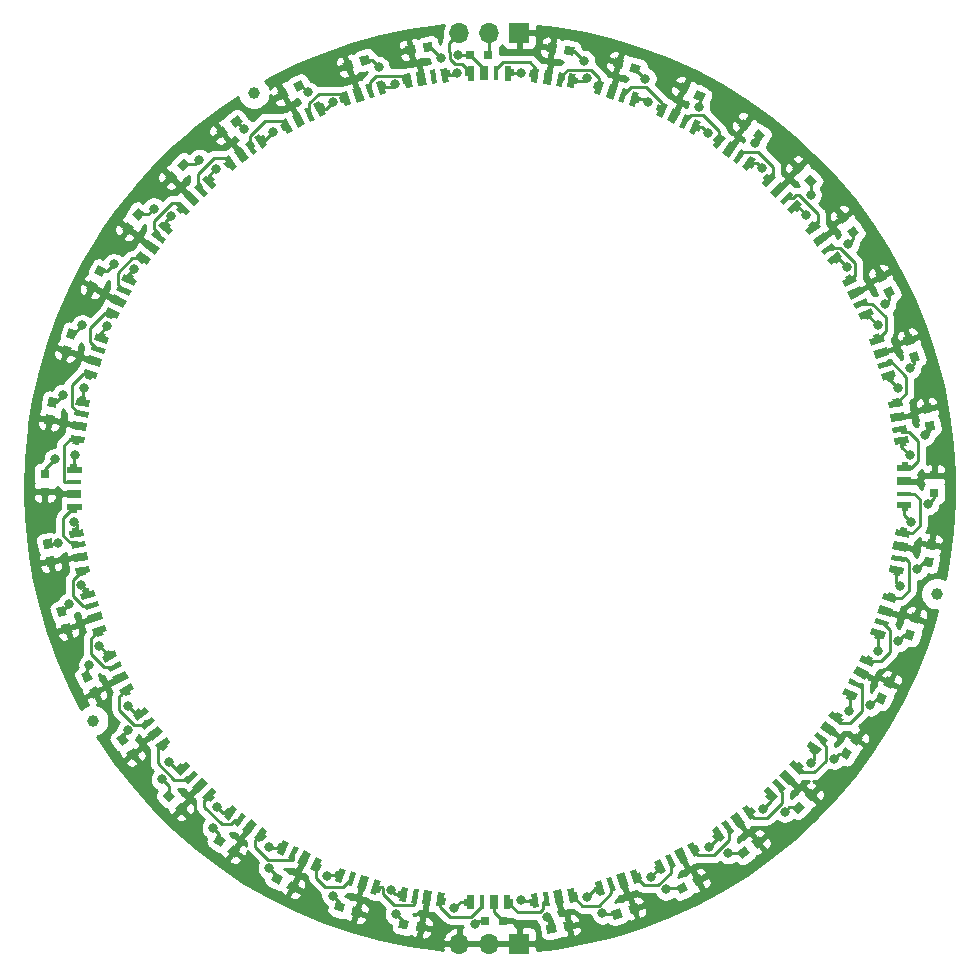
<source format=gbr>
G04 #@! TF.GenerationSoftware,KiCad,Pcbnew,(5.1.5)-3*
G04 #@! TF.CreationDate,2020-06-24T07:37:59+02:00*
G04 #@! TF.ProjectId,Ring80,52696e67-3830-42e6-9b69-6361645f7063,V0.1*
G04 #@! TF.SameCoordinates,Original*
G04 #@! TF.FileFunction,Copper,L1,Top*
G04 #@! TF.FilePolarity,Positive*
%FSLAX46Y46*%
G04 Gerber Fmt 4.6, Leading zero omitted, Abs format (unit mm)*
G04 Created by KiCad (PCBNEW (5.1.5)-3) date 2020-06-24 07:37:59*
%MOMM*%
%LPD*%
G04 APERTURE LIST*
%ADD10C,0.100000*%
%ADD11R,1.700000X1.700000*%
%ADD12O,1.700000X1.700000*%
%ADD13C,1.000000*%
%ADD14R,1.200000X0.450000*%
%ADD15R,1.200000X0.700000*%
%ADD16R,0.450000X1.200000*%
%ADD17R,0.700000X1.200000*%
%ADD18R,0.750000X0.800000*%
%ADD19R,0.800000X0.750000*%
%ADD20C,0.800000*%
%ADD21C,0.250000*%
%ADD22C,0.500000*%
%ADD23C,0.254000*%
G04 APERTURE END LIST*
G04 #@! TA.AperFunction,SMDPad,CuDef*
D10*
G36*
X125479106Y-149317263D02*
G01*
X124872344Y-148876424D01*
X125342572Y-148229211D01*
X125949334Y-148670050D01*
X125479106Y-149317263D01*
G37*
G04 #@! TD.AperFunction*
G04 #@! TA.AperFunction,SMDPad,CuDef*
G36*
X124597428Y-150530789D02*
G01*
X123990666Y-150089950D01*
X124460894Y-149442737D01*
X125067656Y-149883576D01*
X124597428Y-150530789D01*
G37*
G04 #@! TD.AperFunction*
G04 #@! TA.AperFunction,SMDPad,CuDef*
G36*
X63612344Y-149903576D02*
G01*
X64219106Y-149462737D01*
X64689334Y-150109950D01*
X64082572Y-150550789D01*
X63612344Y-149903576D01*
G37*
G04 #@! TD.AperFunction*
G04 #@! TA.AperFunction,SMDPad,CuDef*
G36*
X62730666Y-148690050D02*
G01*
X63337428Y-148249211D01*
X63807656Y-148896424D01*
X63200894Y-149337263D01*
X62730666Y-148690050D01*
G37*
G04 #@! TD.AperFunction*
D11*
X96888000Y-166072000D03*
D12*
X94348000Y-166072000D03*
X91808000Y-166072000D03*
D11*
X96890000Y-88960000D03*
D12*
X94350000Y-88960000D03*
X91810000Y-88960000D03*
G04 #@! TA.AperFunction,SMDPad,CuDef*
D10*
G36*
X87843942Y-93564246D02*
G01*
X87300713Y-93650284D01*
X87238140Y-93255209D01*
X87015910Y-93290407D01*
X86929871Y-92747178D01*
X87152101Y-92711981D01*
X87112992Y-92465058D01*
X87656221Y-92379020D01*
X87843942Y-93564246D01*
G37*
G04 #@! TD.AperFunction*
G04 #@! TA.AperFunction,SMDPad,CuDef*
G36*
X88337787Y-93486028D02*
G01*
X88150065Y-92300802D01*
X88841447Y-92191298D01*
X89029169Y-93376524D01*
X88337787Y-93486028D01*
G37*
G04 #@! TD.AperFunction*
G04 #@! TA.AperFunction,SMDPad,CuDef*
G36*
X90781856Y-92137084D02*
G01*
X91004086Y-92101886D01*
X91090125Y-92645114D01*
X90867895Y-92680312D01*
X90930469Y-93075388D01*
X90387240Y-93161426D01*
X90199519Y-91976200D01*
X90742748Y-91890162D01*
X90781856Y-92137084D01*
G37*
G04 #@! TD.AperFunction*
G04 #@! TA.AperFunction,SMDPad,CuDef*
G36*
X89473628Y-93306129D02*
G01*
X89285906Y-92120903D01*
X89730366Y-92050507D01*
X89918088Y-93235733D01*
X89473628Y-93306129D01*
G37*
G04 #@! TD.AperFunction*
G04 #@! TA.AperFunction,SMDPad,CuDef*
G36*
X61721966Y-116181211D02*
G01*
X60580698Y-115810391D01*
X60719756Y-115382415D01*
X61861024Y-115753235D01*
X61721966Y-116181211D01*
G37*
G04 #@! TD.AperFunction*
G04 #@! TA.AperFunction,SMDPad,CuDef*
G36*
X61274263Y-114484837D02*
G01*
X61343792Y-114270849D01*
X61866873Y-114440808D01*
X61797344Y-114654796D01*
X62177767Y-114778403D01*
X62007807Y-115301484D01*
X60866539Y-114930663D01*
X61036499Y-114407582D01*
X61274263Y-114484837D01*
G37*
G04 #@! TD.AperFunction*
G04 #@! TA.AperFunction,SMDPad,CuDef*
G36*
X61366597Y-117274926D02*
G01*
X60225329Y-116904106D01*
X60441641Y-116238366D01*
X61582909Y-116609186D01*
X61366597Y-117274926D01*
G37*
G04 #@! TD.AperFunction*
G04 #@! TA.AperFunction,SMDPad,CuDef*
G36*
X61212089Y-117750455D02*
G01*
X61042129Y-118273536D01*
X60661707Y-118149929D01*
X60592178Y-118363917D01*
X60069097Y-118193957D01*
X60138626Y-117979970D01*
X59900861Y-117902715D01*
X60070821Y-117379634D01*
X61212089Y-117750455D01*
G37*
G04 #@! TD.AperFunction*
G04 #@! TA.AperFunction,SMDPad,CuDef*
G36*
X118906637Y-103215165D02*
G01*
X119755165Y-102366637D01*
X120073363Y-102684835D01*
X119224835Y-103533363D01*
X118906637Y-103215165D01*
G37*
G04 #@! TD.AperFunction*
G04 #@! TA.AperFunction,SMDPad,CuDef*
G36*
X120621372Y-103586397D02*
G01*
X120780471Y-103745496D01*
X120391562Y-104134405D01*
X120232463Y-103975306D01*
X119949620Y-104258148D01*
X119560712Y-103869240D01*
X120409240Y-103020712D01*
X120798148Y-103409620D01*
X120621372Y-103586397D01*
G37*
G04 #@! TD.AperFunction*
G04 #@! TA.AperFunction,SMDPad,CuDef*
G36*
X118093465Y-102401993D02*
G01*
X118941993Y-101553465D01*
X119436967Y-102048439D01*
X118588439Y-102896967D01*
X118093465Y-102401993D01*
G37*
G04 #@! TD.AperFunction*
G04 #@! TA.AperFunction,SMDPad,CuDef*
G36*
X117739911Y-102048439D02*
G01*
X117351003Y-101659531D01*
X117633845Y-101376688D01*
X117474746Y-101217589D01*
X117863655Y-100828680D01*
X118022754Y-100987779D01*
X118199531Y-100811003D01*
X118588439Y-101199911D01*
X117739911Y-102048439D01*
G37*
G04 #@! TD.AperFunction*
D13*
X60780000Y-147180000D03*
X132240000Y-136460000D03*
X74410000Y-94060000D03*
G04 #@! TA.AperFunction,SMDPad,CuDef*
D10*
G36*
X84199609Y-94509302D02*
G01*
X83828789Y-93368034D01*
X84256765Y-93228976D01*
X84627585Y-94370244D01*
X84199609Y-94509302D01*
G37*
G04 #@! TD.AperFunction*
G04 #@! TA.AperFunction,SMDPad,CuDef*
G36*
X85308852Y-93149998D02*
G01*
X85522839Y-93080469D01*
X85692799Y-93603550D01*
X85478811Y-93673079D01*
X85602418Y-94053501D01*
X85079337Y-94223461D01*
X84708516Y-93082193D01*
X85231597Y-92912233D01*
X85308852Y-93149998D01*
G37*
G04 #@! TD.AperFunction*
G04 #@! TA.AperFunction,SMDPad,CuDef*
G36*
X83105894Y-94864671D02*
G01*
X82735074Y-93723403D01*
X83400814Y-93507091D01*
X83771634Y-94648359D01*
X83105894Y-94864671D01*
G37*
G04 #@! TD.AperFunction*
G04 #@! TA.AperFunction,SMDPad,CuDef*
G36*
X82630366Y-95019179D02*
G01*
X82107285Y-95189139D01*
X81983678Y-94808716D01*
X81769690Y-94878245D01*
X81599731Y-94355164D01*
X81813719Y-94285635D01*
X81736464Y-94047871D01*
X82259545Y-93877911D01*
X82630366Y-95019179D01*
G37*
G04 #@! TD.AperFunction*
G04 #@! TA.AperFunction,SMDPad,CuDef*
G36*
X79171072Y-96501658D02*
G01*
X78626283Y-95432450D01*
X79027236Y-95228154D01*
X79572025Y-96297362D01*
X79171072Y-96501658D01*
G37*
G04 #@! TD.AperFunction*
G04 #@! TA.AperFunction,SMDPad,CuDef*
G36*
X80054016Y-94985565D02*
G01*
X80254493Y-94883417D01*
X80504187Y-95373471D01*
X80303711Y-95475619D01*
X80485307Y-95832022D01*
X79995254Y-96081716D01*
X79450465Y-95012508D01*
X79940518Y-94762814D01*
X80054016Y-94985565D01*
G37*
G04 #@! TD.AperFunction*
G04 #@! TA.AperFunction,SMDPad,CuDef*
G36*
X78146415Y-97023747D02*
G01*
X77601626Y-95954539D01*
X78225331Y-95636745D01*
X78770120Y-96705953D01*
X78146415Y-97023747D01*
G37*
G04 #@! TD.AperFunction*
G04 #@! TA.AperFunction,SMDPad,CuDef*
G36*
X77700911Y-97250743D02*
G01*
X77210858Y-97500437D01*
X77029261Y-97144035D01*
X76828785Y-97246183D01*
X76579090Y-96756129D01*
X76779567Y-96653981D01*
X76666069Y-96431229D01*
X77156122Y-96181535D01*
X77700911Y-97250743D01*
G37*
G04 #@! TD.AperFunction*
G04 #@! TA.AperFunction,SMDPad,CuDef*
G36*
X74339884Y-99325183D02*
G01*
X73634542Y-98354362D01*
X73998600Y-98089859D01*
X74703942Y-99060680D01*
X74339884Y-99325183D01*
G37*
G04 #@! TD.AperFunction*
G04 #@! TA.AperFunction,SMDPad,CuDef*
G36*
X74974789Y-97689633D02*
G01*
X75156818Y-97557381D01*
X75480100Y-98002341D01*
X75298071Y-98134592D01*
X75533185Y-98458199D01*
X75088225Y-98781481D01*
X74382883Y-97810661D01*
X74827843Y-97487379D01*
X74974789Y-97689633D01*
G37*
G04 #@! TD.AperFunction*
G04 #@! TA.AperFunction,SMDPad,CuDef*
G36*
X73409515Y-100001135D02*
G01*
X72704173Y-99030315D01*
X73270485Y-98618865D01*
X73975827Y-99589685D01*
X73409515Y-100001135D01*
G37*
G04 #@! TD.AperFunction*
G04 #@! TA.AperFunction,SMDPad,CuDef*
G36*
X73005007Y-100295028D02*
G01*
X72560047Y-100618310D01*
X72324933Y-100294703D01*
X72142905Y-100426955D01*
X71819623Y-99981996D01*
X72001651Y-99849744D01*
X71854705Y-99647490D01*
X72299665Y-99324208D01*
X73005007Y-100295028D01*
G37*
G04 #@! TD.AperFunction*
G04 #@! TA.AperFunction,SMDPad,CuDef*
G36*
X70174784Y-102843744D02*
G01*
X69326256Y-101995216D01*
X69644454Y-101677018D01*
X70492982Y-102525546D01*
X70174784Y-102843744D01*
G37*
G04 #@! TD.AperFunction*
G04 #@! TA.AperFunction,SMDPad,CuDef*
G36*
X70546016Y-101129009D02*
G01*
X70705115Y-100969910D01*
X71094024Y-101358819D01*
X70934925Y-101517918D01*
X71217767Y-101800761D01*
X70828859Y-102189669D01*
X69980331Y-101341141D01*
X70369239Y-100952233D01*
X70546016Y-101129009D01*
G37*
G04 #@! TD.AperFunction*
G04 #@! TA.AperFunction,SMDPad,CuDef*
G36*
X69361612Y-103656916D02*
G01*
X68513084Y-102808388D01*
X69008058Y-102313414D01*
X69856586Y-103161942D01*
X69361612Y-103656916D01*
G37*
G04 #@! TD.AperFunction*
G04 #@! TA.AperFunction,SMDPad,CuDef*
G36*
X69008058Y-104010470D02*
G01*
X68619150Y-104399378D01*
X68336307Y-104116536D01*
X68177208Y-104275635D01*
X67788299Y-103886726D01*
X67947398Y-103727627D01*
X67770622Y-103550850D01*
X68159530Y-103161942D01*
X69008058Y-104010470D01*
G37*
G04 #@! TD.AperFunction*
G04 #@! TA.AperFunction,SMDPad,CuDef*
G36*
X66685219Y-106798839D02*
G01*
X65714398Y-106093497D01*
X65978901Y-105729439D01*
X66949722Y-106434781D01*
X66685219Y-106798839D01*
G37*
G04 #@! TD.AperFunction*
G04 #@! TA.AperFunction,SMDPad,CuDef*
G36*
X66783636Y-105047142D02*
G01*
X66915888Y-104865114D01*
X67360847Y-105188396D01*
X67228595Y-105370424D01*
X67552202Y-105605538D01*
X67228920Y-106050498D01*
X66258100Y-105345156D01*
X66581382Y-104900196D01*
X66783636Y-105047142D01*
G37*
G04 #@! TD.AperFunction*
G04 #@! TA.AperFunction,SMDPad,CuDef*
G36*
X66009266Y-107729208D02*
G01*
X65038446Y-107023866D01*
X65449896Y-106457554D01*
X66420716Y-107162896D01*
X66009266Y-107729208D01*
G37*
G04 #@! TD.AperFunction*
G04 #@! TA.AperFunction,SMDPad,CuDef*
G36*
X65715373Y-108133716D02*
G01*
X65392091Y-108578676D01*
X65068484Y-108343562D01*
X64936233Y-108525591D01*
X64491273Y-108202309D01*
X64623525Y-108020280D01*
X64421271Y-107873334D01*
X64744553Y-107428374D01*
X65715373Y-108133716D01*
G37*
G04 #@! TD.AperFunction*
G04 #@! TA.AperFunction,SMDPad,CuDef*
G36*
X63837550Y-111243717D02*
G01*
X62768342Y-110698928D01*
X62972638Y-110297975D01*
X64041846Y-110842764D01*
X63837550Y-111243717D01*
G37*
G04 #@! TD.AperFunction*
G04 #@! TA.AperFunction,SMDPad,CuDef*
G36*
X63660730Y-109498191D02*
G01*
X63762878Y-109297714D01*
X64252932Y-109547409D01*
X64150784Y-109747885D01*
X64507186Y-109929482D01*
X64257492Y-110419535D01*
X63188284Y-109874746D01*
X63437978Y-109384693D01*
X63660730Y-109498191D01*
G37*
G04 #@! TD.AperFunction*
G04 #@! TA.AperFunction,SMDPad,CuDef*
G36*
X63315461Y-112268374D02*
G01*
X62246253Y-111723585D01*
X62564047Y-111099880D01*
X63633255Y-111644669D01*
X63315461Y-112268374D01*
G37*
G04 #@! TD.AperFunction*
G04 #@! TA.AperFunction,SMDPad,CuDef*
G36*
X63088465Y-112713878D02*
G01*
X62838771Y-113203931D01*
X62482368Y-113022335D01*
X62380220Y-113222811D01*
X61890166Y-112973117D01*
X61992314Y-112772640D01*
X61769563Y-112659142D01*
X62019257Y-112169089D01*
X63088465Y-112713878D01*
G37*
G04 #@! TD.AperFunction*
G04 #@! TA.AperFunction,SMDPad,CuDef*
G36*
X60339097Y-121534094D02*
G01*
X59153871Y-121346372D01*
X59224267Y-120901912D01*
X60409493Y-121089634D01*
X60339097Y-121534094D01*
G37*
G04 #@! TD.AperFunction*
G04 #@! TA.AperFunction,SMDPad,CuDef*
G36*
X59631535Y-119928640D02*
G01*
X59666732Y-119706410D01*
X60209961Y-119792449D01*
X60174763Y-120014679D01*
X60569838Y-120077252D01*
X60483800Y-120620481D01*
X59298574Y-120432760D01*
X59384612Y-119889531D01*
X59631535Y-119928640D01*
G37*
G04 #@! TD.AperFunction*
G04 #@! TA.AperFunction,SMDPad,CuDef*
G36*
X60159198Y-122669935D02*
G01*
X58973972Y-122482213D01*
X59083476Y-121790831D01*
X60268702Y-121978553D01*
X60159198Y-122669935D01*
G37*
G04 #@! TD.AperFunction*
G04 #@! TA.AperFunction,SMDPad,CuDef*
G36*
X60080980Y-123163779D02*
G01*
X59994942Y-123707008D01*
X59599866Y-123644434D01*
X59564668Y-123866664D01*
X59021440Y-123780625D01*
X59056638Y-123558395D01*
X58809716Y-123519287D01*
X58895754Y-122976058D01*
X60080980Y-123163779D01*
G37*
G04 #@! TD.AperFunction*
D14*
X59210000Y-126950000D03*
G04 #@! TA.AperFunction,SMDPad,CuDef*
D10*
G36*
X58860000Y-125700000D02*
G01*
X58860000Y-125475000D01*
X59410000Y-125475000D01*
X59410000Y-125700000D01*
X59810000Y-125700000D01*
X59810000Y-126250000D01*
X58610000Y-126250000D01*
X58610000Y-125700000D01*
X58860000Y-125700000D01*
G37*
G04 #@! TD.AperFunction*
D15*
X59210000Y-127975000D03*
G04 #@! TA.AperFunction,SMDPad,CuDef*
D10*
G36*
X59810000Y-128825000D02*
G01*
X59810000Y-129375000D01*
X59410000Y-129375000D01*
X59410000Y-129600000D01*
X58860000Y-129600000D01*
X58860000Y-129375000D01*
X58610000Y-129375000D01*
X58610000Y-128825000D01*
X59810000Y-128825000D01*
G37*
G04 #@! TD.AperFunction*
G04 #@! TA.AperFunction,SMDPad,CuDef*
G36*
X60206129Y-132426372D02*
G01*
X59020903Y-132614094D01*
X58950507Y-132169634D01*
X60135733Y-131981912D01*
X60206129Y-132426372D01*
G37*
G04 #@! TD.AperFunction*
G04 #@! TA.AperFunction,SMDPad,CuDef*
G36*
X59037084Y-131118144D02*
G01*
X59001886Y-130895914D01*
X59545114Y-130809875D01*
X59580312Y-131032105D01*
X59975388Y-130969531D01*
X60061426Y-131512760D01*
X58876200Y-131700481D01*
X58790162Y-131157252D01*
X59037084Y-131118144D01*
G37*
G04 #@! TD.AperFunction*
G04 #@! TA.AperFunction,SMDPad,CuDef*
G36*
X60386028Y-133562213D02*
G01*
X59200802Y-133749935D01*
X59091298Y-133058553D01*
X60276524Y-132870831D01*
X60386028Y-133562213D01*
G37*
G04 #@! TD.AperFunction*
G04 #@! TA.AperFunction,SMDPad,CuDef*
G36*
X60464246Y-134056058D02*
G01*
X60550284Y-134599287D01*
X60155209Y-134661860D01*
X60190407Y-134884090D01*
X59647178Y-134970129D01*
X59611981Y-134747899D01*
X59365058Y-134787008D01*
X59279020Y-134243779D01*
X60464246Y-134056058D01*
G37*
G04 #@! TD.AperFunction*
G04 #@! TA.AperFunction,SMDPad,CuDef*
G36*
X61309302Y-137490391D02*
G01*
X60168034Y-137861211D01*
X60028976Y-137433235D01*
X61170244Y-137062415D01*
X61309302Y-137490391D01*
G37*
G04 #@! TD.AperFunction*
G04 #@! TA.AperFunction,SMDPad,CuDef*
G36*
X59949998Y-136381148D02*
G01*
X59880469Y-136167161D01*
X60403550Y-135997201D01*
X60473079Y-136211189D01*
X60853501Y-136087582D01*
X61023461Y-136610663D01*
X59882193Y-136981484D01*
X59712233Y-136458403D01*
X59949998Y-136381148D01*
G37*
G04 #@! TD.AperFunction*
G04 #@! TA.AperFunction,SMDPad,CuDef*
G36*
X61664671Y-138584106D02*
G01*
X60523403Y-138954926D01*
X60307091Y-138289186D01*
X61448359Y-137918366D01*
X61664671Y-138584106D01*
G37*
G04 #@! TD.AperFunction*
G04 #@! TA.AperFunction,SMDPad,CuDef*
G36*
X61819179Y-139059634D02*
G01*
X61989139Y-139582715D01*
X61608716Y-139706322D01*
X61678245Y-139920310D01*
X61155164Y-140090269D01*
X61085635Y-139876281D01*
X60847871Y-139953536D01*
X60677911Y-139430455D01*
X61819179Y-139059634D01*
G37*
G04 #@! TD.AperFunction*
G04 #@! TA.AperFunction,SMDPad,CuDef*
G36*
X63271658Y-142548928D02*
G01*
X62202450Y-143093717D01*
X61998154Y-142692764D01*
X63067362Y-142147975D01*
X63271658Y-142548928D01*
G37*
G04 #@! TD.AperFunction*
G04 #@! TA.AperFunction,SMDPad,CuDef*
G36*
X61755565Y-141665984D02*
G01*
X61653417Y-141465507D01*
X62143471Y-141215813D01*
X62245619Y-141416289D01*
X62602022Y-141234693D01*
X62851716Y-141724746D01*
X61782508Y-142269535D01*
X61532814Y-141779482D01*
X61755565Y-141665984D01*
G37*
G04 #@! TD.AperFunction*
G04 #@! TA.AperFunction,SMDPad,CuDef*
G36*
X63793747Y-143573585D02*
G01*
X62724539Y-144118374D01*
X62406745Y-143494669D01*
X63475953Y-142949880D01*
X63793747Y-143573585D01*
G37*
G04 #@! TD.AperFunction*
G04 #@! TA.AperFunction,SMDPad,CuDef*
G36*
X64020743Y-144019089D02*
G01*
X64270437Y-144509142D01*
X63914035Y-144690739D01*
X64016183Y-144891215D01*
X63526129Y-145140910D01*
X63423981Y-144940433D01*
X63201229Y-145053931D01*
X62951535Y-144563878D01*
X64020743Y-144019089D01*
G37*
G04 #@! TD.AperFunction*
G04 #@! TA.AperFunction,SMDPad,CuDef*
G36*
X66037662Y-147239358D02*
G01*
X65066841Y-147944700D01*
X64802338Y-147580642D01*
X65773159Y-146875300D01*
X66037662Y-147239358D01*
G37*
G04 #@! TD.AperFunction*
G04 #@! TA.AperFunction,SMDPad,CuDef*
G36*
X64402112Y-146604453D02*
G01*
X64269860Y-146422424D01*
X64714820Y-146099142D01*
X64847071Y-146281171D01*
X65170678Y-146046057D01*
X65493960Y-146491017D01*
X64523140Y-147196359D01*
X64199858Y-146751399D01*
X64402112Y-146604453D01*
G37*
G04 #@! TD.AperFunction*
G04 #@! TA.AperFunction,SMDPad,CuDef*
G36*
X66713614Y-148169727D02*
G01*
X65742794Y-148875069D01*
X65331344Y-148308757D01*
X66302164Y-147603415D01*
X66713614Y-148169727D01*
G37*
G04 #@! TD.AperFunction*
G04 #@! TA.AperFunction,SMDPad,CuDef*
G36*
X67007507Y-148574235D02*
G01*
X67330789Y-149019195D01*
X67007182Y-149254309D01*
X67139434Y-149436337D01*
X66694475Y-149759619D01*
X66562223Y-149577591D01*
X66359969Y-149724537D01*
X66036687Y-149279577D01*
X67007507Y-148574235D01*
G37*
G04 #@! TD.AperFunction*
G04 #@! TA.AperFunction,SMDPad,CuDef*
G36*
X69683363Y-151664835D02*
G01*
X68834835Y-152513363D01*
X68516637Y-152195165D01*
X69365165Y-151346637D01*
X69683363Y-151664835D01*
G37*
G04 #@! TD.AperFunction*
G04 #@! TA.AperFunction,SMDPad,CuDef*
G36*
X67968628Y-151293603D02*
G01*
X67809529Y-151134504D01*
X68198438Y-150745595D01*
X68357537Y-150904694D01*
X68640380Y-150621852D01*
X69029288Y-151010760D01*
X68180760Y-151859288D01*
X67791852Y-151470380D01*
X67968628Y-151293603D01*
G37*
G04 #@! TD.AperFunction*
G04 #@! TA.AperFunction,SMDPad,CuDef*
G36*
X70496535Y-152478007D02*
G01*
X69648007Y-153326535D01*
X69153033Y-152831561D01*
X70001561Y-151983033D01*
X70496535Y-152478007D01*
G37*
G04 #@! TD.AperFunction*
G04 #@! TA.AperFunction,SMDPad,CuDef*
G36*
X70850089Y-152831561D02*
G01*
X71238997Y-153220469D01*
X70956155Y-153503312D01*
X71115254Y-153662411D01*
X70726345Y-154051320D01*
X70567246Y-153892221D01*
X70390469Y-154068997D01*
X70001561Y-153680089D01*
X70850089Y-152831561D01*
G37*
G04 #@! TD.AperFunction*
G04 #@! TA.AperFunction,SMDPad,CuDef*
G36*
X73758839Y-155224781D02*
G01*
X73053497Y-156195602D01*
X72689439Y-155931099D01*
X73394781Y-154960278D01*
X73758839Y-155224781D01*
G37*
G04 #@! TD.AperFunction*
G04 #@! TA.AperFunction,SMDPad,CuDef*
G36*
X72007142Y-155126364D02*
G01*
X71825114Y-154994112D01*
X72148396Y-154549153D01*
X72330424Y-154681405D01*
X72565538Y-154357798D01*
X73010498Y-154681080D01*
X72305156Y-155651900D01*
X71860196Y-155328618D01*
X72007142Y-155126364D01*
G37*
G04 #@! TD.AperFunction*
G04 #@! TA.AperFunction,SMDPad,CuDef*
G36*
X74689208Y-155900734D02*
G01*
X73983866Y-156871554D01*
X73417554Y-156460104D01*
X74122896Y-155489284D01*
X74689208Y-155900734D01*
G37*
G04 #@! TD.AperFunction*
G04 #@! TA.AperFunction,SMDPad,CuDef*
G36*
X75093716Y-156194627D02*
G01*
X75538676Y-156517909D01*
X75303562Y-156841516D01*
X75485591Y-156973767D01*
X75162309Y-157418727D01*
X74980280Y-157286475D01*
X74833334Y-157488729D01*
X74388374Y-157165447D01*
X75093716Y-156194627D01*
G37*
G04 #@! TD.AperFunction*
G04 #@! TA.AperFunction,SMDPad,CuDef*
G36*
X78213717Y-157972450D02*
G01*
X77668928Y-159041658D01*
X77267975Y-158837362D01*
X77812764Y-157768154D01*
X78213717Y-157972450D01*
G37*
G04 #@! TD.AperFunction*
G04 #@! TA.AperFunction,SMDPad,CuDef*
G36*
X76468191Y-158149270D02*
G01*
X76267714Y-158047122D01*
X76517409Y-157557068D01*
X76717885Y-157659216D01*
X76899482Y-157302814D01*
X77389535Y-157552508D01*
X76844746Y-158621716D01*
X76354693Y-158372022D01*
X76468191Y-158149270D01*
G37*
G04 #@! TD.AperFunction*
G04 #@! TA.AperFunction,SMDPad,CuDef*
G36*
X79238374Y-158494539D02*
G01*
X78693585Y-159563747D01*
X78069880Y-159245953D01*
X78614669Y-158176745D01*
X79238374Y-158494539D01*
G37*
G04 #@! TD.AperFunction*
G04 #@! TA.AperFunction,SMDPad,CuDef*
G36*
X79683878Y-158721535D02*
G01*
X80173931Y-158971229D01*
X79992335Y-159327632D01*
X80192811Y-159429780D01*
X79943117Y-159919834D01*
X79742640Y-159817686D01*
X79629142Y-160040437D01*
X79139089Y-159790743D01*
X79683878Y-158721535D01*
G37*
G04 #@! TD.AperFunction*
G04 #@! TA.AperFunction,SMDPad,CuDef*
G36*
X83061211Y-160088034D02*
G01*
X82690391Y-161229302D01*
X82262415Y-161090244D01*
X82633235Y-159948976D01*
X83061211Y-160088034D01*
G37*
G04 #@! TD.AperFunction*
G04 #@! TA.AperFunction,SMDPad,CuDef*
G36*
X81364837Y-160535737D02*
G01*
X81150849Y-160466208D01*
X81320808Y-159943127D01*
X81534796Y-160012656D01*
X81658403Y-159632233D01*
X82181484Y-159802193D01*
X81810663Y-160943461D01*
X81287582Y-160773501D01*
X81364837Y-160535737D01*
G37*
G04 #@! TD.AperFunction*
G04 #@! TA.AperFunction,SMDPad,CuDef*
G36*
X84154926Y-160443403D02*
G01*
X83784106Y-161584671D01*
X83118366Y-161368359D01*
X83489186Y-160227091D01*
X84154926Y-160443403D01*
G37*
G04 #@! TD.AperFunction*
G04 #@! TA.AperFunction,SMDPad,CuDef*
G36*
X84630455Y-160597911D02*
G01*
X85153536Y-160767871D01*
X85029929Y-161148293D01*
X85243917Y-161217822D01*
X85073957Y-161740903D01*
X84859970Y-161671374D01*
X84782715Y-161909139D01*
X84259634Y-161739179D01*
X84630455Y-160597911D01*
G37*
G04 #@! TD.AperFunction*
G04 #@! TA.AperFunction,SMDPad,CuDef*
G36*
X88374094Y-161470903D02*
G01*
X88186372Y-162656129D01*
X87741912Y-162585733D01*
X87929634Y-161400507D01*
X88374094Y-161470903D01*
G37*
G04 #@! TD.AperFunction*
G04 #@! TA.AperFunction,SMDPad,CuDef*
G36*
X86768640Y-162178465D02*
G01*
X86546410Y-162143268D01*
X86632449Y-161600039D01*
X86854679Y-161635237D01*
X86917252Y-161240162D01*
X87460481Y-161326200D01*
X87272760Y-162511426D01*
X86729531Y-162425388D01*
X86768640Y-162178465D01*
G37*
G04 #@! TD.AperFunction*
G04 #@! TA.AperFunction,SMDPad,CuDef*
G36*
X89509935Y-161650802D02*
G01*
X89322213Y-162836028D01*
X88630831Y-162726524D01*
X88818553Y-161541298D01*
X89509935Y-161650802D01*
G37*
G04 #@! TD.AperFunction*
G04 #@! TA.AperFunction,SMDPad,CuDef*
G36*
X90003779Y-161729020D02*
G01*
X90547008Y-161815058D01*
X90484434Y-162210134D01*
X90706664Y-162245332D01*
X90620625Y-162788560D01*
X90398395Y-162753362D01*
X90359287Y-163000284D01*
X89816058Y-162914246D01*
X90003779Y-161729020D01*
G37*
G04 #@! TD.AperFunction*
D16*
X93698000Y-162516000D03*
G04 #@! TA.AperFunction,SMDPad,CuDef*
D10*
G36*
X92448000Y-162866000D02*
G01*
X92223000Y-162866000D01*
X92223000Y-162316000D01*
X92448000Y-162316000D01*
X92448000Y-161916000D01*
X92998000Y-161916000D01*
X92998000Y-163116000D01*
X92448000Y-163116000D01*
X92448000Y-162866000D01*
G37*
G04 #@! TD.AperFunction*
D17*
X94723000Y-162516000D03*
G04 #@! TA.AperFunction,SMDPad,CuDef*
D10*
G36*
X95573000Y-161916000D02*
G01*
X96123000Y-161916000D01*
X96123000Y-162316000D01*
X96348000Y-162316000D01*
X96348000Y-162866000D01*
X96123000Y-162866000D01*
X96123000Y-163116000D01*
X95573000Y-163116000D01*
X95573000Y-161916000D01*
G37*
G04 #@! TD.AperFunction*
G04 #@! TA.AperFunction,SMDPad,CuDef*
G36*
X99308369Y-161662189D02*
G01*
X99496091Y-162847415D01*
X99051631Y-162917811D01*
X98863909Y-161732585D01*
X99308369Y-161662189D01*
G37*
G04 #@! TD.AperFunction*
G04 #@! TA.AperFunction,SMDPad,CuDef*
G36*
X98000141Y-162831234D02*
G01*
X97777911Y-162866432D01*
X97691872Y-162323204D01*
X97914102Y-162288006D01*
X97851528Y-161892930D01*
X98394757Y-161806892D01*
X98582478Y-162992118D01*
X98039249Y-163078156D01*
X98000141Y-162831234D01*
G37*
G04 #@! TD.AperFunction*
G04 #@! TA.AperFunction,SMDPad,CuDef*
G36*
X100444210Y-161482290D02*
G01*
X100631932Y-162667516D01*
X99940550Y-162777020D01*
X99752828Y-161591794D01*
X100444210Y-161482290D01*
G37*
G04 #@! TD.AperFunction*
G04 #@! TA.AperFunction,SMDPad,CuDef*
G36*
X100938055Y-161404072D02*
G01*
X101481284Y-161318034D01*
X101543857Y-161713109D01*
X101766087Y-161677911D01*
X101852126Y-162221140D01*
X101629896Y-162256337D01*
X101669005Y-162503260D01*
X101125776Y-162589298D01*
X100938055Y-161404072D01*
G37*
G04 #@! TD.AperFunction*
G04 #@! TA.AperFunction,SMDPad,CuDef*
G36*
X104658578Y-160399837D02*
G01*
X105029398Y-161541105D01*
X104601422Y-161680163D01*
X104230602Y-160538895D01*
X104658578Y-160399837D01*
G37*
G04 #@! TD.AperFunction*
G04 #@! TA.AperFunction,SMDPad,CuDef*
G36*
X103549335Y-161759141D02*
G01*
X103335348Y-161828670D01*
X103165388Y-161305589D01*
X103379376Y-161236060D01*
X103255769Y-160855638D01*
X103778850Y-160685678D01*
X104149671Y-161826946D01*
X103626590Y-161996906D01*
X103549335Y-161759141D01*
G37*
G04 #@! TD.AperFunction*
G04 #@! TA.AperFunction,SMDPad,CuDef*
G36*
X105752293Y-160044468D02*
G01*
X106123113Y-161185736D01*
X105457373Y-161402048D01*
X105086553Y-160260780D01*
X105752293Y-160044468D01*
G37*
G04 #@! TD.AperFunction*
G04 #@! TA.AperFunction,SMDPad,CuDef*
G36*
X106227821Y-159889960D02*
G01*
X106750902Y-159720000D01*
X106874509Y-160100423D01*
X107088497Y-160030894D01*
X107258456Y-160553975D01*
X107044468Y-160623504D01*
X107121723Y-160861268D01*
X106598642Y-161031228D01*
X106227821Y-159889960D01*
G37*
G04 #@! TD.AperFunction*
G04 #@! TA.AperFunction,SMDPad,CuDef*
G36*
X109608928Y-158448342D02*
G01*
X110153717Y-159517550D01*
X109752764Y-159721846D01*
X109207975Y-158652638D01*
X109608928Y-158448342D01*
G37*
G04 #@! TD.AperFunction*
G04 #@! TA.AperFunction,SMDPad,CuDef*
G36*
X108725984Y-159964435D02*
G01*
X108525507Y-160066583D01*
X108275813Y-159576529D01*
X108476289Y-159474381D01*
X108294693Y-159117978D01*
X108784746Y-158868284D01*
X109329535Y-159937492D01*
X108839482Y-160187186D01*
X108725984Y-159964435D01*
G37*
G04 #@! TD.AperFunction*
G04 #@! TA.AperFunction,SMDPad,CuDef*
G36*
X110633585Y-157926253D02*
G01*
X111178374Y-158995461D01*
X110554669Y-159313255D01*
X110009880Y-158244047D01*
X110633585Y-157926253D01*
G37*
G04 #@! TD.AperFunction*
G04 #@! TA.AperFunction,SMDPad,CuDef*
G36*
X111079089Y-157699257D02*
G01*
X111569142Y-157449563D01*
X111750739Y-157805965D01*
X111951215Y-157703817D01*
X112200910Y-158193871D01*
X112000433Y-158296019D01*
X112113931Y-158518771D01*
X111623878Y-158768465D01*
X111079089Y-157699257D01*
G37*
G04 #@! TD.AperFunction*
G04 #@! TA.AperFunction,SMDPad,CuDef*
G36*
X114353497Y-155594398D02*
G01*
X115058839Y-156565219D01*
X114694781Y-156829722D01*
X113989439Y-155858901D01*
X114353497Y-155594398D01*
G37*
G04 #@! TD.AperFunction*
G04 #@! TA.AperFunction,SMDPad,CuDef*
G36*
X113718592Y-157229948D02*
G01*
X113536563Y-157362200D01*
X113213281Y-156917240D01*
X113395310Y-156784989D01*
X113160196Y-156461382D01*
X113605156Y-156138100D01*
X114310498Y-157108920D01*
X113865538Y-157432202D01*
X113718592Y-157229948D01*
G37*
G04 #@! TD.AperFunction*
G04 #@! TA.AperFunction,SMDPad,CuDef*
G36*
X115283866Y-154918446D02*
G01*
X115989208Y-155889266D01*
X115422896Y-156300716D01*
X114717554Y-155329896D01*
X115283866Y-154918446D01*
G37*
G04 #@! TD.AperFunction*
G04 #@! TA.AperFunction,SMDPad,CuDef*
G36*
X115688374Y-154624553D02*
G01*
X116133334Y-154301271D01*
X116368448Y-154624878D01*
X116550476Y-154492626D01*
X116873758Y-154937585D01*
X116691730Y-155069837D01*
X116838676Y-155272091D01*
X116393716Y-155595373D01*
X115688374Y-154624553D01*
G37*
G04 #@! TD.AperFunction*
G04 #@! TA.AperFunction,SMDPad,CuDef*
G36*
X118574835Y-152066637D02*
G01*
X119423363Y-152915165D01*
X119105165Y-153233363D01*
X118256637Y-152384835D01*
X118574835Y-152066637D01*
G37*
G04 #@! TD.AperFunction*
G04 #@! TA.AperFunction,SMDPad,CuDef*
G36*
X118203603Y-153781372D02*
G01*
X118044504Y-153940471D01*
X117655595Y-153551562D01*
X117814694Y-153392463D01*
X117531852Y-153109620D01*
X117920760Y-152720712D01*
X118769288Y-153569240D01*
X118380380Y-153958148D01*
X118203603Y-153781372D01*
G37*
G04 #@! TD.AperFunction*
G04 #@! TA.AperFunction,SMDPad,CuDef*
G36*
X119388007Y-151253465D02*
G01*
X120236535Y-152101993D01*
X119741561Y-152596967D01*
X118893033Y-151748439D01*
X119388007Y-151253465D01*
G37*
G04 #@! TD.AperFunction*
G04 #@! TA.AperFunction,SMDPad,CuDef*
G36*
X119741561Y-150899911D02*
G01*
X120130469Y-150511003D01*
X120413312Y-150793845D01*
X120572411Y-150634746D01*
X120961320Y-151023655D01*
X120802221Y-151182754D01*
X120978997Y-151359531D01*
X120590089Y-151748439D01*
X119741561Y-150899911D01*
G37*
G04 #@! TD.AperFunction*
G04 #@! TA.AperFunction,SMDPad,CuDef*
G36*
X122064781Y-148151161D02*
G01*
X123035602Y-148856503D01*
X122771099Y-149220561D01*
X121800278Y-148515219D01*
X122064781Y-148151161D01*
G37*
G04 #@! TD.AperFunction*
G04 #@! TA.AperFunction,SMDPad,CuDef*
G36*
X121966364Y-149902858D02*
G01*
X121834112Y-150084886D01*
X121389153Y-149761604D01*
X121521405Y-149579576D01*
X121197798Y-149344462D01*
X121521080Y-148899502D01*
X122491900Y-149604844D01*
X122168618Y-150049804D01*
X121966364Y-149902858D01*
G37*
G04 #@! TD.AperFunction*
G04 #@! TA.AperFunction,SMDPad,CuDef*
G36*
X122740734Y-147220792D02*
G01*
X123711554Y-147926134D01*
X123300104Y-148492446D01*
X122329284Y-147787104D01*
X122740734Y-147220792D01*
G37*
G04 #@! TD.AperFunction*
G04 #@! TA.AperFunction,SMDPad,CuDef*
G36*
X123034627Y-146816284D02*
G01*
X123357909Y-146371324D01*
X123681516Y-146606438D01*
X123813767Y-146424409D01*
X124258727Y-146747691D01*
X124126475Y-146929720D01*
X124328729Y-147076666D01*
X124005447Y-147521626D01*
X123034627Y-146816284D01*
G37*
G04 #@! TD.AperFunction*
G04 #@! TA.AperFunction,SMDPad,CuDef*
G36*
X124902450Y-143586283D02*
G01*
X125971658Y-144131072D01*
X125767362Y-144532025D01*
X124698154Y-143987236D01*
X124902450Y-143586283D01*
G37*
G04 #@! TD.AperFunction*
G04 #@! TA.AperFunction,SMDPad,CuDef*
G36*
X125079270Y-145331809D02*
G01*
X124977122Y-145532286D01*
X124487068Y-145282591D01*
X124589216Y-145082115D01*
X124232814Y-144900518D01*
X124482508Y-144410465D01*
X125551716Y-144955254D01*
X125302022Y-145445307D01*
X125079270Y-145331809D01*
G37*
G04 #@! TD.AperFunction*
G04 #@! TA.AperFunction,SMDPad,CuDef*
G36*
X125424539Y-142561626D02*
G01*
X126493747Y-143106415D01*
X126175953Y-143730120D01*
X125106745Y-143185331D01*
X125424539Y-142561626D01*
G37*
G04 #@! TD.AperFunction*
G04 #@! TA.AperFunction,SMDPad,CuDef*
G36*
X125651535Y-142116122D02*
G01*
X125901229Y-141626069D01*
X126257632Y-141807665D01*
X126359780Y-141607189D01*
X126849834Y-141856883D01*
X126747686Y-142057360D01*
X126970437Y-142170858D01*
X126720743Y-142660911D01*
X125651535Y-142116122D01*
G37*
G04 #@! TD.AperFunction*
G04 #@! TA.AperFunction,SMDPad,CuDef*
G36*
X127058895Y-138460602D02*
G01*
X128200163Y-138831422D01*
X128061105Y-139259398D01*
X126919837Y-138888578D01*
X127058895Y-138460602D01*
G37*
G04 #@! TD.AperFunction*
G04 #@! TA.AperFunction,SMDPad,CuDef*
G36*
X127506598Y-140156976D02*
G01*
X127437069Y-140370964D01*
X126913988Y-140201005D01*
X126983517Y-139987017D01*
X126603094Y-139863410D01*
X126773054Y-139340329D01*
X127914322Y-139711150D01*
X127744362Y-140234231D01*
X127506598Y-140156976D01*
G37*
G04 #@! TD.AperFunction*
G04 #@! TA.AperFunction,SMDPad,CuDef*
G36*
X127414264Y-137366887D02*
G01*
X128555532Y-137737707D01*
X128339220Y-138403447D01*
X127197952Y-138032627D01*
X127414264Y-137366887D01*
G37*
G04 #@! TD.AperFunction*
G04 #@! TA.AperFunction,SMDPad,CuDef*
G36*
X127568772Y-136891358D02*
G01*
X127738732Y-136368277D01*
X128119154Y-136491884D01*
X128188683Y-136277896D01*
X128711764Y-136447856D01*
X128642235Y-136661843D01*
X128880000Y-136739098D01*
X128710040Y-137262179D01*
X127568772Y-136891358D01*
G37*
G04 #@! TD.AperFunction*
G04 #@! TA.AperFunction,SMDPad,CuDef*
G36*
X128400903Y-133135906D02*
G01*
X129586129Y-133323628D01*
X129515733Y-133768088D01*
X128330507Y-133580366D01*
X128400903Y-133135906D01*
G37*
G04 #@! TD.AperFunction*
G04 #@! TA.AperFunction,SMDPad,CuDef*
G36*
X129108465Y-134741360D02*
G01*
X129073268Y-134963590D01*
X128530039Y-134877551D01*
X128565237Y-134655321D01*
X128170162Y-134592748D01*
X128256200Y-134049519D01*
X129441426Y-134237240D01*
X129355388Y-134780469D01*
X129108465Y-134741360D01*
G37*
G04 #@! TD.AperFunction*
G04 #@! TA.AperFunction,SMDPad,CuDef*
G36*
X128580802Y-132000065D02*
G01*
X129766028Y-132187787D01*
X129656524Y-132879169D01*
X128471298Y-132691447D01*
X128580802Y-132000065D01*
G37*
G04 #@! TD.AperFunction*
G04 #@! TA.AperFunction,SMDPad,CuDef*
G36*
X128659020Y-131506221D02*
G01*
X128745058Y-130962992D01*
X129140134Y-131025566D01*
X129175332Y-130803336D01*
X129718560Y-130889375D01*
X129683362Y-131111605D01*
X129930284Y-131150713D01*
X129844246Y-131693942D01*
X128659020Y-131506221D01*
G37*
G04 #@! TD.AperFunction*
D14*
X129450000Y-127960000D03*
G04 #@! TA.AperFunction,SMDPad,CuDef*
D10*
G36*
X129800000Y-129210000D02*
G01*
X129800000Y-129435000D01*
X129250000Y-129435000D01*
X129250000Y-129210000D01*
X128850000Y-129210000D01*
X128850000Y-128660000D01*
X130050000Y-128660000D01*
X130050000Y-129210000D01*
X129800000Y-129210000D01*
G37*
G04 #@! TD.AperFunction*
D15*
X129450000Y-126935000D03*
G04 #@! TA.AperFunction,SMDPad,CuDef*
D10*
G36*
X128850000Y-126085000D02*
G01*
X128850000Y-125535000D01*
X129250000Y-125535000D01*
X129250000Y-125310000D01*
X129800000Y-125310000D01*
X129800000Y-125535000D01*
X130050000Y-125535000D01*
X130050000Y-126085000D01*
X128850000Y-126085000D01*
G37*
G04 #@! TD.AperFunction*
G04 #@! TA.AperFunction,SMDPad,CuDef*
G36*
X128453871Y-122383628D02*
G01*
X129639097Y-122195906D01*
X129709493Y-122640366D01*
X128524267Y-122828088D01*
X128453871Y-122383628D01*
G37*
G04 #@! TD.AperFunction*
G04 #@! TA.AperFunction,SMDPad,CuDef*
G36*
X129622916Y-123691856D02*
G01*
X129658114Y-123914086D01*
X129114886Y-124000125D01*
X129079688Y-123777895D01*
X128684612Y-123840469D01*
X128598574Y-123297240D01*
X129783800Y-123109519D01*
X129869838Y-123652748D01*
X129622916Y-123691856D01*
G37*
G04 #@! TD.AperFunction*
G04 #@! TA.AperFunction,SMDPad,CuDef*
G36*
X128273972Y-121247787D02*
G01*
X129459198Y-121060065D01*
X129568702Y-121751447D01*
X128383476Y-121939169D01*
X128273972Y-121247787D01*
G37*
G04 #@! TD.AperFunction*
G04 #@! TA.AperFunction,SMDPad,CuDef*
G36*
X128195754Y-120753942D02*
G01*
X128109716Y-120210713D01*
X128504791Y-120148140D01*
X128469593Y-119925910D01*
X129012822Y-119839871D01*
X129048019Y-120062101D01*
X129294942Y-120022992D01*
X129380980Y-120566221D01*
X128195754Y-120753942D01*
G37*
G04 #@! TD.AperFunction*
G04 #@! TA.AperFunction,SMDPad,CuDef*
G36*
X127199837Y-117001422D02*
G01*
X128341105Y-116630602D01*
X128480163Y-117058578D01*
X127338895Y-117429398D01*
X127199837Y-117001422D01*
G37*
G04 #@! TD.AperFunction*
G04 #@! TA.AperFunction,SMDPad,CuDef*
G36*
X128559141Y-118110665D02*
G01*
X128628670Y-118324652D01*
X128105589Y-118494612D01*
X128036060Y-118280624D01*
X127655638Y-118404231D01*
X127485678Y-117881150D01*
X128626946Y-117510329D01*
X128796906Y-118033410D01*
X128559141Y-118110665D01*
G37*
G04 #@! TD.AperFunction*
G04 #@! TA.AperFunction,SMDPad,CuDef*
G36*
X126844468Y-115907707D02*
G01*
X127985736Y-115536887D01*
X128202048Y-116202627D01*
X127060780Y-116573447D01*
X126844468Y-115907707D01*
G37*
G04 #@! TD.AperFunction*
G04 #@! TA.AperFunction,SMDPad,CuDef*
G36*
X126689960Y-115432179D02*
G01*
X126520000Y-114909098D01*
X126900423Y-114785491D01*
X126830894Y-114571503D01*
X127353975Y-114401544D01*
X127423504Y-114615532D01*
X127661268Y-114538277D01*
X127831228Y-115061358D01*
X126689960Y-115432179D01*
G37*
G04 #@! TD.AperFunction*
G04 #@! TA.AperFunction,SMDPad,CuDef*
G36*
X125163248Y-111951918D02*
G01*
X126232456Y-111407129D01*
X126436752Y-111808082D01*
X125367544Y-112352871D01*
X125163248Y-111951918D01*
G37*
G04 #@! TD.AperFunction*
G04 #@! TA.AperFunction,SMDPad,CuDef*
G36*
X126679341Y-112834862D02*
G01*
X126781489Y-113035339D01*
X126291435Y-113285033D01*
X126189287Y-113084557D01*
X125832884Y-113266153D01*
X125583190Y-112776100D01*
X126652398Y-112231311D01*
X126902092Y-112721364D01*
X126679341Y-112834862D01*
G37*
G04 #@! TD.AperFunction*
G04 #@! TA.AperFunction,SMDPad,CuDef*
G36*
X124641159Y-110927261D02*
G01*
X125710367Y-110382472D01*
X126028161Y-111006177D01*
X124958953Y-111550966D01*
X124641159Y-110927261D01*
G37*
G04 #@! TD.AperFunction*
G04 #@! TA.AperFunction,SMDPad,CuDef*
G36*
X124414163Y-110481757D02*
G01*
X124164469Y-109991704D01*
X124520871Y-109810107D01*
X124418723Y-109609631D01*
X124908777Y-109359936D01*
X125010925Y-109560413D01*
X125233677Y-109446915D01*
X125483371Y-109936968D01*
X124414163Y-110481757D01*
G37*
G04 #@! TD.AperFunction*
G04 #@! TA.AperFunction,SMDPad,CuDef*
G36*
X122382338Y-107410642D02*
G01*
X123353159Y-106705300D01*
X123617662Y-107069358D01*
X122646841Y-107774700D01*
X122382338Y-107410642D01*
G37*
G04 #@! TD.AperFunction*
G04 #@! TA.AperFunction,SMDPad,CuDef*
G36*
X124017888Y-108045547D02*
G01*
X124150140Y-108227576D01*
X123705180Y-108550858D01*
X123572929Y-108368829D01*
X123249322Y-108603943D01*
X122926040Y-108158983D01*
X123896860Y-107453641D01*
X124220142Y-107898601D01*
X124017888Y-108045547D01*
G37*
G04 #@! TD.AperFunction*
G04 #@! TA.AperFunction,SMDPad,CuDef*
G36*
X121706386Y-106480273D02*
G01*
X122677206Y-105774931D01*
X123088656Y-106341243D01*
X122117836Y-107046585D01*
X121706386Y-106480273D01*
G37*
G04 #@! TD.AperFunction*
G04 #@! TA.AperFunction,SMDPad,CuDef*
G36*
X121412493Y-106075765D02*
G01*
X121089211Y-105630805D01*
X121412818Y-105395691D01*
X121280566Y-105213663D01*
X121725525Y-104890381D01*
X121857777Y-105072409D01*
X122060031Y-104925463D01*
X122383313Y-105370423D01*
X121412493Y-106075765D01*
G37*
G04 #@! TD.AperFunction*
G04 #@! TA.AperFunction,SMDPad,CuDef*
G36*
X114975300Y-99773159D02*
G01*
X115680642Y-98802338D01*
X116044700Y-99066841D01*
X115339358Y-100037662D01*
X114975300Y-99773159D01*
G37*
G04 #@! TD.AperFunction*
G04 #@! TA.AperFunction,SMDPad,CuDef*
G36*
X116726997Y-99871576D02*
G01*
X116909025Y-100003828D01*
X116585743Y-100448787D01*
X116403715Y-100316535D01*
X116168601Y-100640142D01*
X115723641Y-100316860D01*
X116428983Y-99346040D01*
X116873943Y-99669322D01*
X116726997Y-99871576D01*
G37*
G04 #@! TD.AperFunction*
G04 #@! TA.AperFunction,SMDPad,CuDef*
G36*
X114044931Y-99097206D02*
G01*
X114750273Y-98126386D01*
X115316585Y-98537836D01*
X114611243Y-99508656D01*
X114044931Y-99097206D01*
G37*
G04 #@! TD.AperFunction*
G04 #@! TA.AperFunction,SMDPad,CuDef*
G36*
X113640423Y-98803313D02*
G01*
X113195463Y-98480031D01*
X113430577Y-98156424D01*
X113248548Y-98024173D01*
X113571830Y-97579213D01*
X113753859Y-97711465D01*
X113900805Y-97509211D01*
X114345765Y-97832493D01*
X113640423Y-98803313D01*
G37*
G04 #@! TD.AperFunction*
G04 #@! TA.AperFunction,SMDPad,CuDef*
G36*
X110386283Y-96897550D02*
G01*
X110931072Y-95828342D01*
X111332025Y-96032638D01*
X110787236Y-97101846D01*
X110386283Y-96897550D01*
G37*
G04 #@! TD.AperFunction*
G04 #@! TA.AperFunction,SMDPad,CuDef*
G36*
X112131809Y-96720730D02*
G01*
X112332286Y-96822878D01*
X112082591Y-97312932D01*
X111882115Y-97210784D01*
X111700518Y-97567186D01*
X111210465Y-97317492D01*
X111755254Y-96248284D01*
X112245307Y-96497978D01*
X112131809Y-96720730D01*
G37*
G04 #@! TD.AperFunction*
G04 #@! TA.AperFunction,SMDPad,CuDef*
G36*
X109361626Y-96375461D02*
G01*
X109906415Y-95306253D01*
X110530120Y-95624047D01*
X109985331Y-96693255D01*
X109361626Y-96375461D01*
G37*
G04 #@! TD.AperFunction*
G04 #@! TA.AperFunction,SMDPad,CuDef*
G36*
X108916122Y-96148465D02*
G01*
X108426069Y-95898771D01*
X108607665Y-95542368D01*
X108407189Y-95440220D01*
X108656883Y-94950166D01*
X108857360Y-95052314D01*
X108970858Y-94829563D01*
X109460911Y-95079257D01*
X108916122Y-96148465D01*
G37*
G04 #@! TD.AperFunction*
G04 #@! TA.AperFunction,SMDPad,CuDef*
G36*
X105268789Y-94741966D02*
G01*
X105639609Y-93600698D01*
X106067585Y-93739756D01*
X105696765Y-94881024D01*
X105268789Y-94741966D01*
G37*
G04 #@! TD.AperFunction*
G04 #@! TA.AperFunction,SMDPad,CuDef*
G36*
X106965163Y-94294263D02*
G01*
X107179151Y-94363792D01*
X107009192Y-94886873D01*
X106795204Y-94817344D01*
X106671597Y-95197767D01*
X106148516Y-95027807D01*
X106519337Y-93886539D01*
X107042418Y-94056499D01*
X106965163Y-94294263D01*
G37*
G04 #@! TD.AperFunction*
G04 #@! TA.AperFunction,SMDPad,CuDef*
G36*
X104175074Y-94386597D02*
G01*
X104545894Y-93245329D01*
X105211634Y-93461641D01*
X104840814Y-94602909D01*
X104175074Y-94386597D01*
G37*
G04 #@! TD.AperFunction*
G04 #@! TA.AperFunction,SMDPad,CuDef*
G36*
X103699545Y-94232089D02*
G01*
X103176464Y-94062129D01*
X103300071Y-93681707D01*
X103086083Y-93612178D01*
X103256043Y-93089097D01*
X103470030Y-93158626D01*
X103547285Y-92920861D01*
X104070366Y-93090821D01*
X103699545Y-94232089D01*
G37*
G04 #@! TD.AperFunction*
G04 #@! TA.AperFunction,SMDPad,CuDef*
G36*
X88005646Y-89944369D02*
G01*
X88122972Y-90685135D01*
X87332822Y-90810283D01*
X87215496Y-90069517D01*
X88005646Y-89944369D01*
G37*
G04 #@! TD.AperFunction*
G04 #@! TA.AperFunction,SMDPad,CuDef*
G36*
X89487178Y-89709717D02*
G01*
X89604504Y-90450483D01*
X88814354Y-90575631D01*
X88697028Y-89834865D01*
X89487178Y-89709717D01*
G37*
G04 #@! TD.AperFunction*
G04 #@! TA.AperFunction,SMDPad,CuDef*
G36*
X82651249Y-91251510D02*
G01*
X82883012Y-91964802D01*
X82122167Y-92212016D01*
X81890404Y-91498724D01*
X82651249Y-91251510D01*
G37*
G04 #@! TD.AperFunction*
G04 #@! TA.AperFunction,SMDPad,CuDef*
G36*
X84077833Y-90787984D02*
G01*
X84309596Y-91501276D01*
X83548751Y-91748490D01*
X83316988Y-91035198D01*
X84077833Y-90787984D01*
G37*
G04 #@! TD.AperFunction*
G04 #@! TA.AperFunction,SMDPad,CuDef*
G36*
X77077901Y-93604769D02*
G01*
X77418394Y-94273024D01*
X76705589Y-94636217D01*
X76365096Y-93967962D01*
X77077901Y-93604769D01*
G37*
G04 #@! TD.AperFunction*
G04 #@! TA.AperFunction,SMDPad,CuDef*
G36*
X78414411Y-92923783D02*
G01*
X78754904Y-93592038D01*
X78042099Y-93955231D01*
X77701606Y-93286976D01*
X78414411Y-92923783D01*
G37*
G04 #@! TD.AperFunction*
G04 #@! TA.AperFunction,SMDPad,CuDef*
G36*
X71806424Y-96812344D02*
G01*
X72247263Y-97419106D01*
X71600050Y-97889334D01*
X71159211Y-97282572D01*
X71806424Y-96812344D01*
G37*
G04 #@! TD.AperFunction*
G04 #@! TA.AperFunction,SMDPad,CuDef*
G36*
X73019950Y-95930666D02*
G01*
X73460789Y-96537428D01*
X72813576Y-97007656D01*
X72372737Y-96400894D01*
X73019950Y-95930666D01*
G37*
G04 #@! TD.AperFunction*
G04 #@! TA.AperFunction,SMDPad,CuDef*
G36*
X67407348Y-100612322D02*
G01*
X67937678Y-101142652D01*
X67371992Y-101708338D01*
X66841662Y-101178008D01*
X67407348Y-100612322D01*
G37*
G04 #@! TD.AperFunction*
G04 #@! TA.AperFunction,SMDPad,CuDef*
G36*
X68468008Y-99551662D02*
G01*
X68998338Y-100081992D01*
X68432652Y-100647678D01*
X67902322Y-100117348D01*
X68468008Y-99551662D01*
G37*
G04 #@! TD.AperFunction*
G04 #@! TA.AperFunction,SMDPad,CuDef*
G36*
X63670894Y-104972737D02*
G01*
X64277656Y-105413576D01*
X63807428Y-106060789D01*
X63200666Y-105619950D01*
X63670894Y-104972737D01*
G37*
G04 #@! TD.AperFunction*
G04 #@! TA.AperFunction,SMDPad,CuDef*
G36*
X64552572Y-103759211D02*
G01*
X65159334Y-104200050D01*
X64689106Y-104847263D01*
X64082344Y-104406424D01*
X64552572Y-103759211D01*
G37*
G04 #@! TD.AperFunction*
G04 #@! TA.AperFunction,SMDPad,CuDef*
G36*
X60556976Y-109921606D02*
G01*
X61225231Y-110262099D01*
X60862038Y-110974904D01*
X60193783Y-110634411D01*
X60556976Y-109921606D01*
G37*
G04 #@! TD.AperFunction*
G04 #@! TA.AperFunction,SMDPad,CuDef*
G36*
X61237962Y-108585096D02*
G01*
X61906217Y-108925589D01*
X61543024Y-109638394D01*
X60874769Y-109297901D01*
X61237962Y-108585096D01*
G37*
G04 #@! TD.AperFunction*
G04 #@! TA.AperFunction,SMDPad,CuDef*
G36*
X58285198Y-115366988D02*
G01*
X58998490Y-115598751D01*
X58751276Y-116359596D01*
X58037984Y-116127833D01*
X58285198Y-115366988D01*
G37*
G04 #@! TD.AperFunction*
G04 #@! TA.AperFunction,SMDPad,CuDef*
G36*
X58748724Y-113940404D02*
G01*
X59462016Y-114172167D01*
X59214802Y-114933012D01*
X58501510Y-114701249D01*
X58748724Y-113940404D01*
G37*
G04 #@! TD.AperFunction*
G04 #@! TA.AperFunction,SMDPad,CuDef*
G36*
X56794865Y-121257028D02*
G01*
X57535631Y-121374354D01*
X57410483Y-122164504D01*
X56669717Y-122047178D01*
X56794865Y-121257028D01*
G37*
G04 #@! TD.AperFunction*
G04 #@! TA.AperFunction,SMDPad,CuDef*
G36*
X57029517Y-119775496D02*
G01*
X57770283Y-119892822D01*
X57645135Y-120682972D01*
X56904369Y-120565646D01*
X57029517Y-119775496D01*
G37*
G04 #@! TD.AperFunction*
D18*
X56700000Y-127810000D03*
X56700000Y-126310000D03*
G04 #@! TA.AperFunction,SMDPad,CuDef*
D10*
G36*
X56764369Y-133364354D02*
G01*
X57505135Y-133247028D01*
X57630283Y-134037178D01*
X56889517Y-134154504D01*
X56764369Y-133364354D01*
G37*
G04 #@! TD.AperFunction*
G04 #@! TA.AperFunction,SMDPad,CuDef*
G36*
X56529717Y-131882822D02*
G01*
X57270483Y-131765496D01*
X57395631Y-132555646D01*
X56654865Y-132672972D01*
X56529717Y-131882822D01*
G37*
G04 #@! TD.AperFunction*
G04 #@! TA.AperFunction,SMDPad,CuDef*
G36*
X58111510Y-139118751D02*
G01*
X58824802Y-138886988D01*
X59072016Y-139647833D01*
X58358724Y-139879596D01*
X58111510Y-139118751D01*
G37*
G04 #@! TD.AperFunction*
G04 #@! TA.AperFunction,SMDPad,CuDef*
G36*
X57647984Y-137692167D02*
G01*
X58361276Y-137460404D01*
X58608490Y-138221249D01*
X57895198Y-138453012D01*
X57647984Y-137692167D01*
G37*
G04 #@! TD.AperFunction*
G04 #@! TA.AperFunction,SMDPad,CuDef*
G36*
X60404769Y-144612099D02*
G01*
X61073024Y-144271606D01*
X61436217Y-144984411D01*
X60767962Y-145324904D01*
X60404769Y-144612099D01*
G37*
G04 #@! TD.AperFunction*
G04 #@! TA.AperFunction,SMDPad,CuDef*
G36*
X59723783Y-143275589D02*
G01*
X60392038Y-142935096D01*
X60755231Y-143647901D01*
X60086976Y-143988394D01*
X59723783Y-143275589D01*
G37*
G04 #@! TD.AperFunction*
G04 #@! TA.AperFunction,SMDPad,CuDef*
G36*
X67691992Y-154612322D02*
G01*
X68222322Y-154081992D01*
X68788008Y-154647678D01*
X68257678Y-155178008D01*
X67691992Y-154612322D01*
G37*
G04 #@! TD.AperFunction*
G04 #@! TA.AperFunction,SMDPad,CuDef*
G36*
X66631332Y-153551662D02*
G01*
X67161662Y-153021332D01*
X67727348Y-153587018D01*
X67197018Y-154117348D01*
X66631332Y-153551662D01*
G37*
G04 #@! TD.AperFunction*
G04 #@! TA.AperFunction,SMDPad,CuDef*
G36*
X72152737Y-158309106D02*
G01*
X72593576Y-157702344D01*
X73240789Y-158172572D01*
X72799950Y-158779334D01*
X72152737Y-158309106D01*
G37*
G04 #@! TD.AperFunction*
G04 #@! TA.AperFunction,SMDPad,CuDef*
G36*
X70939211Y-157427428D02*
G01*
X71380050Y-156820666D01*
X72027263Y-157290894D01*
X71586424Y-157897656D01*
X70939211Y-157427428D01*
G37*
G04 #@! TD.AperFunction*
G04 #@! TA.AperFunction,SMDPad,CuDef*
G36*
X77163351Y-161392531D02*
G01*
X77503844Y-160724276D01*
X78216649Y-161087469D01*
X77876156Y-161755724D01*
X77163351Y-161392531D01*
G37*
G04 #@! TD.AperFunction*
G04 #@! TA.AperFunction,SMDPad,CuDef*
G36*
X75826841Y-160711545D02*
G01*
X76167334Y-160043290D01*
X76880139Y-160406483D01*
X76539646Y-161074738D01*
X75826841Y-160711545D01*
G37*
G04 #@! TD.AperFunction*
G04 #@! TA.AperFunction,SMDPad,CuDef*
G36*
X82586988Y-163634802D02*
G01*
X82818751Y-162921510D01*
X83579596Y-163168724D01*
X83347833Y-163882016D01*
X82586988Y-163634802D01*
G37*
G04 #@! TD.AperFunction*
G04 #@! TA.AperFunction,SMDPad,CuDef*
G36*
X81160404Y-163171276D02*
G01*
X81392167Y-162457984D01*
X82153012Y-162705198D01*
X81921249Y-163418490D01*
X81160404Y-163171276D01*
G37*
G04 #@! TD.AperFunction*
G04 #@! TA.AperFunction,SMDPad,CuDef*
G36*
X88097028Y-164965135D02*
G01*
X88214354Y-164224369D01*
X89004504Y-164349517D01*
X88887178Y-165090283D01*
X88097028Y-164965135D01*
G37*
G04 #@! TD.AperFunction*
G04 #@! TA.AperFunction,SMDPad,CuDef*
G36*
X86615496Y-164730483D02*
G01*
X86732822Y-163989717D01*
X87522972Y-164114865D01*
X87405646Y-164855631D01*
X86615496Y-164730483D01*
G37*
G04 #@! TD.AperFunction*
D19*
X95470000Y-164130000D03*
X93970000Y-164130000D03*
G04 #@! TA.AperFunction,SMDPad,CuDef*
D10*
G36*
X100734354Y-164985631D02*
G01*
X100617028Y-164244865D01*
X101407178Y-164119717D01*
X101524504Y-164860483D01*
X100734354Y-164985631D01*
G37*
G04 #@! TD.AperFunction*
G04 #@! TA.AperFunction,SMDPad,CuDef*
G36*
X99252822Y-165220283D02*
G01*
X99135496Y-164479517D01*
X99925646Y-164354369D01*
X100042972Y-165095135D01*
X99252822Y-165220283D01*
G37*
G04 #@! TD.AperFunction*
G04 #@! TA.AperFunction,SMDPad,CuDef*
G36*
X106318751Y-163568490D02*
G01*
X106086988Y-162855198D01*
X106847833Y-162607984D01*
X107079596Y-163321276D01*
X106318751Y-163568490D01*
G37*
G04 #@! TD.AperFunction*
G04 #@! TA.AperFunction,SMDPad,CuDef*
G36*
X104892167Y-164032016D02*
G01*
X104660404Y-163318724D01*
X105421249Y-163071510D01*
X105653012Y-163784802D01*
X104892167Y-164032016D01*
G37*
G04 #@! TD.AperFunction*
G04 #@! TA.AperFunction,SMDPad,CuDef*
G36*
X111812099Y-161225231D02*
G01*
X111471606Y-160556976D01*
X112184411Y-160193783D01*
X112524904Y-160862038D01*
X111812099Y-161225231D01*
G37*
G04 #@! TD.AperFunction*
G04 #@! TA.AperFunction,SMDPad,CuDef*
G36*
X110475589Y-161906217D02*
G01*
X110135096Y-161237962D01*
X110847901Y-160874769D01*
X111188394Y-161543024D01*
X110475589Y-161906217D01*
G37*
G04 #@! TD.AperFunction*
G04 #@! TA.AperFunction,SMDPad,CuDef*
G36*
X116973576Y-158017656D02*
G01*
X116532737Y-157410894D01*
X117179950Y-156940666D01*
X117620789Y-157547428D01*
X116973576Y-158017656D01*
G37*
G04 #@! TD.AperFunction*
G04 #@! TA.AperFunction,SMDPad,CuDef*
G36*
X115760050Y-158899334D02*
G01*
X115319211Y-158292572D01*
X115966424Y-157822344D01*
X116407263Y-158429106D01*
X115760050Y-158899334D01*
G37*
G04 #@! TD.AperFunction*
G04 #@! TA.AperFunction,SMDPad,CuDef*
G36*
X121542322Y-154028008D02*
G01*
X121011992Y-153497678D01*
X121577678Y-152931992D01*
X122108008Y-153462322D01*
X121542322Y-154028008D01*
G37*
G04 #@! TD.AperFunction*
G04 #@! TA.AperFunction,SMDPad,CuDef*
G36*
X120481662Y-155088668D02*
G01*
X119951332Y-154558338D01*
X120517018Y-153992652D01*
X121047348Y-154522982D01*
X120481662Y-155088668D01*
G37*
G04 #@! TD.AperFunction*
G04 #@! TA.AperFunction,SMDPad,CuDef*
G36*
X128353024Y-144488394D02*
G01*
X127684769Y-144147901D01*
X128047962Y-143435096D01*
X128716217Y-143775589D01*
X128353024Y-144488394D01*
G37*
G04 #@! TD.AperFunction*
G04 #@! TA.AperFunction,SMDPad,CuDef*
G36*
X127672038Y-145824904D02*
G01*
X127003783Y-145484411D01*
X127366976Y-144771606D01*
X128035231Y-145112099D01*
X127672038Y-145824904D01*
G37*
G04 #@! TD.AperFunction*
G04 #@! TA.AperFunction,SMDPad,CuDef*
G36*
X130626565Y-139009720D02*
G01*
X129913273Y-138777957D01*
X130160487Y-138017112D01*
X130873779Y-138248875D01*
X130626565Y-139009720D01*
G37*
G04 #@! TD.AperFunction*
G04 #@! TA.AperFunction,SMDPad,CuDef*
G36*
X130163039Y-140436304D02*
G01*
X129449747Y-140204541D01*
X129696961Y-139443696D01*
X130410253Y-139675459D01*
X130163039Y-140436304D01*
G37*
G04 #@! TD.AperFunction*
G04 #@! TA.AperFunction,SMDPad,CuDef*
G36*
X132055135Y-132732972D02*
G01*
X131314369Y-132615646D01*
X131439517Y-131825496D01*
X132180283Y-131942822D01*
X132055135Y-132732972D01*
G37*
G04 #@! TD.AperFunction*
G04 #@! TA.AperFunction,SMDPad,CuDef*
G36*
X131820483Y-134214504D02*
G01*
X131079717Y-134097178D01*
X131204865Y-133307028D01*
X131945631Y-133424354D01*
X131820483Y-134214504D01*
G37*
G04 #@! TD.AperFunction*
D18*
X132010000Y-126410000D03*
X132010000Y-127910000D03*
G04 #@! TA.AperFunction,SMDPad,CuDef*
D10*
G36*
X131845631Y-121095646D02*
G01*
X131104865Y-121212972D01*
X130979717Y-120422822D01*
X131720483Y-120305496D01*
X131845631Y-121095646D01*
G37*
G04 #@! TD.AperFunction*
G04 #@! TA.AperFunction,SMDPad,CuDef*
G36*
X132080283Y-122577178D02*
G01*
X131339517Y-122694504D01*
X131214369Y-121904354D01*
X131955135Y-121787028D01*
X132080283Y-122577178D01*
G37*
G04 #@! TD.AperFunction*
G04 #@! TA.AperFunction,SMDPad,CuDef*
G36*
X130348490Y-115211249D02*
G01*
X129635198Y-115443012D01*
X129387984Y-114682167D01*
X130101276Y-114450404D01*
X130348490Y-115211249D01*
G37*
G04 #@! TD.AperFunction*
G04 #@! TA.AperFunction,SMDPad,CuDef*
G36*
X130812016Y-116637833D02*
G01*
X130098724Y-116869596D01*
X129851510Y-116108751D01*
X130564802Y-115876988D01*
X130812016Y-116637833D01*
G37*
G04 #@! TD.AperFunction*
G04 #@! TA.AperFunction,SMDPad,CuDef*
G36*
X128005231Y-109757901D02*
G01*
X127336976Y-110098394D01*
X126973783Y-109385589D01*
X127642038Y-109045096D01*
X128005231Y-109757901D01*
G37*
G04 #@! TD.AperFunction*
G04 #@! TA.AperFunction,SMDPad,CuDef*
G36*
X128686217Y-111094411D02*
G01*
X128017962Y-111434904D01*
X127654769Y-110722099D01*
X128323024Y-110381606D01*
X128686217Y-111094411D01*
G37*
G04 #@! TD.AperFunction*
G04 #@! TA.AperFunction,SMDPad,CuDef*
G36*
X124787656Y-104706424D02*
G01*
X124180894Y-105147263D01*
X123710666Y-104500050D01*
X124317428Y-104059211D01*
X124787656Y-104706424D01*
G37*
G04 #@! TD.AperFunction*
G04 #@! TA.AperFunction,SMDPad,CuDef*
G36*
X125669334Y-105919950D02*
G01*
X125062572Y-106360789D01*
X124592344Y-105713576D01*
X125199106Y-105272737D01*
X125669334Y-105919950D01*
G37*
G04 #@! TD.AperFunction*
G04 #@! TA.AperFunction,SMDPad,CuDef*
G36*
X121017678Y-100437348D02*
G01*
X120487348Y-100967678D01*
X119921662Y-100401992D01*
X120451992Y-99871662D01*
X121017678Y-100437348D01*
G37*
G04 #@! TD.AperFunction*
G04 #@! TA.AperFunction,SMDPad,CuDef*
G36*
X122078338Y-101498008D02*
G01*
X121548008Y-102028338D01*
X120982322Y-101462652D01*
X121512652Y-100932322D01*
X122078338Y-101498008D01*
G37*
G04 #@! TD.AperFunction*
G04 #@! TA.AperFunction,SMDPad,CuDef*
G36*
X116497263Y-96680894D02*
G01*
X116056424Y-97287656D01*
X115409211Y-96817428D01*
X115850050Y-96210666D01*
X116497263Y-96680894D01*
G37*
G04 #@! TD.AperFunction*
G04 #@! TA.AperFunction,SMDPad,CuDef*
G36*
X117710789Y-97562572D02*
G01*
X117269950Y-98169334D01*
X116622737Y-97699106D01*
X117063576Y-97092344D01*
X117710789Y-97562572D01*
G37*
G04 #@! TD.AperFunction*
G04 #@! TA.AperFunction,SMDPad,CuDef*
G36*
X111328394Y-93486976D02*
G01*
X110987901Y-94155231D01*
X110275096Y-93792038D01*
X110615589Y-93123783D01*
X111328394Y-93486976D01*
G37*
G04 #@! TD.AperFunction*
G04 #@! TA.AperFunction,SMDPad,CuDef*
G36*
X112664904Y-94167962D02*
G01*
X112324411Y-94836217D01*
X111611606Y-94473024D01*
X111952099Y-93804769D01*
X112664904Y-94167962D01*
G37*
G04 #@! TD.AperFunction*
G04 #@! TA.AperFunction,SMDPad,CuDef*
G36*
X105763012Y-91265198D02*
G01*
X105531249Y-91978490D01*
X104770404Y-91731276D01*
X105002167Y-91017984D01*
X105763012Y-91265198D01*
G37*
G04 #@! TD.AperFunction*
G04 #@! TA.AperFunction,SMDPad,CuDef*
G36*
X107189596Y-91728724D02*
G01*
X106957833Y-92442016D01*
X106196988Y-92194802D01*
X106428751Y-91481510D01*
X107189596Y-91728724D01*
G37*
G04 #@! TD.AperFunction*
G04 #@! TA.AperFunction,SMDPad,CuDef*
G36*
X100015906Y-93429097D02*
G01*
X100203628Y-92243871D01*
X100648088Y-92314267D01*
X100460366Y-93499493D01*
X100015906Y-93429097D01*
G37*
G04 #@! TD.AperFunction*
G04 #@! TA.AperFunction,SMDPad,CuDef*
G36*
X101621360Y-92721535D02*
G01*
X101843590Y-92756732D01*
X101757551Y-93299961D01*
X101535321Y-93264763D01*
X101472748Y-93659838D01*
X100929519Y-93573800D01*
X101117240Y-92388574D01*
X101660469Y-92474612D01*
X101621360Y-92721535D01*
G37*
G04 #@! TD.AperFunction*
G04 #@! TA.AperFunction,SMDPad,CuDef*
G36*
X98880065Y-93249198D02*
G01*
X99067787Y-92063972D01*
X99759169Y-92173476D01*
X99571447Y-93358702D01*
X98880065Y-93249198D01*
G37*
G04 #@! TD.AperFunction*
G04 #@! TA.AperFunction,SMDPad,CuDef*
G36*
X98386221Y-93170980D02*
G01*
X97842992Y-93084942D01*
X97905566Y-92689866D01*
X97683336Y-92654668D01*
X97769375Y-92111440D01*
X97991605Y-92146638D01*
X98030713Y-91899716D01*
X98573942Y-91985754D01*
X98386221Y-93170980D01*
G37*
G04 #@! TD.AperFunction*
D16*
X94930000Y-92390000D03*
G04 #@! TA.AperFunction,SMDPad,CuDef*
D10*
G36*
X96180000Y-92040000D02*
G01*
X96405000Y-92040000D01*
X96405000Y-92590000D01*
X96180000Y-92590000D01*
X96180000Y-92990000D01*
X95630000Y-92990000D01*
X95630000Y-91790000D01*
X96180000Y-91790000D01*
X96180000Y-92040000D01*
G37*
G04 #@! TD.AperFunction*
D17*
X93905000Y-92390000D03*
G04 #@! TA.AperFunction,SMDPad,CuDef*
D10*
G36*
X93055000Y-92990000D02*
G01*
X92505000Y-92990000D01*
X92505000Y-92590000D01*
X92280000Y-92590000D01*
X92280000Y-92040000D01*
X92505000Y-92040000D01*
X92505000Y-91790000D01*
X93055000Y-91790000D01*
X93055000Y-92990000D01*
G37*
G04 #@! TD.AperFunction*
G04 #@! TA.AperFunction,SMDPad,CuDef*
G36*
X100092972Y-89924865D02*
G01*
X99975646Y-90665631D01*
X99185496Y-90540483D01*
X99302822Y-89799717D01*
X100092972Y-89924865D01*
G37*
G04 #@! TD.AperFunction*
G04 #@! TA.AperFunction,SMDPad,CuDef*
G36*
X101574504Y-90159517D02*
G01*
X101457178Y-90900283D01*
X100667028Y-90775135D01*
X100784354Y-90034369D01*
X101574504Y-90159517D01*
G37*
G04 #@! TD.AperFunction*
D19*
X92740000Y-90830000D03*
X94240000Y-90830000D03*
D20*
X91710000Y-90800000D03*
X89880000Y-88790000D03*
X86390000Y-93312223D03*
X67420000Y-104450000D03*
X71160000Y-100440000D03*
X59240000Y-124660000D03*
X59180000Y-130330000D03*
X59780000Y-135670000D03*
X96990000Y-92330000D03*
X102600000Y-92790000D03*
X112880000Y-97440000D03*
X117428840Y-100414965D03*
X121190000Y-104370000D03*
X124580000Y-108790000D03*
X127210000Y-113710000D03*
X128920000Y-119030000D03*
X129940000Y-124700000D03*
X130040000Y-130340000D03*
X129110000Y-135830000D03*
X127230000Y-141330000D03*
X124830000Y-146350000D03*
X121550000Y-150760000D03*
X117490000Y-154670000D03*
X112970000Y-157860000D03*
X107990000Y-160390000D03*
X102610000Y-162130000D03*
X91380000Y-163050000D03*
X80570000Y-160310000D03*
X75660000Y-157900000D03*
X67190000Y-150660000D03*
X63740000Y-145940000D03*
X61300000Y-140860000D03*
X97050000Y-162390000D03*
X86020000Y-161530000D03*
X93092215Y-164437901D03*
X81060000Y-94830203D03*
X109285131Y-161466838D03*
X131490001Y-128830000D03*
X130560001Y-134346197D03*
X128964332Y-140450000D03*
X126601726Y-145899056D03*
X123541910Y-150396196D03*
X119364154Y-154894154D03*
X114539154Y-158389154D03*
X103914272Y-163498992D03*
X131188743Y-123029766D03*
X129940780Y-117339221D03*
X127818014Y-111911986D03*
X124739082Y-106810921D03*
X121532584Y-102659116D03*
X116861587Y-98296030D03*
X112112397Y-95198274D03*
X107552643Y-92836529D03*
X102340000Y-91338564D03*
X71270000Y-154500000D03*
X86440000Y-163561436D03*
X81060000Y-161993471D03*
X75695632Y-159671726D03*
X70930846Y-156259154D03*
X66600846Y-152169154D03*
X63714763Y-148013070D03*
X60484016Y-142455984D03*
X58723300Y-137307533D03*
X57853837Y-132163059D03*
X61990000Y-113810000D03*
X64230000Y-108960000D03*
X62540846Y-108550846D03*
X59859174Y-113723274D03*
X58248564Y-119605285D03*
X65935846Y-103835846D03*
X69785846Y-99715846D03*
X73589301Y-97119301D03*
X78979016Y-93999015D03*
X84970000Y-91862223D03*
X91590000Y-92340000D03*
X107802454Y-94767546D03*
X76010000Y-97370000D03*
X60000000Y-119030000D03*
X90259999Y-91059609D03*
X57559999Y-125060000D03*
X99243670Y-163815868D03*
D21*
X91808000Y-166072000D02*
X94348000Y-166072000D01*
X95550081Y-166072000D02*
X96888000Y-166072000D01*
X94348000Y-166072000D02*
X95550081Y-166072000D01*
X94723000Y-163383000D02*
X95470000Y-164130000D01*
X94723000Y-162516000D02*
X94723000Y-163383000D01*
X93905000Y-91995000D02*
X93905000Y-92390000D01*
X92740000Y-90830000D02*
X93905000Y-91995000D01*
X92740000Y-90830000D02*
X91740000Y-90830000D01*
X91740000Y-90830000D02*
X91710000Y-90800000D01*
X85155467Y-93567847D02*
X86134376Y-93567847D01*
X86134376Y-93567847D02*
X86390000Y-93312223D01*
X70599049Y-101570951D02*
X70599049Y-101000951D01*
X70599049Y-101000951D02*
X71160000Y-100440000D01*
X66905151Y-104964849D02*
X67420000Y-104450000D01*
X66905151Y-105475347D02*
X66905151Y-104964849D01*
X59210000Y-125975000D02*
X59210000Y-124690000D01*
X59210000Y-124690000D02*
X59240000Y-124660000D01*
X59425794Y-131335006D02*
X59425794Y-130575794D01*
X59425794Y-130575794D02*
X59180000Y-130330000D01*
X60367847Y-136534533D02*
X60367847Y-136257847D01*
X60367847Y-136257847D02*
X59780000Y-135670000D01*
X95905000Y-92390000D02*
X96930000Y-92390000D01*
X96930000Y-92390000D02*
X96990000Y-92330000D01*
X101294994Y-93024206D02*
X102365794Y-93024206D01*
X102365794Y-93024206D02*
X102600000Y-92790000D01*
X111727886Y-96907735D02*
X112347735Y-96907735D01*
X112347735Y-96907735D02*
X112880000Y-97440000D01*
X116298792Y-99993091D02*
X117006966Y-99993091D01*
X117006966Y-99993091D02*
X117428840Y-100414965D01*
X120179430Y-103639430D02*
X120459430Y-103639430D01*
X120459430Y-103639430D02*
X121190000Y-104370000D01*
X123573091Y-108028792D02*
X123818792Y-108028792D01*
X123818792Y-108028792D02*
X124580000Y-108790000D01*
X126242641Y-112748732D02*
X126248732Y-112748732D01*
X126248732Y-112748732D02*
X127210000Y-113710000D01*
X128141292Y-117957280D02*
X128141292Y-118251292D01*
X128141292Y-118251292D02*
X128920000Y-119030000D01*
X129234206Y-123474994D02*
X129234206Y-123994206D01*
X129234206Y-123994206D02*
X129940000Y-124700000D01*
X129450000Y-128935000D02*
X129450000Y-129750000D01*
X129450000Y-129750000D02*
X130040000Y-130340000D01*
X128805794Y-134414994D02*
X128805794Y-135525794D01*
X128805794Y-135525794D02*
X129110000Y-135830000D01*
X127258708Y-139787280D02*
X127258708Y-141301292D01*
X127258708Y-141301292D02*
X127230000Y-141330000D01*
X124892265Y-144927886D02*
X124892265Y-146287735D01*
X124892265Y-146287735D02*
X124830000Y-146350000D01*
X121844849Y-149474653D02*
X121844849Y-150465151D01*
X121844849Y-150465151D02*
X121550000Y-150760000D01*
X118150570Y-153339430D02*
X118150570Y-154009430D01*
X118150570Y-154009430D02*
X117490000Y-154670000D01*
X113735347Y-156785151D02*
X113735347Y-157094653D01*
X113735347Y-157094653D02*
X112970000Y-157860000D01*
X108812114Y-159527735D02*
X108812114Y-159567886D01*
X108812114Y-159567886D02*
X107990000Y-160390000D01*
X103702720Y-161341292D02*
X103398708Y-161341292D01*
X103398708Y-161341292D02*
X102610000Y-162130000D01*
X92723000Y-162516000D02*
X91914000Y-162516000D01*
X91914000Y-162516000D02*
X91380000Y-163050000D01*
X81734533Y-160287847D02*
X80592153Y-160287847D01*
X80592153Y-160287847D02*
X80570000Y-160310000D01*
X76872114Y-157962265D02*
X75722265Y-157962265D01*
X75722265Y-157962265D02*
X75660000Y-157900000D01*
X68410570Y-151240570D02*
X67770570Y-151240570D01*
X67770570Y-151240570D02*
X67190000Y-150660000D01*
X64846909Y-146621208D02*
X64421208Y-146621208D01*
X64421208Y-146621208D02*
X63740000Y-145940000D01*
X62192265Y-141752114D02*
X62192114Y-141752114D01*
X62192114Y-141752114D02*
X61300000Y-140860000D01*
X98217003Y-162442524D02*
X97102524Y-162442524D01*
X97102524Y-162442524D02*
X97050000Y-162390000D01*
X87095006Y-161875794D02*
X86365794Y-161875794D01*
X86365794Y-161875794D02*
X86020000Y-161530000D01*
X93970000Y-164130000D02*
X93230000Y-164130000D01*
X93230000Y-164130000D02*
X93092215Y-164267785D01*
X93092215Y-164267785D02*
X93092215Y-164437901D01*
X79967886Y-95422265D02*
X80467938Y-95422265D01*
X80467938Y-95422265D02*
X81060000Y-94830203D01*
X110661745Y-161390493D02*
X109361476Y-161390493D01*
X109361476Y-161390493D02*
X109285131Y-161466838D01*
X132010000Y-127910000D02*
X132010000Y-128310001D01*
X132010000Y-128310001D02*
X131490001Y-128830000D01*
X131512674Y-133760766D02*
X131145432Y-133760766D01*
X131145432Y-133760766D02*
X130560001Y-134346197D01*
X129930000Y-139940000D02*
X129474332Y-139940000D01*
X129474332Y-139940000D02*
X128964332Y-140450000D01*
X127519507Y-145298255D02*
X127202527Y-145298255D01*
X127202527Y-145298255D02*
X126601726Y-145899056D01*
X124529161Y-149986763D02*
X123951343Y-149986763D01*
X123951343Y-149986763D02*
X123541910Y-150396196D01*
X120499340Y-154540660D02*
X119717648Y-154540660D01*
X119717648Y-154540660D02*
X119364154Y-154894154D01*
X115863237Y-158360839D02*
X114567469Y-158360839D01*
X114567469Y-158360839D02*
X114539154Y-158389154D01*
X105156708Y-163551763D02*
X103967043Y-163551763D01*
X103967043Y-163551763D02*
X103914272Y-163498992D01*
X131647326Y-122240766D02*
X131647326Y-122571183D01*
X131647326Y-122571183D02*
X131188743Y-123029766D01*
X130331763Y-116373292D02*
X130331763Y-116948238D01*
X130331763Y-116948238D02*
X129940780Y-117339221D01*
X128170493Y-110908255D02*
X128170493Y-111559507D01*
X128170493Y-111559507D02*
X127818014Y-111911986D01*
X125130839Y-105816763D02*
X125130839Y-106419164D01*
X125130839Y-106419164D02*
X124739082Y-106810921D01*
X121530330Y-101480330D02*
X121530330Y-102656862D01*
X121530330Y-102656862D02*
X121532584Y-102659116D01*
X117166763Y-97630839D02*
X117166763Y-97990854D01*
X117166763Y-97990854D02*
X116861587Y-98296030D01*
X112138255Y-94320493D02*
X112138255Y-95172416D01*
X112138255Y-95172416D02*
X112112397Y-95198274D01*
X106693292Y-91961763D02*
X106693292Y-91977178D01*
X106693292Y-91977178D02*
X107552643Y-92836529D01*
X101120766Y-90467326D02*
X101468762Y-90467326D01*
X101468762Y-90467326D02*
X102340000Y-91338564D01*
X72435347Y-155004849D02*
X71774849Y-155004849D01*
X71774849Y-155004849D02*
X71270000Y-154500000D01*
X87069234Y-164422674D02*
X87069234Y-164190670D01*
X87069234Y-164190670D02*
X86440000Y-163561436D01*
X81656708Y-162938237D02*
X81656708Y-162590179D01*
X81656708Y-162590179D02*
X81060000Y-161993471D01*
X76353490Y-160559014D02*
X76353490Y-160329584D01*
X76353490Y-160329584D02*
X75695632Y-159671726D01*
X71483237Y-157359161D02*
X71483237Y-156811545D01*
X71483237Y-156811545D02*
X70930846Y-156259154D01*
X67179340Y-153569340D02*
X67179340Y-152747648D01*
X67179340Y-152747648D02*
X66600846Y-152169154D01*
X63269161Y-148793237D02*
X63269161Y-148458672D01*
X63269161Y-148458672D02*
X63714763Y-148013070D01*
X60239507Y-143461745D02*
X60239507Y-142700493D01*
X60239507Y-142700493D02*
X60484016Y-142455984D01*
X58128237Y-137956708D02*
X58128237Y-137902596D01*
X58128237Y-137902596D02*
X58723300Y-137307533D01*
X56962674Y-132219234D02*
X57797662Y-132219234D01*
X57797662Y-132219234D02*
X57853837Y-132163059D01*
X61522153Y-114854533D02*
X61522153Y-114277847D01*
X61522153Y-114277847D02*
X61990000Y-113810000D01*
X63847735Y-109902114D02*
X63847735Y-109342265D01*
X63847735Y-109342265D02*
X64230000Y-108960000D01*
X61390493Y-109111745D02*
X61979947Y-109111745D01*
X61979947Y-109111745D02*
X62540846Y-108550846D01*
X58981763Y-114436708D02*
X59145740Y-114436708D01*
X59145740Y-114436708D02*
X59859174Y-113723274D01*
X57337326Y-120229234D02*
X57624615Y-120229234D01*
X57624615Y-120229234D02*
X58248564Y-119605285D01*
X64620839Y-104303237D02*
X65468455Y-104303237D01*
X65468455Y-104303237D02*
X65935846Y-103835846D01*
X68450330Y-100099670D02*
X69402022Y-100099670D01*
X69402022Y-100099670D02*
X69785846Y-99715846D01*
X72916763Y-96469161D02*
X72939161Y-96469161D01*
X72939161Y-96469161D02*
X73589301Y-97119301D01*
X78228255Y-93439507D02*
X78419508Y-93439507D01*
X78419508Y-93439507D02*
X78979016Y-93999015D01*
X83813292Y-91268237D02*
X84376014Y-91268237D01*
X84376014Y-91268237D02*
X84970000Y-91862223D01*
X94350000Y-90720000D02*
X94240000Y-90830000D01*
X94350000Y-88960000D02*
X94350000Y-90720000D01*
X90564994Y-92525794D02*
X91404206Y-92525794D01*
X91404206Y-92525794D02*
X91590000Y-92340000D01*
X106595467Y-94542153D02*
X107577061Y-94542153D01*
X107577061Y-94542153D02*
X107802454Y-94767546D01*
X74958034Y-98134430D02*
X75245570Y-98134430D01*
X75245570Y-98134430D02*
X76010000Y-97370000D01*
X59934206Y-120255006D02*
X59934206Y-119095794D01*
X59934206Y-119095794D02*
X60000000Y-119030000D01*
X89150766Y-90142674D02*
X89343064Y-90142674D01*
X89343064Y-90142674D02*
X90259999Y-91059609D01*
X56700000Y-126310000D02*
X56700000Y-125919999D01*
X56700000Y-125919999D02*
X57559999Y-125060000D01*
D22*
X99589234Y-164787326D02*
X99589234Y-164161432D01*
X99589234Y-164161432D02*
X99243670Y-163815868D01*
D21*
X90960001Y-89809999D02*
X90960001Y-90570001D01*
X91810000Y-88960000D02*
X90960001Y-89809999D01*
X92430000Y-92040000D02*
X92780000Y-92390000D01*
X92004999Y-91614999D02*
X92430000Y-92040000D01*
X91451997Y-91614999D02*
X92004999Y-91614999D01*
X90984999Y-91148001D02*
X91451997Y-91614999D01*
X90984999Y-90574999D02*
X90984999Y-91148001D01*
X90980001Y-90570001D02*
X90984999Y-90574999D01*
X90960001Y-90570001D02*
X90980001Y-90570001D01*
X97745587Y-91464990D02*
X98208467Y-91927870D01*
X95495374Y-91464990D02*
X97745587Y-91464990D01*
X98208467Y-91927870D02*
X98208467Y-92535348D01*
X94930000Y-92030364D02*
X95495374Y-91464990D01*
X94930000Y-92390000D02*
X94930000Y-92030364D01*
X103623415Y-92740413D02*
X103623415Y-92945598D01*
X100982615Y-92063564D02*
X102946566Y-92063564D01*
X102946566Y-92063564D02*
X103623415Y-92740413D01*
X100604509Y-92826974D02*
X100604509Y-92441670D01*
X100559801Y-92871682D02*
X100604509Y-92826974D01*
X103623415Y-92945598D02*
X103623415Y-93576475D01*
X100604509Y-92441670D02*
X100982615Y-92063564D01*
X100331997Y-92871682D02*
X100559801Y-92871682D01*
X107621743Y-93561529D02*
X108943490Y-94883276D01*
X105668187Y-94240861D02*
X106347519Y-93561529D01*
X108943490Y-94883276D02*
X108943490Y-95489014D01*
X106347519Y-93561529D02*
X107621743Y-93561529D01*
X113770614Y-97688404D02*
X113770614Y-98156262D01*
X112436276Y-95923274D02*
X113770614Y-97257612D01*
X113770614Y-97257612D02*
X113770614Y-97688404D01*
X111400974Y-95923274D02*
X112436276Y-95923274D01*
X110859154Y-96465094D02*
X111400974Y-95923274D01*
X118393985Y-101005457D02*
X117969721Y-101429721D01*
X118393985Y-100307108D02*
X118393985Y-101005457D01*
X117107907Y-99021030D02*
X118393985Y-100307108D01*
X115526177Y-99021030D02*
X117107907Y-99021030D01*
X115510000Y-99037207D02*
X115526177Y-99021030D01*
X115510000Y-99420000D02*
X115510000Y-99037207D01*
X122165814Y-105071062D02*
X121736262Y-105500614D01*
X122165814Y-104317652D02*
X122165814Y-105071062D01*
X120543864Y-102695702D02*
X122165814Y-104317652D01*
X120274614Y-102695702D02*
X120543864Y-102695702D01*
X120020316Y-102950000D02*
X120274614Y-102695702D01*
X119490000Y-102950000D02*
X120020316Y-102950000D01*
X125270017Y-109518239D02*
X124823920Y-109964336D01*
X125305001Y-109483255D02*
X125270017Y-109518239D01*
X124031486Y-107128631D02*
X125305001Y-108402146D01*
X123494162Y-107128631D02*
X124031486Y-107128631D01*
X125305001Y-108402146D02*
X125305001Y-109483255D01*
X123382793Y-107240000D02*
X123494162Y-107128631D01*
X123000000Y-107240000D02*
X123382793Y-107240000D01*
X127603936Y-114556906D02*
X127175614Y-114985228D01*
X127935001Y-113054278D02*
X127935001Y-114225841D01*
X127935001Y-114225841D02*
X127603936Y-114556906D01*
X126760723Y-111880000D02*
X127935001Y-113054278D01*
X125800000Y-111880000D02*
X126760723Y-111880000D01*
X129645001Y-119488814D02*
X129076173Y-120057642D01*
X129076173Y-120057642D02*
X128745348Y-120388467D01*
X128255808Y-116679555D02*
X129645001Y-118068748D01*
X128190445Y-116679555D02*
X128255808Y-116679555D01*
X129645001Y-118068748D02*
X129645001Y-119488814D01*
X127840000Y-117030000D02*
X128190445Y-116679555D01*
X130050000Y-125810000D02*
X129450000Y-125810000D01*
X130665001Y-125194999D02*
X130050000Y-125810000D01*
X130665001Y-123531084D02*
X130665001Y-125194999D01*
X129842571Y-122708654D02*
X130665001Y-123531084D01*
X129278339Y-122708654D02*
X129842571Y-122708654D01*
X129081682Y-122511997D02*
X129278339Y-122708654D01*
X129902130Y-131328467D02*
X129294652Y-131328467D01*
X130124535Y-131328467D02*
X129902130Y-131328467D01*
X130765001Y-130688001D02*
X130124535Y-131328467D01*
X130765001Y-128425001D02*
X130765001Y-130688001D01*
X130300000Y-127960000D02*
X130765001Y-128425001D01*
X129450000Y-127960000D02*
X130300000Y-127960000D01*
X128855263Y-136815228D02*
X128224386Y-136815228D01*
X129197774Y-136815228D02*
X128855263Y-136815228D01*
X129835001Y-133721201D02*
X129835001Y-136178001D01*
X129835001Y-136178001D02*
X129197774Y-136815228D01*
X129565797Y-133451997D02*
X129835001Y-133721201D01*
X128958318Y-133451997D02*
X129565797Y-133451997D01*
X127489512Y-142143490D02*
X126916724Y-142143490D01*
X126916724Y-142143490D02*
X126310986Y-142143490D01*
X128239332Y-141393670D02*
X127489512Y-142143490D01*
X128239332Y-139539332D02*
X128239332Y-141393670D01*
X127560000Y-138860000D02*
X128239332Y-139539332D01*
X124111230Y-147376027D02*
X123681678Y-146946475D01*
X125876726Y-146376276D02*
X124876975Y-147376027D01*
X125876726Y-144105369D02*
X125876726Y-146376276D01*
X124876975Y-147376027D02*
X124111230Y-147376027D01*
X125830511Y-144059154D02*
X125876726Y-144105369D01*
X125334906Y-144059154D02*
X125830511Y-144059154D01*
X120784543Y-151553985D02*
X120360279Y-151129721D01*
X122816910Y-150566092D02*
X121829017Y-151553985D01*
X122816910Y-149362946D02*
X122816910Y-150566092D01*
X121829017Y-151553985D02*
X120784543Y-151553985D01*
X122417940Y-148963976D02*
X122816910Y-149362946D01*
X122417940Y-148685861D02*
X122417940Y-148963976D01*
X116693077Y-155377874D02*
X116263525Y-154948322D01*
X119094298Y-154138704D02*
X117838001Y-155395001D01*
X117838001Y-155395001D02*
X116710204Y-155395001D01*
X119094298Y-153222496D02*
X119094298Y-154138704D01*
X116710204Y-155395001D02*
X116693077Y-155377874D01*
X118840000Y-152968198D02*
X119094298Y-153222496D01*
X118840000Y-152650000D02*
X118840000Y-152968198D01*
X112072497Y-158585001D02*
X112042607Y-158555111D01*
X114635508Y-157267494D02*
X113318001Y-158585001D01*
X114635508Y-156706222D02*
X114635508Y-157267494D01*
X114524139Y-156594853D02*
X114635508Y-156706222D01*
X112042607Y-158555111D02*
X111596510Y-158109014D01*
X113318001Y-158585001D02*
X112072497Y-158585001D01*
X114524139Y-156212060D02*
X114524139Y-156594853D01*
X107103094Y-160803936D02*
X106674772Y-160375614D01*
X108611662Y-161115001D02*
X107414159Y-161115001D01*
X107414159Y-161115001D02*
X107103094Y-160803936D01*
X109680846Y-160045817D02*
X108611662Y-161115001D01*
X109680846Y-159085094D02*
X109680846Y-160045817D01*
X102204865Y-162855001D02*
X101634355Y-162284491D01*
X103581252Y-162855001D02*
X102204865Y-162855001D01*
X101634355Y-162284491D02*
X101303530Y-161953666D01*
X104630000Y-161806253D02*
X103581252Y-162855001D01*
X104630000Y-161040000D02*
X104630000Y-161806253D01*
X96198000Y-162866000D02*
X95848000Y-162516000D01*
X98631066Y-163403166D02*
X96735166Y-163403166D01*
X98907488Y-163126744D02*
X98631066Y-163403166D01*
X98907488Y-162562512D02*
X98907488Y-163126744D01*
X96735166Y-163403166D02*
X96198000Y-162866000D01*
X99180000Y-162290000D02*
X98907488Y-162562512D01*
X90181533Y-162972130D02*
X90181533Y-162364652D01*
X90984404Y-163775001D02*
X90181533Y-162972130D01*
X92798635Y-163775001D02*
X90984404Y-163775001D01*
X93698000Y-162875636D02*
X92798635Y-163775001D01*
X93698000Y-162516000D02*
X93698000Y-162875636D01*
X87857364Y-162836436D02*
X88058003Y-162635797D01*
X85294999Y-161878001D02*
X86253434Y-162836436D01*
X85294999Y-161316208D02*
X85294999Y-161878001D01*
X85232316Y-161253525D02*
X85294999Y-161316208D01*
X88058003Y-162635797D02*
X88058003Y-162028318D01*
X86253434Y-162836436D02*
X87857364Y-162836436D01*
X84706585Y-161253525D02*
X85232316Y-161253525D01*
X79656510Y-160469512D02*
X79656510Y-159986724D01*
X79656510Y-159986724D02*
X79656510Y-159380986D01*
X80455469Y-161268471D02*
X79656510Y-160469512D01*
X81982481Y-161268471D02*
X80455469Y-161268471D01*
X82661813Y-160589139D02*
X81982481Y-161268471D01*
X74533973Y-157271230D02*
X74963525Y-156841678D01*
X74533973Y-157846975D02*
X74533973Y-157271230D01*
X75633724Y-158946726D02*
X74533973Y-157846975D01*
X77740846Y-158900511D02*
X77694631Y-158946726D01*
X77694631Y-158946726D02*
X75633724Y-158946726D01*
X77740846Y-158404906D02*
X77740846Y-158900511D01*
X70196015Y-153874543D02*
X70620279Y-153450279D01*
X71673908Y-155976910D02*
X70196015Y-154499017D01*
X70196015Y-154499017D02*
X70196015Y-153874543D01*
X72439782Y-155976910D02*
X71673908Y-155976910D01*
X72838752Y-155577940D02*
X72439782Y-155976910D01*
X73224139Y-155577940D02*
X72838752Y-155577940D01*
X66254186Y-149578938D02*
X66683738Y-149149386D01*
X67641296Y-152184298D02*
X66254186Y-150797188D01*
X68527504Y-152184298D02*
X67641296Y-152184298D01*
X68781802Y-151930000D02*
X68527504Y-152184298D01*
X66254186Y-150797188D02*
X66254186Y-149578938D01*
X69100000Y-151930000D02*
X68781802Y-151930000D01*
X63014999Y-145132497D02*
X63164889Y-144982607D01*
X64248367Y-147521369D02*
X63014999Y-146288001D01*
X64923244Y-147521369D02*
X64248367Y-147521369D01*
X63014999Y-146288001D02*
X63014999Y-145132497D01*
X65195695Y-147248918D02*
X64923244Y-147521369D01*
X65258918Y-147248918D02*
X65195695Y-147248918D01*
X63164889Y-144982607D02*
X63610986Y-144536510D01*
X65420000Y-147410000D02*
X65258918Y-147248918D01*
X60574999Y-141521662D02*
X60574999Y-140265111D01*
X60905203Y-139934907D02*
X61333525Y-139506585D01*
X60574999Y-140265111D02*
X60905203Y-139934907D01*
X61674183Y-142620846D02*
X60574999Y-141521662D01*
X62634906Y-142620846D02*
X61674183Y-142620846D01*
X60038262Y-137461813D02*
X60669139Y-137461813D01*
X59902886Y-137461813D02*
X60038262Y-137461813D01*
X59054999Y-136613926D02*
X59902886Y-137461813D01*
X59054999Y-135281186D02*
X59054999Y-136613926D01*
X59914652Y-134421533D02*
X59054999Y-135281186D01*
X58860000Y-129450000D02*
X59210000Y-129100000D01*
X58280000Y-130030000D02*
X58860000Y-129450000D01*
X58280000Y-131563917D02*
X58280000Y-130030000D01*
X58817429Y-132101346D02*
X58280000Y-131563917D01*
X59381661Y-132101346D02*
X58817429Y-132101346D01*
X59578318Y-132298003D02*
X59381661Y-132101346D01*
X58284999Y-126874999D02*
X58360000Y-126950000D01*
X58360000Y-126950000D02*
X59210000Y-126950000D01*
X58284999Y-123894404D02*
X58284999Y-126874999D01*
X58837870Y-123341533D02*
X58284999Y-123894404D01*
X59445348Y-123341533D02*
X58837870Y-123341533D01*
X59925598Y-117826585D02*
X60556475Y-117826585D01*
X59781682Y-121218003D02*
X59511007Y-120947328D01*
X59511007Y-120947328D02*
X59353507Y-120947328D01*
X59353507Y-120947328D02*
X58973564Y-120567385D01*
X58973564Y-118778619D02*
X59925598Y-117826585D01*
X58973564Y-120567385D02*
X58973564Y-118778619D01*
X61823276Y-112686510D02*
X62429014Y-112686510D01*
X60541529Y-113968257D02*
X61823276Y-112686510D01*
X61220861Y-115781813D02*
X60541529Y-115102481D01*
X60541529Y-115102481D02*
X60541529Y-113968257D01*
X64600464Y-108003525D02*
X65068322Y-108003525D01*
X62863274Y-109253724D02*
X64113473Y-108003525D01*
X62863274Y-110229026D02*
X62863274Y-109253724D01*
X64113473Y-108003525D02*
X64600464Y-108003525D01*
X63405094Y-110770846D02*
X62863274Y-110229026D01*
X67965076Y-103356396D02*
X68389340Y-103780660D01*
X65933090Y-104863908D02*
X67440602Y-103356396D01*
X65933090Y-105587054D02*
X65933090Y-104863908D01*
X67440602Y-103356396D02*
X67965076Y-103356396D01*
X66332060Y-105986024D02*
X65933090Y-105587054D01*
X66332060Y-106264139D02*
X66332060Y-105986024D01*
X70985291Y-99541707D02*
X72000304Y-99541707D01*
X72000304Y-99541707D02*
X72429856Y-99971259D01*
X69655321Y-100871677D02*
X70985291Y-99541707D01*
X69655321Y-101687885D02*
X69655321Y-100871677D01*
X69909619Y-101942183D02*
X69655321Y-101687885D01*
X69909619Y-102260381D02*
X69909619Y-101942183D01*
X76737393Y-96394889D02*
X77183490Y-96840986D01*
X75339019Y-96394889D02*
X76737393Y-96394889D01*
X74057873Y-97676035D02*
X75339019Y-96394889D01*
X74330324Y-98483216D02*
X74057873Y-98210765D01*
X74057873Y-98210765D02*
X74057873Y-97676035D01*
X74330324Y-98546439D02*
X74330324Y-98483216D01*
X74169242Y-98707521D02*
X74330324Y-98546439D01*
X81755093Y-94105203D02*
X82183415Y-94533525D01*
X79099154Y-94904183D02*
X79898134Y-94105203D01*
X79898134Y-94105203D02*
X81755093Y-94105203D01*
X79099154Y-95864906D02*
X79099154Y-94904183D01*
X87147642Y-92683827D02*
X87478467Y-93014652D01*
X87051038Y-92587223D02*
X87147642Y-92683827D01*
X84743850Y-92587223D02*
X87051038Y-92587223D01*
X84228187Y-93102886D02*
X84743850Y-92587223D01*
X84228187Y-93869139D02*
X84228187Y-93102886D01*
D23*
G36*
X90382068Y-88526842D02*
G01*
X90325000Y-88813740D01*
X90325000Y-89106260D01*
X90369749Y-89331229D01*
X90364872Y-89337173D01*
X90325027Y-89385723D01*
X90257934Y-89511245D01*
X90254455Y-89517753D01*
X90210998Y-89661014D01*
X90200001Y-89772667D01*
X90200001Y-89772677D01*
X90196325Y-89809999D01*
X90200001Y-89847321D01*
X90200001Y-89924810D01*
X90161111Y-89885920D01*
X90117394Y-89609900D01*
X90085811Y-89488869D01*
X90031224Y-89376325D01*
X89955728Y-89276593D01*
X89862227Y-89193506D01*
X89754313Y-89130256D01*
X89636133Y-89089275D01*
X89512228Y-89072137D01*
X89387361Y-89079501D01*
X88597211Y-89204649D01*
X88476180Y-89236231D01*
X88363636Y-89290819D01*
X88267966Y-89363239D01*
X88154602Y-89323927D01*
X88030697Y-89306789D01*
X87905830Y-89314153D01*
X87793467Y-89335060D01*
X87661506Y-89516689D01*
X87774803Y-90232022D01*
X87794557Y-90228893D01*
X87834292Y-90479766D01*
X87814538Y-90482895D01*
X87927835Y-91198229D01*
X88109465Y-91330190D01*
X88222789Y-91315352D01*
X88343820Y-91283769D01*
X88456364Y-91229181D01*
X88552032Y-91156761D01*
X88665399Y-91196073D01*
X88789304Y-91213211D01*
X88914171Y-91205847D01*
X89224999Y-91156616D01*
X89224999Y-91161548D01*
X89264773Y-91361507D01*
X89310143Y-91471039D01*
X89186089Y-91490687D01*
X89065058Y-91522269D01*
X88970548Y-91568110D01*
X88866498Y-91553717D01*
X88741631Y-91561082D01*
X88678652Y-91574167D01*
X88546691Y-91755796D01*
X88695186Y-92693359D01*
X88714940Y-92690230D01*
X88754675Y-92941103D01*
X88734921Y-92944232D01*
X88738050Y-92963986D01*
X88487177Y-93003721D01*
X88484048Y-92983967D01*
X88464294Y-92987096D01*
X88424559Y-92736223D01*
X88444313Y-92733094D01*
X88295818Y-91795531D01*
X88114188Y-91663569D01*
X88050249Y-91670586D01*
X87929217Y-91702168D01*
X87816673Y-91756756D01*
X87811411Y-91760740D01*
X87805177Y-91758578D01*
X87681273Y-91741440D01*
X87556406Y-91748804D01*
X87071665Y-91825579D01*
X87051038Y-91823547D01*
X87013716Y-91827223D01*
X86005000Y-91827223D01*
X86005000Y-91760284D01*
X85965226Y-91560325D01*
X85887205Y-91371967D01*
X85773937Y-91202449D01*
X85629774Y-91058286D01*
X85460256Y-90945018D01*
X85271898Y-90866997D01*
X85071939Y-90827223D01*
X85009801Y-90827223D01*
X85004046Y-90821468D01*
X86691678Y-90821468D01*
X86702605Y-90910099D01*
X86734188Y-91031131D01*
X86788776Y-91143675D01*
X86864271Y-91243407D01*
X86957772Y-91326494D01*
X87065686Y-91389743D01*
X87183866Y-91430725D01*
X87307771Y-91447863D01*
X87432638Y-91440499D01*
X87545001Y-91419592D01*
X87676962Y-91237963D01*
X87563665Y-90522630D01*
X86823639Y-90639838D01*
X86691678Y-90821468D01*
X85004046Y-90821468D01*
X84939817Y-90757239D01*
X84916015Y-90728236D01*
X84800290Y-90633263D01*
X84673632Y-90565562D01*
X84634548Y-90476208D01*
X84563027Y-90373589D01*
X84472859Y-90286895D01*
X84367511Y-90219458D01*
X84251031Y-90173868D01*
X84127895Y-90151879D01*
X84002835Y-90154335D01*
X83880658Y-90181142D01*
X83119813Y-90428356D01*
X83005212Y-90478483D01*
X82902593Y-90550004D01*
X82819431Y-90636499D01*
X82701312Y-90615405D01*
X82576252Y-90617860D01*
X82454074Y-90644667D01*
X82346365Y-90682894D01*
X82244441Y-90882931D01*
X82468247Y-91571734D01*
X82487269Y-91565553D01*
X82565758Y-91807122D01*
X82546737Y-91813302D01*
X82770543Y-92502105D01*
X82970580Y-92604028D01*
X83080187Y-92571645D01*
X83194788Y-92521518D01*
X83297407Y-92449996D01*
X83380569Y-92363502D01*
X83498689Y-92384595D01*
X83623749Y-92382139D01*
X83745926Y-92355332D01*
X83975548Y-92280723D01*
X83717185Y-92539087D01*
X83688187Y-92562885D01*
X83664389Y-92591883D01*
X83664388Y-92591884D01*
X83593213Y-92678610D01*
X83523884Y-92808314D01*
X83517014Y-92811319D01*
X83430839Y-92871380D01*
X83325816Y-92873442D01*
X83203638Y-92900249D01*
X83143482Y-92923025D01*
X83041559Y-93123061D01*
X83334893Y-94025852D01*
X83353915Y-94019672D01*
X83432404Y-94261240D01*
X83413383Y-94267420D01*
X83419564Y-94286442D01*
X83177995Y-94364931D01*
X83171815Y-94345910D01*
X83152793Y-94352090D01*
X83074304Y-94110522D01*
X83093325Y-94104342D01*
X82799990Y-93201552D01*
X82599954Y-93099628D01*
X82537899Y-93116561D01*
X82423298Y-93166688D01*
X82320679Y-93238209D01*
X82316105Y-93242966D01*
X82309607Y-93241806D01*
X82184547Y-93244262D01*
X82062369Y-93271069D01*
X81824490Y-93348361D01*
X81792426Y-93345203D01*
X81792415Y-93345203D01*
X81755093Y-93341527D01*
X81717771Y-93345203D01*
X79935456Y-93345203D01*
X79898133Y-93341527D01*
X79860810Y-93345203D01*
X79860801Y-93345203D01*
X79791498Y-93352029D01*
X79782953Y-93339241D01*
X79638790Y-93195078D01*
X79469272Y-93081810D01*
X79280914Y-93003789D01*
X79158939Y-92979527D01*
X78982937Y-92634104D01*
X78915499Y-92528756D01*
X78828805Y-92438589D01*
X78726186Y-92367067D01*
X78626264Y-92323360D01*
X81490666Y-92323360D01*
X81515324Y-92409191D01*
X81565451Y-92523792D01*
X81636973Y-92626411D01*
X81727141Y-92713105D01*
X81832488Y-92780542D01*
X81948968Y-92826131D01*
X82072104Y-92848121D01*
X82197164Y-92845666D01*
X82319342Y-92818859D01*
X82427051Y-92780632D01*
X82528975Y-92580595D01*
X82305169Y-91891792D01*
X81592590Y-92123323D01*
X81490666Y-92323360D01*
X78626264Y-92323360D01*
X78611586Y-92316940D01*
X78489408Y-92290134D01*
X78364348Y-92287678D01*
X78241212Y-92309667D01*
X78124732Y-92355257D01*
X77411927Y-92718450D01*
X77306579Y-92785887D01*
X77216412Y-92872581D01*
X77147804Y-92971021D01*
X77027839Y-92968664D01*
X76904703Y-92990653D01*
X76788223Y-93036243D01*
X76687820Y-93090849D01*
X76618443Y-93304367D01*
X76947246Y-93949678D01*
X76965066Y-93940598D01*
X77080380Y-94166914D01*
X77062560Y-94175994D01*
X77391362Y-94821306D01*
X77604881Y-94890682D01*
X77708073Y-94841551D01*
X77813421Y-94774113D01*
X77903588Y-94687419D01*
X77972195Y-94588980D01*
X78092162Y-94591336D01*
X78125974Y-94585298D01*
X78175079Y-94658789D01*
X78319242Y-94802952D01*
X78343830Y-94819381D01*
X78342351Y-94834399D01*
X78339593Y-94862401D01*
X78336604Y-94863924D01*
X78231256Y-94931361D01*
X78155537Y-95004164D01*
X78052133Y-95022629D01*
X77935652Y-95068219D01*
X77879800Y-95100125D01*
X77810424Y-95313643D01*
X78241374Y-96159431D01*
X78259194Y-96150351D01*
X78374508Y-96376667D01*
X78356688Y-96385747D01*
X78365768Y-96403567D01*
X78139452Y-96518881D01*
X78130372Y-96501061D01*
X78112552Y-96510141D01*
X77997238Y-96283825D01*
X78015058Y-96274745D01*
X77584108Y-95428957D01*
X77370590Y-95359581D01*
X77311948Y-95386012D01*
X77206599Y-95453450D01*
X77116432Y-95540144D01*
X77112658Y-95545560D01*
X77106060Y-95545430D01*
X76982924Y-95567419D01*
X76866444Y-95613008D01*
X76815599Y-95638915D01*
X76774726Y-95634889D01*
X76774715Y-95634889D01*
X76737393Y-95631213D01*
X76700071Y-95634889D01*
X75376341Y-95634889D01*
X75339018Y-95631213D01*
X75301695Y-95634889D01*
X75301686Y-95634889D01*
X75190033Y-95645886D01*
X75061910Y-95684751D01*
X75046772Y-95689343D01*
X74914742Y-95759915D01*
X74851420Y-95811883D01*
X74799018Y-95854888D01*
X74775220Y-95883886D01*
X74296409Y-96362698D01*
X74249075Y-96315364D01*
X74079557Y-96202096D01*
X73974129Y-96158426D01*
X73536161Y-95555616D01*
X73453074Y-95462115D01*
X73353342Y-95386620D01*
X73240797Y-95332032D01*
X73119766Y-95300450D01*
X72994899Y-95293086D01*
X72870995Y-95310224D01*
X72752815Y-95351205D01*
X72644901Y-95414455D01*
X71997688Y-95884683D01*
X71904186Y-95967771D01*
X71828691Y-96067503D01*
X71776327Y-96175462D01*
X71657470Y-96191901D01*
X71539289Y-96232882D01*
X71431375Y-96296132D01*
X71340751Y-96365772D01*
X71305630Y-96587515D01*
X71731333Y-97173445D01*
X71747514Y-97161689D01*
X71896811Y-97367180D01*
X71880631Y-97378935D01*
X72306334Y-97964866D01*
X72528077Y-97999987D01*
X72622313Y-97935317D01*
X72715814Y-97852230D01*
X72778719Y-97769131D01*
X72785364Y-97779075D01*
X72929527Y-97923238D01*
X73069204Y-98016567D01*
X73003350Y-98039404D01*
X72895435Y-98102654D01*
X72845262Y-98142904D01*
X72810141Y-98364647D01*
X73368096Y-99132606D01*
X73384277Y-99120850D01*
X73533574Y-99326341D01*
X73517394Y-99338096D01*
X73529150Y-99354277D01*
X73323659Y-99503574D01*
X73311904Y-99487394D01*
X73295723Y-99499150D01*
X73146426Y-99293659D01*
X73162606Y-99281904D01*
X72604651Y-98513944D01*
X72382909Y-98478824D01*
X72329124Y-98514104D01*
X72235622Y-98597191D01*
X72160127Y-98696923D01*
X72157246Y-98702862D01*
X72150710Y-98703766D01*
X72032530Y-98744747D01*
X71970781Y-98780939D01*
X71962982Y-98781707D01*
X71022624Y-98781707D01*
X70985291Y-98778030D01*
X70947958Y-98781707D01*
X70836305Y-98792704D01*
X70693044Y-98836161D01*
X70561015Y-98906733D01*
X70494792Y-98961081D01*
X70445620Y-98911909D01*
X70276102Y-98798641D01*
X70087744Y-98720620D01*
X69887785Y-98680846D01*
X69683907Y-98680846D01*
X69483948Y-98720620D01*
X69295590Y-98798641D01*
X69126072Y-98911909D01*
X68981909Y-99056072D01*
X68939002Y-99120286D01*
X68919193Y-99100477D01*
X68822502Y-99021125D01*
X68712188Y-98962160D01*
X68592490Y-98925850D01*
X68468008Y-98913590D01*
X68343526Y-98925850D01*
X68223828Y-98962160D01*
X68113514Y-99021125D01*
X68016823Y-99100477D01*
X67451137Y-99666163D01*
X67371785Y-99762854D01*
X67312820Y-99873168D01*
X67277989Y-99987990D01*
X67163168Y-100022820D01*
X67052854Y-100081784D01*
X66956163Y-100161137D01*
X66877548Y-100244096D01*
X66877548Y-100468603D01*
X67389670Y-100980725D01*
X67403813Y-100966583D01*
X67583418Y-101146188D01*
X67569275Y-101160330D01*
X68081397Y-101672452D01*
X68305904Y-101672452D01*
X68388863Y-101593837D01*
X68468216Y-101497146D01*
X68527180Y-101386832D01*
X68562010Y-101272011D01*
X68676832Y-101237180D01*
X68787146Y-101178215D01*
X68883837Y-101098863D01*
X68895321Y-101087379D01*
X68895321Y-101523781D01*
X68875071Y-101544031D01*
X68795719Y-101640722D01*
X68746203Y-101733359D01*
X68653564Y-101782876D01*
X68556873Y-101862229D01*
X68513614Y-101909832D01*
X68513614Y-102134339D01*
X69184835Y-102805560D01*
X69198977Y-102791417D01*
X69378583Y-102971023D01*
X69364440Y-102985165D01*
X69378583Y-102999308D01*
X69198978Y-103178913D01*
X69184835Y-103164770D01*
X69170693Y-103178913D01*
X68991087Y-102999307D01*
X69005230Y-102985165D01*
X68334009Y-102313944D01*
X68109502Y-102313944D01*
X68061899Y-102357203D01*
X67982546Y-102453894D01*
X67923581Y-102564209D01*
X67921665Y-102570524D01*
X67915350Y-102572440D01*
X67870532Y-102596396D01*
X67477925Y-102596396D01*
X67440602Y-102592720D01*
X67403279Y-102596396D01*
X67403269Y-102596396D01*
X67291616Y-102607393D01*
X67163777Y-102646172D01*
X67148355Y-102650850D01*
X67016325Y-102721422D01*
X66932685Y-102790064D01*
X66900601Y-102816395D01*
X66876803Y-102845393D01*
X66642954Y-103079243D01*
X66595620Y-103031909D01*
X66426102Y-102918641D01*
X66237744Y-102840620D01*
X66037785Y-102800846D01*
X65833907Y-102800846D01*
X65633948Y-102840620D01*
X65445590Y-102918641D01*
X65276072Y-103031909D01*
X65131909Y-103176072D01*
X65035041Y-103321045D01*
X64927622Y-103243000D01*
X64819707Y-103179750D01*
X64701527Y-103138769D01*
X64577623Y-103121631D01*
X64452756Y-103128995D01*
X64331725Y-103160577D01*
X64219180Y-103215165D01*
X64119448Y-103290660D01*
X64036361Y-103384162D01*
X63566133Y-104031375D01*
X63502883Y-104139289D01*
X63461902Y-104257469D01*
X63445462Y-104376327D01*
X63337502Y-104428690D01*
X63237770Y-104504186D01*
X63154683Y-104597687D01*
X63090013Y-104691923D01*
X63125134Y-104913666D01*
X63711065Y-105339369D01*
X63722820Y-105323189D01*
X63928311Y-105472486D01*
X63916555Y-105488667D01*
X64502485Y-105914370D01*
X64724228Y-105879249D01*
X64793868Y-105788625D01*
X64857118Y-105680711D01*
X64898099Y-105562530D01*
X64914538Y-105443673D01*
X65022498Y-105391309D01*
X65122230Y-105315814D01*
X65173090Y-105258579D01*
X65173090Y-105549732D01*
X65169414Y-105587054D01*
X65173090Y-105624376D01*
X65173090Y-105624386D01*
X65184087Y-105736039D01*
X65185379Y-105740299D01*
X65134937Y-105826362D01*
X65100523Y-105925606D01*
X65016772Y-105989003D01*
X64933685Y-106082505D01*
X64898405Y-106136290D01*
X64933525Y-106358032D01*
X65701485Y-106915987D01*
X65713240Y-106899807D01*
X65918731Y-107049104D01*
X65906975Y-107065285D01*
X65923155Y-107077040D01*
X65773858Y-107282531D01*
X65757677Y-107270775D01*
X65745922Y-107286955D01*
X65540431Y-107137658D01*
X65552187Y-107121477D01*
X64784228Y-106563522D01*
X64562485Y-106598643D01*
X64522235Y-106648816D01*
X64458985Y-106756731D01*
X64418003Y-106874911D01*
X64417099Y-106881448D01*
X64411161Y-106884328D01*
X64311429Y-106959824D01*
X64228342Y-107053325D01*
X64091233Y-107242039D01*
X64076149Y-107243525D01*
X64076140Y-107243525D01*
X63964487Y-107254522D01*
X63821226Y-107297979D01*
X63689197Y-107368551D01*
X63689195Y-107368552D01*
X63689196Y-107368552D01*
X63602469Y-107439726D01*
X63602465Y-107439730D01*
X63573472Y-107463524D01*
X63549678Y-107492517D01*
X63247953Y-107794242D01*
X63200620Y-107746909D01*
X63031102Y-107633641D01*
X62842744Y-107555620D01*
X62642785Y-107515846D01*
X62438907Y-107515846D01*
X62238948Y-107555620D01*
X62050590Y-107633641D01*
X61881072Y-107746909D01*
X61736909Y-107891072D01*
X61623641Y-108060590D01*
X61621967Y-108064631D01*
X61527641Y-108016570D01*
X61411161Y-107970980D01*
X61288025Y-107948991D01*
X61162965Y-107951447D01*
X61040787Y-107978253D01*
X60926187Y-108028380D01*
X60823568Y-108099902D01*
X60736874Y-108190069D01*
X60669436Y-108295417D01*
X60306243Y-109008222D01*
X60260653Y-109124702D01*
X60238664Y-109247838D01*
X60241020Y-109367805D01*
X60142581Y-109436412D01*
X60055887Y-109526579D01*
X59988449Y-109631927D01*
X59939318Y-109735119D01*
X60008694Y-109948638D01*
X60654006Y-110277440D01*
X60663086Y-110259620D01*
X60889402Y-110374934D01*
X60880322Y-110392754D01*
X61525633Y-110721557D01*
X61739151Y-110652180D01*
X61793757Y-110551777D01*
X61839347Y-110435297D01*
X61861336Y-110312161D01*
X61858979Y-110192197D01*
X61957418Y-110123588D01*
X62044112Y-110033421D01*
X62103274Y-109941001D01*
X62103274Y-110191703D01*
X62099598Y-110229026D01*
X62103274Y-110266348D01*
X62103274Y-110266358D01*
X62114271Y-110378011D01*
X62149280Y-110493421D01*
X62156961Y-110518742D01*
X62154226Y-110525729D01*
X62135760Y-110629134D01*
X62062958Y-110704853D01*
X61995520Y-110810202D01*
X61969089Y-110868844D01*
X62038465Y-111082362D01*
X62884253Y-111513312D01*
X62893333Y-111495492D01*
X63119649Y-111610806D01*
X63110569Y-111628626D01*
X63128389Y-111637706D01*
X63013075Y-111864022D01*
X62995255Y-111854942D01*
X62986175Y-111872762D01*
X62759859Y-111757448D01*
X62768939Y-111739628D01*
X61923151Y-111308678D01*
X61709633Y-111378054D01*
X61677727Y-111433906D01*
X61632137Y-111550387D01*
X61610148Y-111673523D01*
X61610278Y-111680121D01*
X61604862Y-111683896D01*
X61518168Y-111774063D01*
X61450730Y-111879411D01*
X61337176Y-112102274D01*
X61283275Y-112146509D01*
X61259477Y-112175507D01*
X60516970Y-112918015D01*
X60349430Y-112806069D01*
X60161072Y-112728048D01*
X59961113Y-112688274D01*
X59757235Y-112688274D01*
X59557276Y-112728048D01*
X59368918Y-112806069D01*
X59199400Y-112919337D01*
X59055237Y-113063500D01*
X58941969Y-113233018D01*
X58904119Y-113324395D01*
X58823722Y-113306755D01*
X58698662Y-113304299D01*
X58575526Y-113326288D01*
X58459046Y-113371878D01*
X58353698Y-113439315D01*
X58263530Y-113526009D01*
X58192009Y-113628628D01*
X58141882Y-113743229D01*
X57894668Y-114504074D01*
X57867861Y-114626251D01*
X57865405Y-114751311D01*
X57886498Y-114869431D01*
X57800004Y-114952593D01*
X57728482Y-115055212D01*
X57678355Y-115169813D01*
X57645972Y-115279420D01*
X57747895Y-115479457D01*
X58436698Y-115703263D01*
X58442878Y-115684242D01*
X58684447Y-115762731D01*
X58678266Y-115781753D01*
X59367069Y-116005559D01*
X59567106Y-115903635D01*
X59605333Y-115795926D01*
X59632140Y-115673748D01*
X59634595Y-115548688D01*
X59613501Y-115430569D01*
X59699996Y-115347407D01*
X59771517Y-115244788D01*
X59788128Y-115206812D01*
X59792526Y-115251466D01*
X59830272Y-115375899D01*
X59835983Y-115394727D01*
X59906555Y-115526757D01*
X59933902Y-115560079D01*
X59974892Y-115610026D01*
X59973856Y-115613216D01*
X59947049Y-115735394D01*
X59944987Y-115840415D01*
X59884926Y-115926590D01*
X59834799Y-116041191D01*
X59817866Y-116103246D01*
X59919790Y-116303282D01*
X60822580Y-116596617D01*
X60828760Y-116577596D01*
X61070328Y-116656085D01*
X61064148Y-116675107D01*
X61083169Y-116681287D01*
X61004680Y-116922856D01*
X60985658Y-116916675D01*
X60979478Y-116935696D01*
X60737910Y-116857207D01*
X60744090Y-116838185D01*
X59841299Y-116544851D01*
X59641263Y-116646774D01*
X59618487Y-116706930D01*
X59591680Y-116829108D01*
X59589224Y-116954168D01*
X59590384Y-116960666D01*
X59585628Y-116965239D01*
X59514106Y-117067858D01*
X59463979Y-117182458D01*
X59446345Y-117236729D01*
X59414594Y-117262786D01*
X59414590Y-117262790D01*
X59385597Y-117286584D01*
X59361803Y-117315577D01*
X58462562Y-118214820D01*
X58433564Y-118238618D01*
X58409766Y-118267616D01*
X58409765Y-118267617D01*
X58338590Y-118354343D01*
X58268018Y-118486373D01*
X58254138Y-118532131D01*
X58242565Y-118570285D01*
X58146625Y-118570285D01*
X57946666Y-118610059D01*
X57758308Y-118688080D01*
X57588790Y-118801348D01*
X57444627Y-118945511D01*
X57331359Y-119115029D01*
X57307162Y-119173445D01*
X57129334Y-119145280D01*
X57004467Y-119137916D01*
X56880562Y-119155054D01*
X56762382Y-119196035D01*
X56654468Y-119259285D01*
X56560967Y-119342372D01*
X56485471Y-119442104D01*
X56430884Y-119554648D01*
X56399301Y-119675679D01*
X56274153Y-120465829D01*
X56266789Y-120590696D01*
X56283927Y-120714601D01*
X56323239Y-120827968D01*
X56250819Y-120923636D01*
X56196231Y-121036180D01*
X56164648Y-121157211D01*
X56149810Y-121270535D01*
X56281771Y-121452165D01*
X56997105Y-121565462D01*
X57000234Y-121545708D01*
X57251107Y-121585443D01*
X57247978Y-121605197D01*
X57963311Y-121718494D01*
X58144940Y-121586533D01*
X58165847Y-121474170D01*
X58173211Y-121349303D01*
X58156073Y-121225398D01*
X58116761Y-121112033D01*
X58189181Y-121016364D01*
X58243768Y-120903820D01*
X58261181Y-120837091D01*
X58268018Y-120859631D01*
X58338590Y-120991661D01*
X58373499Y-121034197D01*
X58433563Y-121107386D01*
X58462567Y-121131189D01*
X58531076Y-121199698D01*
X58523655Y-121246555D01*
X58516291Y-121371422D01*
X58530683Y-121475473D01*
X58484842Y-121569983D01*
X58453260Y-121691015D01*
X58446243Y-121754954D01*
X58578205Y-121936584D01*
X59515768Y-122085079D01*
X59518897Y-122065325D01*
X59769770Y-122105060D01*
X59766641Y-122124814D01*
X59786395Y-122127943D01*
X59746660Y-122378816D01*
X59726906Y-122375687D01*
X59723777Y-122395441D01*
X59472904Y-122355706D01*
X59476033Y-122335952D01*
X58538470Y-122187457D01*
X58356841Y-122319418D01*
X58343756Y-122382397D01*
X58336391Y-122507264D01*
X58353530Y-122631169D01*
X58355692Y-122637404D01*
X58351708Y-122642667D01*
X58297120Y-122755211D01*
X58279049Y-122824464D01*
X58274070Y-122830531D01*
X57774001Y-123330601D01*
X57744998Y-123354403D01*
X57709995Y-123397055D01*
X57650025Y-123470128D01*
X57596679Y-123569930D01*
X57579453Y-123602158D01*
X57535996Y-123745419D01*
X57524999Y-123857072D01*
X57524999Y-123857082D01*
X57521323Y-123894404D01*
X57524999Y-123931727D01*
X57524999Y-124025000D01*
X57458060Y-124025000D01*
X57258101Y-124064774D01*
X57069743Y-124142795D01*
X56900225Y-124256063D01*
X56756062Y-124400226D01*
X56642794Y-124569744D01*
X56564773Y-124758102D01*
X56524999Y-124958061D01*
X56524999Y-125020199D01*
X56267618Y-125277579D01*
X56200518Y-125284188D01*
X56080820Y-125320498D01*
X55970506Y-125379463D01*
X55873815Y-125458815D01*
X55794463Y-125555506D01*
X55735498Y-125665820D01*
X55699188Y-125785518D01*
X55686928Y-125910000D01*
X55686928Y-126710000D01*
X55699188Y-126834482D01*
X55735498Y-126954180D01*
X55792061Y-127060000D01*
X55735498Y-127165820D01*
X55699188Y-127285518D01*
X55686928Y-127410000D01*
X55690000Y-127524250D01*
X55848750Y-127683000D01*
X56573000Y-127683000D01*
X56573000Y-127663000D01*
X56827000Y-127663000D01*
X56827000Y-127683000D01*
X57551250Y-127683000D01*
X57710000Y-127524250D01*
X57713072Y-127410000D01*
X57709278Y-127371474D01*
X57716948Y-127380820D01*
X57744999Y-127415000D01*
X57773995Y-127438796D01*
X57796199Y-127461001D01*
X57819999Y-127490001D01*
X57935724Y-127584974D01*
X57973862Y-127605360D01*
X57971928Y-127625000D01*
X57975000Y-127689250D01*
X58133750Y-127848000D01*
X59083000Y-127848000D01*
X59083000Y-127828000D01*
X59337000Y-127828000D01*
X59337000Y-127848000D01*
X59357000Y-127848000D01*
X59357000Y-128102000D01*
X59337000Y-128102000D01*
X59337000Y-128122000D01*
X59083000Y-128122000D01*
X59083000Y-128102000D01*
X58133750Y-128102000D01*
X57975000Y-128260750D01*
X57971928Y-128325000D01*
X57984188Y-128449482D01*
X58020498Y-128569180D01*
X58023609Y-128575000D01*
X58020498Y-128580820D01*
X57984188Y-128700518D01*
X57971928Y-128825000D01*
X57971928Y-129263271D01*
X57768998Y-129466201D01*
X57740000Y-129489999D01*
X57716202Y-129518997D01*
X57716201Y-129518998D01*
X57645026Y-129605724D01*
X57574454Y-129737754D01*
X57555724Y-129799502D01*
X57530998Y-129881014D01*
X57523761Y-129954494D01*
X57516324Y-130030000D01*
X57520001Y-130067332D01*
X57520000Y-131179926D01*
X57419438Y-131145054D01*
X57295533Y-131127916D01*
X57170666Y-131135280D01*
X56429900Y-131252606D01*
X56308869Y-131284189D01*
X56196325Y-131338776D01*
X56096593Y-131414272D01*
X56013506Y-131507773D01*
X55950256Y-131615687D01*
X55909275Y-131733867D01*
X55892137Y-131857772D01*
X55899501Y-131982639D01*
X56024649Y-132772789D01*
X56056231Y-132893820D01*
X56110819Y-133006364D01*
X56183239Y-133102034D01*
X56143927Y-133215398D01*
X56126789Y-133339303D01*
X56134153Y-133464170D01*
X56155060Y-133576533D01*
X56336689Y-133708494D01*
X57052022Y-133595197D01*
X57048893Y-133575443D01*
X57299766Y-133535708D01*
X57302895Y-133555462D01*
X58018229Y-133442165D01*
X58150190Y-133260535D01*
X58137283Y-133161955D01*
X58155735Y-133158285D01*
X58344093Y-133080264D01*
X58457754Y-133004319D01*
X58453717Y-133033502D01*
X58461082Y-133158369D01*
X58474167Y-133221348D01*
X58655796Y-133353309D01*
X59593359Y-133204814D01*
X59590230Y-133185060D01*
X59841103Y-133145325D01*
X59844232Y-133165079D01*
X59863986Y-133161950D01*
X59903721Y-133412823D01*
X59883967Y-133415952D01*
X59887096Y-133435706D01*
X59636223Y-133475441D01*
X59633094Y-133455687D01*
X58695531Y-133604182D01*
X58563569Y-133785812D01*
X58570586Y-133849751D01*
X58602168Y-133970783D01*
X58656756Y-134083327D01*
X58660740Y-134088589D01*
X58658578Y-134094823D01*
X58641440Y-134218727D01*
X58648804Y-134343594D01*
X58685582Y-134575802D01*
X58544001Y-134717383D01*
X58514998Y-134741185D01*
X58473226Y-134792085D01*
X58420025Y-134856910D01*
X58392105Y-134909144D01*
X58349453Y-134988940D01*
X58305996Y-135132201D01*
X58294999Y-135243854D01*
X58294999Y-135243864D01*
X58291323Y-135281186D01*
X58294999Y-135318509D01*
X58295000Y-136364665D01*
X58233044Y-136390328D01*
X58063526Y-136503596D01*
X57919363Y-136647759D01*
X57806095Y-136817277D01*
X57733051Y-136993619D01*
X57450809Y-137085325D01*
X57336208Y-137135452D01*
X57233589Y-137206973D01*
X57146895Y-137297141D01*
X57079458Y-137402489D01*
X57033868Y-137518969D01*
X57011879Y-137642105D01*
X57014335Y-137767165D01*
X57041142Y-137889342D01*
X57288356Y-138650187D01*
X57338483Y-138764788D01*
X57410004Y-138867407D01*
X57496499Y-138950569D01*
X57475405Y-139068688D01*
X57477860Y-139193748D01*
X57504667Y-139315926D01*
X57542894Y-139423635D01*
X57742931Y-139525559D01*
X57929832Y-139464831D01*
X58751792Y-139464831D01*
X58983323Y-140177410D01*
X59183360Y-140279334D01*
X59269191Y-140254676D01*
X59383792Y-140204549D01*
X59486411Y-140133027D01*
X59573105Y-140042859D01*
X59640542Y-139937512D01*
X59686131Y-139821032D01*
X59708121Y-139697896D01*
X59705666Y-139572836D01*
X59678859Y-139450658D01*
X59640632Y-139342949D01*
X59440595Y-139241025D01*
X58751792Y-139464831D01*
X57929832Y-139464831D01*
X58431734Y-139301753D01*
X58425553Y-139282731D01*
X58667122Y-139204242D01*
X58673302Y-139223263D01*
X59362105Y-138999457D01*
X59464028Y-138799420D01*
X59431645Y-138689813D01*
X59381518Y-138575212D01*
X59309996Y-138472593D01*
X59223502Y-138389431D01*
X59244595Y-138271311D01*
X59243290Y-138204870D01*
X59383074Y-138111470D01*
X59434202Y-138060342D01*
X59478610Y-138096787D01*
X59608314Y-138166116D01*
X59611319Y-138172986D01*
X59671380Y-138259161D01*
X59673442Y-138364184D01*
X59700249Y-138486362D01*
X59723025Y-138546518D01*
X59923061Y-138648441D01*
X60825852Y-138355107D01*
X60819672Y-138336085D01*
X61061240Y-138257596D01*
X61067420Y-138276617D01*
X61086442Y-138270436D01*
X61164931Y-138512005D01*
X61145910Y-138518185D01*
X61152090Y-138537207D01*
X60910522Y-138615696D01*
X60904342Y-138596675D01*
X60001552Y-138890010D01*
X59899628Y-139090046D01*
X59916561Y-139152101D01*
X59966688Y-139266702D01*
X60038209Y-139369321D01*
X60042966Y-139373895D01*
X60041806Y-139380393D01*
X60044262Y-139505453D01*
X60071069Y-139627631D01*
X60087404Y-139677905D01*
X60063997Y-139701312D01*
X60034999Y-139725110D01*
X60011201Y-139754108D01*
X60011200Y-139754109D01*
X59940025Y-139840835D01*
X59869453Y-139972865D01*
X59844216Y-140056063D01*
X59825997Y-140116125D01*
X59815000Y-140227778D01*
X59811323Y-140265111D01*
X59815000Y-140302443D01*
X59814999Y-141484339D01*
X59811323Y-141521662D01*
X59814999Y-141558984D01*
X59814999Y-141558994D01*
X59824171Y-141652118D01*
X59680079Y-141796210D01*
X59566811Y-141965728D01*
X59488790Y-142154086D01*
X59449016Y-142354045D01*
X59449016Y-142557923D01*
X59474579Y-142686440D01*
X59434104Y-142707063D01*
X59328756Y-142774501D01*
X59238589Y-142861195D01*
X59167067Y-142963814D01*
X59116940Y-143078414D01*
X59090134Y-143200592D01*
X59087678Y-143325652D01*
X59109667Y-143448788D01*
X59155257Y-143565268D01*
X59518450Y-144278073D01*
X59585887Y-144383421D01*
X59672581Y-144473588D01*
X59771021Y-144542196D01*
X59768664Y-144662161D01*
X59790653Y-144785297D01*
X59836243Y-144901777D01*
X59890849Y-145002180D01*
X60104367Y-145071557D01*
X60531824Y-144853756D01*
X61091308Y-144853756D01*
X61431460Y-145521343D01*
X61644978Y-145590719D01*
X61725895Y-145552937D01*
X61831244Y-145485500D01*
X61921411Y-145398806D01*
X61992932Y-145296186D01*
X62043059Y-145181586D01*
X62069865Y-145059409D01*
X62072322Y-144934349D01*
X62050333Y-144811213D01*
X62004743Y-144694733D01*
X61950137Y-144594330D01*
X61736619Y-144524953D01*
X61091308Y-144853756D01*
X60531824Y-144853756D01*
X60749678Y-144742754D01*
X60740598Y-144724934D01*
X60966914Y-144609620D01*
X60975994Y-144627440D01*
X61621306Y-144298638D01*
X61690682Y-144085119D01*
X61641551Y-143981927D01*
X61574113Y-143876579D01*
X61487419Y-143786412D01*
X61388980Y-143717805D01*
X61391336Y-143597838D01*
X61369347Y-143474702D01*
X61323757Y-143358222D01*
X61279693Y-143271742D01*
X61363781Y-143316688D01*
X61381936Y-143326392D01*
X61525197Y-143369849D01*
X61632401Y-143380408D01*
X61633924Y-143383396D01*
X61701361Y-143488744D01*
X61774164Y-143564463D01*
X61792629Y-143667867D01*
X61838219Y-143784348D01*
X61870125Y-143840200D01*
X62083643Y-143909576D01*
X62929431Y-143478626D01*
X62920351Y-143460806D01*
X63146667Y-143345492D01*
X63155747Y-143363312D01*
X63173567Y-143354232D01*
X63288881Y-143580548D01*
X63271061Y-143589628D01*
X63280141Y-143607448D01*
X63053825Y-143722762D01*
X63044745Y-143704942D01*
X62198957Y-144135892D01*
X62129581Y-144349410D01*
X62156012Y-144408052D01*
X62223450Y-144513401D01*
X62310144Y-144603568D01*
X62315560Y-144607342D01*
X62315430Y-144613940D01*
X62337419Y-144737076D01*
X62348909Y-144766434D01*
X62309453Y-144840251D01*
X62283123Y-144927052D01*
X62266272Y-144982607D01*
X62265997Y-144983512D01*
X62251323Y-145132497D01*
X62255000Y-145169829D01*
X62254999Y-146250678D01*
X62251323Y-146288001D01*
X62254999Y-146325323D01*
X62254999Y-146325333D01*
X62265996Y-146436986D01*
X62300020Y-146549149D01*
X62309453Y-146580247D01*
X62380025Y-146712277D01*
X62403641Y-146741053D01*
X62474998Y-146828002D01*
X62504002Y-146851805D01*
X62958159Y-147305963D01*
X62910826Y-147353296D01*
X62797558Y-147522814D01*
X62719537Y-147711172D01*
X62679763Y-147911131D01*
X62679763Y-147938332D01*
X62355616Y-148173839D01*
X62262115Y-148256926D01*
X62186620Y-148356658D01*
X62132032Y-148469203D01*
X62100450Y-148590234D01*
X62093086Y-148715101D01*
X62110224Y-148839005D01*
X62151205Y-148957185D01*
X62214455Y-149065099D01*
X62684683Y-149712312D01*
X62767771Y-149805814D01*
X62867503Y-149881309D01*
X62975462Y-149933673D01*
X62991901Y-150052530D01*
X63032882Y-150170711D01*
X63096132Y-150278625D01*
X63165772Y-150369249D01*
X63387515Y-150404370D01*
X63896103Y-150034859D01*
X64328233Y-150034859D01*
X64768631Y-150641015D01*
X64990373Y-150676136D01*
X65064384Y-150626161D01*
X65157886Y-150543074D01*
X65233381Y-150443342D01*
X65287968Y-150330797D01*
X65319551Y-150209767D01*
X65326914Y-150084900D01*
X65309777Y-149960996D01*
X65268796Y-149842815D01*
X65205546Y-149734901D01*
X65135906Y-149644277D01*
X64914163Y-149609156D01*
X64328233Y-150034859D01*
X63896103Y-150034859D01*
X63973445Y-149978667D01*
X63961689Y-149962486D01*
X64167180Y-149813189D01*
X64178935Y-149829369D01*
X64764866Y-149403666D01*
X64799987Y-149181923D01*
X64735317Y-149087687D01*
X64652230Y-148994186D01*
X64552498Y-148918690D01*
X64444538Y-148866327D01*
X64430039Y-148761505D01*
X64518700Y-148672844D01*
X64631968Y-148503326D01*
X64660790Y-148433744D01*
X64717468Y-148476648D01*
X64751883Y-148575892D01*
X64815133Y-148683807D01*
X64855383Y-148733980D01*
X65077126Y-148769101D01*
X65845085Y-148211146D01*
X65833329Y-148194965D01*
X66038820Y-148045668D01*
X66050575Y-148061848D01*
X66066756Y-148050092D01*
X66216053Y-148255583D01*
X66199873Y-148267338D01*
X66211629Y-148283519D01*
X66006138Y-148432816D01*
X65994383Y-148416636D01*
X65226423Y-148974591D01*
X65191303Y-149196333D01*
X65226583Y-149250118D01*
X65309670Y-149343620D01*
X65409402Y-149419115D01*
X65415341Y-149421996D01*
X65416245Y-149428532D01*
X65457226Y-149546712D01*
X65493418Y-149608461D01*
X65494187Y-149616270D01*
X65494186Y-150759865D01*
X65490510Y-150797188D01*
X65494186Y-150834510D01*
X65494186Y-150834520D01*
X65505183Y-150946173D01*
X65538489Y-151055970D01*
X65548640Y-151089434D01*
X65619212Y-151221464D01*
X65652265Y-151261739D01*
X65714185Y-151337189D01*
X65743189Y-151360992D01*
X65844243Y-151462046D01*
X65796909Y-151509380D01*
X65683641Y-151678898D01*
X65605620Y-151867256D01*
X65565846Y-152067215D01*
X65565846Y-152271093D01*
X65605620Y-152471052D01*
X65683641Y-152659410D01*
X65796909Y-152828928D01*
X65941072Y-152973091D01*
X66110590Y-153086359D01*
X66171148Y-153111443D01*
X66100795Y-153197168D01*
X66041830Y-153307482D01*
X66005520Y-153427180D01*
X65993260Y-153551662D01*
X66005520Y-153676144D01*
X66041830Y-153795842D01*
X66100795Y-153906156D01*
X66180147Y-154002847D01*
X66745833Y-154568533D01*
X66842524Y-154647885D01*
X66952838Y-154706850D01*
X67067660Y-154741681D01*
X67102490Y-154856502D01*
X67161454Y-154966816D01*
X67240807Y-155063507D01*
X67323766Y-155142122D01*
X67548273Y-155142122D01*
X68060395Y-154630000D01*
X68419605Y-154630000D01*
X68949405Y-155159800D01*
X69173911Y-155159800D01*
X69239193Y-155098863D01*
X69318546Y-155002172D01*
X69377510Y-154891857D01*
X69413819Y-154772159D01*
X69426080Y-154647678D01*
X69413819Y-154523196D01*
X69377510Y-154403498D01*
X69318546Y-154293184D01*
X69239193Y-154196493D01*
X69156234Y-154117878D01*
X68931727Y-154117878D01*
X68419605Y-154630000D01*
X68060395Y-154630000D01*
X68046253Y-154615858D01*
X68225858Y-154436253D01*
X68240000Y-154450395D01*
X68752122Y-153938273D01*
X68752122Y-153713766D01*
X68673507Y-153630807D01*
X68576816Y-153551454D01*
X68466502Y-153492490D01*
X68351681Y-153457660D01*
X68316850Y-153342838D01*
X68257885Y-153232524D01*
X68178533Y-153135833D01*
X67986998Y-152944298D01*
X68363400Y-152944298D01*
X68383650Y-152964548D01*
X68480341Y-153043900D01*
X68572978Y-153093416D01*
X68622495Y-153186055D01*
X68701848Y-153282746D01*
X68749451Y-153326005D01*
X68973958Y-153326005D01*
X69645179Y-152654784D01*
X69631036Y-152640642D01*
X69810642Y-152461036D01*
X69824784Y-152475179D01*
X69838927Y-152461037D01*
X70018532Y-152640642D01*
X70004389Y-152654784D01*
X70018532Y-152668926D01*
X69838926Y-152848532D01*
X69824784Y-152834389D01*
X69153563Y-153505610D01*
X69153563Y-153730117D01*
X69196822Y-153777720D01*
X69293513Y-153857073D01*
X69403828Y-153916038D01*
X69410143Y-153917954D01*
X69412059Y-153924269D01*
X69436015Y-153969087D01*
X69436015Y-154461695D01*
X69432339Y-154499017D01*
X69436015Y-154536339D01*
X69436015Y-154536349D01*
X69447012Y-154648002D01*
X69480994Y-154760027D01*
X69490469Y-154791263D01*
X69561041Y-154923293D01*
X69581582Y-154948322D01*
X69656014Y-155039018D01*
X69685018Y-155062821D01*
X70174243Y-155552046D01*
X70126909Y-155599380D01*
X70013641Y-155768898D01*
X69935620Y-155957256D01*
X69895846Y-156157215D01*
X69895846Y-156361093D01*
X69935620Y-156561052D01*
X70013641Y-156749410D01*
X70126909Y-156918928D01*
X70271072Y-157063091D01*
X70375733Y-157133023D01*
X70359750Y-157160293D01*
X70318769Y-157278473D01*
X70301631Y-157402377D01*
X70308995Y-157527244D01*
X70340577Y-157648275D01*
X70395165Y-157760820D01*
X70470660Y-157860552D01*
X70564162Y-157943639D01*
X71211375Y-158413867D01*
X71319289Y-158477117D01*
X71437469Y-158518098D01*
X71556327Y-158534538D01*
X71608690Y-158642498D01*
X71684186Y-158742230D01*
X71777687Y-158825317D01*
X71871923Y-158889987D01*
X72093666Y-158854866D01*
X72519369Y-158268935D01*
X72503189Y-158257180D01*
X72652486Y-158051689D01*
X72668667Y-158063445D01*
X73094370Y-157477515D01*
X73059249Y-157255772D01*
X72968625Y-157186132D01*
X72860711Y-157122882D01*
X72742530Y-157081901D01*
X72623673Y-157065462D01*
X72571309Y-156957502D01*
X72495814Y-156857770D01*
X72402312Y-156774683D01*
X72350322Y-156736910D01*
X72402460Y-156736910D01*
X72439782Y-156740586D01*
X72477104Y-156736910D01*
X72477115Y-156736910D01*
X72588768Y-156725913D01*
X72665724Y-156702569D01*
X72678448Y-156711814D01*
X72786362Y-156775063D01*
X72885606Y-156809477D01*
X72949003Y-156893228D01*
X73042505Y-156976315D01*
X73096290Y-157011595D01*
X73318032Y-156976475D01*
X73875987Y-156208515D01*
X73859807Y-156196760D01*
X74009104Y-155991269D01*
X74025285Y-156003025D01*
X74037040Y-155986845D01*
X74242531Y-156136142D01*
X74230775Y-156152323D01*
X74246955Y-156164078D01*
X74097658Y-156369569D01*
X74081477Y-156357813D01*
X73523522Y-157125772D01*
X73558643Y-157347515D01*
X73608816Y-157387765D01*
X73716731Y-157451015D01*
X73773973Y-157470865D01*
X73773973Y-157809653D01*
X73772650Y-157823082D01*
X73709340Y-157739448D01*
X73615839Y-157656361D01*
X73521603Y-157591691D01*
X73299860Y-157626812D01*
X72874157Y-158212743D01*
X73480313Y-158653141D01*
X73702055Y-158618020D01*
X73757000Y-158547621D01*
X73820250Y-158439707D01*
X73861232Y-158321527D01*
X73874520Y-158225454D01*
X73898999Y-158271251D01*
X73920430Y-158297364D01*
X73993972Y-158386976D01*
X74022975Y-158410779D01*
X74784531Y-159172335D01*
X74778427Y-159181470D01*
X74700406Y-159369828D01*
X74660632Y-159569787D01*
X74660632Y-159773665D01*
X74700406Y-159973624D01*
X74778427Y-160161982D01*
X74891695Y-160331500D01*
X75035858Y-160475663D01*
X75203871Y-160587926D01*
X75190736Y-160661482D01*
X75193192Y-160786542D01*
X75219998Y-160908720D01*
X75270125Y-161023320D01*
X75341647Y-161125939D01*
X75431814Y-161212633D01*
X75537162Y-161280071D01*
X76249967Y-161643264D01*
X76366447Y-161688854D01*
X76489583Y-161710843D01*
X76609550Y-161708487D01*
X76678157Y-161806926D01*
X76768324Y-161893620D01*
X76873672Y-161961058D01*
X76976864Y-162010189D01*
X77190383Y-161940813D01*
X77519185Y-161295501D01*
X77501365Y-161286421D01*
X77553296Y-161184499D01*
X77860815Y-161184499D01*
X78528401Y-161524651D01*
X78741920Y-161455275D01*
X78785175Y-161377147D01*
X78830765Y-161260667D01*
X78852755Y-161137531D01*
X78850298Y-161012471D01*
X78823492Y-160890294D01*
X78773364Y-160775694D01*
X78701843Y-160673074D01*
X78611676Y-160586380D01*
X78506328Y-160518942D01*
X78403136Y-160469811D01*
X78189617Y-160539187D01*
X77860815Y-161184499D01*
X77553296Y-161184499D01*
X77616679Y-161060105D01*
X77634499Y-161069185D01*
X77963302Y-160423874D01*
X77893925Y-160210356D01*
X77793522Y-160155750D01*
X77677042Y-160110160D01*
X77553906Y-160088171D01*
X77433942Y-160090528D01*
X77365333Y-159992089D01*
X77275166Y-159905395D01*
X77169818Y-159837957D01*
X76912263Y-159706726D01*
X77632922Y-159706726D01*
X77674853Y-159747042D01*
X77780202Y-159814480D01*
X77838844Y-159840911D01*
X78052362Y-159771535D01*
X78170778Y-159539131D01*
X78234632Y-159486727D01*
X78255464Y-159461344D01*
X78280847Y-159440512D01*
X78375820Y-159324787D01*
X78446392Y-159192758D01*
X78489849Y-159049497D01*
X78500846Y-158937844D01*
X78500846Y-158937833D01*
X78504522Y-158900511D01*
X78500846Y-158863188D01*
X78500846Y-158847281D01*
X78580806Y-158690351D01*
X78598626Y-158699431D01*
X78607706Y-158681611D01*
X78834022Y-158796925D01*
X78824942Y-158814745D01*
X78842762Y-158823825D01*
X78727448Y-159050141D01*
X78709628Y-159041061D01*
X78278678Y-159886849D01*
X78348054Y-160100367D01*
X78403906Y-160132273D01*
X78520387Y-160177863D01*
X78643523Y-160199852D01*
X78650121Y-160199722D01*
X78653896Y-160205138D01*
X78744063Y-160291832D01*
X78849411Y-160359270D01*
X78896510Y-160383268D01*
X78896510Y-160432190D01*
X78892834Y-160469512D01*
X78896510Y-160506834D01*
X78896510Y-160506844D01*
X78907507Y-160618497D01*
X78943795Y-160738125D01*
X78950964Y-160761758D01*
X79021536Y-160893788D01*
X79048676Y-160926858D01*
X79116509Y-161009513D01*
X79145512Y-161033315D01*
X79891670Y-161779473D01*
X79915468Y-161808472D01*
X80025000Y-161898363D01*
X80025000Y-162095410D01*
X80064774Y-162295369D01*
X80142795Y-162483727D01*
X80256063Y-162653245D01*
X80400226Y-162797408D01*
X80569744Y-162910676D01*
X80573645Y-162912292D01*
X80553562Y-162974101D01*
X80526755Y-163096278D01*
X80524299Y-163221338D01*
X80546288Y-163344474D01*
X80591878Y-163460954D01*
X80659315Y-163566302D01*
X80746009Y-163656470D01*
X80848628Y-163727991D01*
X80963229Y-163778118D01*
X81724074Y-164025332D01*
X81846251Y-164052139D01*
X81971311Y-164054595D01*
X82089431Y-164033502D01*
X82172593Y-164119996D01*
X82275212Y-164191518D01*
X82389813Y-164241645D01*
X82499420Y-164274028D01*
X82545410Y-164250595D01*
X82941025Y-164250595D01*
X83042949Y-164450632D01*
X83150658Y-164488859D01*
X83272836Y-164515666D01*
X83397896Y-164518121D01*
X83521032Y-164496131D01*
X83637512Y-164450542D01*
X83742859Y-164383105D01*
X83833027Y-164296411D01*
X83904549Y-164193792D01*
X83954676Y-164079191D01*
X83979334Y-163993360D01*
X83877410Y-163793323D01*
X83164831Y-163561792D01*
X82941025Y-164250595D01*
X82545410Y-164250595D01*
X82699457Y-164172105D01*
X82923263Y-163483302D01*
X82904242Y-163477122D01*
X82955220Y-163320224D01*
X83243321Y-163320224D01*
X83955900Y-163551755D01*
X84155937Y-163449831D01*
X84186439Y-163365899D01*
X84213246Y-163243721D01*
X84215701Y-163118661D01*
X84193711Y-162995525D01*
X84148122Y-162879045D01*
X84080685Y-162773698D01*
X83993991Y-162683530D01*
X83891372Y-162612008D01*
X83776771Y-162561881D01*
X83667164Y-162529498D01*
X83467127Y-162631421D01*
X83243321Y-163320224D01*
X82955220Y-163320224D01*
X82982731Y-163235553D01*
X83001753Y-163241734D01*
X83225559Y-162552931D01*
X83123635Y-162352894D01*
X83015926Y-162314667D01*
X82893748Y-162287860D01*
X82768688Y-162285405D01*
X82650569Y-162306499D01*
X82567407Y-162220004D01*
X82464788Y-162148483D01*
X82350187Y-162098356D01*
X82193300Y-162047380D01*
X82167710Y-162026379D01*
X82152442Y-162011111D01*
X82274728Y-161974017D01*
X82406757Y-161903445D01*
X82490026Y-161835108D01*
X82493216Y-161836144D01*
X82615394Y-161862951D01*
X82720415Y-161865013D01*
X82806590Y-161925074D01*
X82921191Y-161975201D01*
X82983246Y-161992134D01*
X83183282Y-161890210D01*
X83476617Y-160987420D01*
X83457596Y-160981240D01*
X83536085Y-160739672D01*
X83555107Y-160745852D01*
X83561287Y-160726831D01*
X83802856Y-160805320D01*
X83796675Y-160824342D01*
X83815696Y-160830522D01*
X83737207Y-161072090D01*
X83718185Y-161065910D01*
X83424851Y-161968701D01*
X83526774Y-162168737D01*
X83586930Y-162191513D01*
X83709108Y-162218320D01*
X83834168Y-162220776D01*
X83840666Y-162219616D01*
X83845239Y-162224372D01*
X83947858Y-162295894D01*
X84062458Y-162346021D01*
X84585539Y-162515981D01*
X84707717Y-162542788D01*
X84832776Y-162545244D01*
X84879158Y-162536961D01*
X85490747Y-163148551D01*
X85444774Y-163259538D01*
X85405000Y-163459497D01*
X85405000Y-163663375D01*
X85444774Y-163863334D01*
X85522795Y-164051692D01*
X85636063Y-164221210D01*
X85780226Y-164365373D01*
X85949744Y-164478641D01*
X86005688Y-164501814D01*
X85985280Y-164630666D01*
X85977916Y-164755533D01*
X85995054Y-164879438D01*
X86036035Y-164997618D01*
X86099285Y-165105532D01*
X86182372Y-165199033D01*
X86282104Y-165274529D01*
X86394648Y-165329116D01*
X86515679Y-165360699D01*
X87305829Y-165485847D01*
X87430696Y-165493211D01*
X87554601Y-165476073D01*
X87667968Y-165436761D01*
X87763636Y-165509181D01*
X87876180Y-165563769D01*
X87997211Y-165595352D01*
X88110535Y-165610190D01*
X88237475Y-165517963D01*
X88543038Y-165517963D01*
X88674999Y-165699592D01*
X88787362Y-165720499D01*
X88912229Y-165727863D01*
X89004438Y-165715109D01*
X90366519Y-165715109D01*
X90487186Y-165945000D01*
X91681000Y-165945000D01*
X91681000Y-164751845D01*
X91451110Y-164630524D01*
X91303901Y-164675175D01*
X91041080Y-164800359D01*
X90807731Y-164974412D01*
X90612822Y-165190645D01*
X90463843Y-165440748D01*
X90366519Y-165715109D01*
X89004438Y-165715109D01*
X89036134Y-165710725D01*
X89154314Y-165669743D01*
X89262228Y-165606494D01*
X89355729Y-165523407D01*
X89431224Y-165423675D01*
X89485812Y-165311131D01*
X89517395Y-165190099D01*
X89528322Y-165101468D01*
X89396361Y-164919838D01*
X88656335Y-164802630D01*
X88543038Y-165517963D01*
X88237475Y-165517963D01*
X88292165Y-165478229D01*
X88405462Y-164762895D01*
X88385708Y-164759766D01*
X88418653Y-164551757D01*
X88696070Y-164551757D01*
X89436095Y-164668965D01*
X89617725Y-164537004D01*
X89634721Y-164449333D01*
X89642085Y-164324466D01*
X89624947Y-164200561D01*
X89583965Y-164082381D01*
X89520715Y-163974467D01*
X89437628Y-163880967D01*
X89337896Y-163805471D01*
X89225352Y-163750883D01*
X89104321Y-163719300D01*
X88990997Y-163704462D01*
X88809367Y-163836423D01*
X88696070Y-164551757D01*
X88418653Y-164551757D01*
X88425443Y-164508893D01*
X88445197Y-164512022D01*
X88558494Y-163796689D01*
X88426533Y-163615060D01*
X88314170Y-163594153D01*
X88189303Y-163586789D01*
X88065398Y-163603927D01*
X87952033Y-163643239D01*
X87890721Y-163596827D01*
X87894686Y-163596436D01*
X87894697Y-163596436D01*
X88006350Y-163585439D01*
X88149611Y-163541982D01*
X88281640Y-163471410D01*
X88397365Y-163376437D01*
X88421167Y-163347434D01*
X88436519Y-163332082D01*
X88531015Y-163356740D01*
X88594954Y-163363757D01*
X88776584Y-163231795D01*
X88925079Y-162294232D01*
X88905325Y-162291103D01*
X88945060Y-162040230D01*
X88964814Y-162043359D01*
X88967943Y-162023605D01*
X89218816Y-162063340D01*
X89215687Y-162083094D01*
X89235441Y-162086223D01*
X89195706Y-162337096D01*
X89175952Y-162333967D01*
X89027457Y-163271530D01*
X89159418Y-163453159D01*
X89222397Y-163466244D01*
X89347264Y-163473609D01*
X89471169Y-163456470D01*
X89477404Y-163454308D01*
X89482667Y-163458292D01*
X89595211Y-163512880D01*
X89664464Y-163530951D01*
X89670535Y-163535933D01*
X90420605Y-164286003D01*
X90444403Y-164315002D01*
X90473401Y-164338800D01*
X90560127Y-164409975D01*
X90688591Y-164478641D01*
X90692157Y-164480547D01*
X90835418Y-164524004D01*
X90947071Y-164535001D01*
X90947080Y-164535001D01*
X90984403Y-164538677D01*
X91021726Y-164535001D01*
X92057215Y-164535001D01*
X92057215Y-164539840D01*
X92083769Y-164673335D01*
X91935000Y-164751845D01*
X91935000Y-165945000D01*
X94221000Y-165945000D01*
X94221000Y-165925000D01*
X94475000Y-165925000D01*
X94475000Y-165945000D01*
X96761000Y-165945000D01*
X96761000Y-164745750D01*
X97015000Y-164745750D01*
X97015000Y-165945000D01*
X98214250Y-165945000D01*
X98373000Y-165786250D01*
X98376072Y-165222000D01*
X98363812Y-165097518D01*
X98327502Y-164977820D01*
X98268537Y-164867506D01*
X98189185Y-164770815D01*
X98092494Y-164691463D01*
X97982180Y-164632498D01*
X97862482Y-164596188D01*
X97738000Y-164583928D01*
X97173750Y-164587000D01*
X97015000Y-164745750D01*
X96761000Y-164745750D01*
X96602250Y-164587000D01*
X96500051Y-164586444D01*
X96508072Y-164505000D01*
X96505000Y-164415750D01*
X96346250Y-164257000D01*
X95597000Y-164257000D01*
X95597000Y-164277000D01*
X95343000Y-164277000D01*
X95343000Y-164257000D01*
X95323000Y-164257000D01*
X95323000Y-164003000D01*
X95343000Y-164003000D01*
X95343000Y-163983000D01*
X95597000Y-163983000D01*
X95597000Y-164003000D01*
X96268071Y-164003000D01*
X96276594Y-164009994D01*
X96310890Y-164038140D01*
X96442919Y-164108712D01*
X96586180Y-164152169D01*
X96697833Y-164163166D01*
X96697842Y-164163166D01*
X96735165Y-164166842D01*
X96772488Y-164163166D01*
X98267249Y-164163166D01*
X98326465Y-164306124D01*
X98439733Y-164475642D01*
X98502889Y-164538798D01*
X98505280Y-164579334D01*
X98622606Y-165320100D01*
X98654189Y-165441131D01*
X98708776Y-165553675D01*
X98784272Y-165653407D01*
X98877773Y-165736494D01*
X98985687Y-165799744D01*
X99103867Y-165840725D01*
X99227772Y-165857863D01*
X99352639Y-165850499D01*
X100142789Y-165725351D01*
X100263820Y-165693769D01*
X100376364Y-165639181D01*
X100472034Y-165566761D01*
X100585398Y-165606073D01*
X100709303Y-165623211D01*
X100834170Y-165615847D01*
X100946533Y-165594940D01*
X101078494Y-165413311D01*
X100965197Y-164697978D01*
X100945443Y-164701107D01*
X100938654Y-164658243D01*
X101216070Y-164658243D01*
X101329367Y-165373577D01*
X101510997Y-165505538D01*
X101624321Y-165490700D01*
X101745352Y-165459117D01*
X101857896Y-165404529D01*
X101957628Y-165329033D01*
X102040715Y-165235533D01*
X102103965Y-165127619D01*
X102144947Y-165009439D01*
X102162085Y-164885534D01*
X102154721Y-164760667D01*
X102137725Y-164672996D01*
X101956095Y-164541035D01*
X101216070Y-164658243D01*
X100938654Y-164658243D01*
X100905708Y-164450234D01*
X100925462Y-164447105D01*
X100812165Y-163731771D01*
X100757476Y-163692037D01*
X101063038Y-163692037D01*
X101176335Y-164407370D01*
X101916361Y-164290162D01*
X102048322Y-164108532D01*
X102037395Y-164019901D01*
X102005812Y-163898869D01*
X101951224Y-163786325D01*
X101875729Y-163686593D01*
X101782228Y-163603506D01*
X101674314Y-163540257D01*
X101556134Y-163499275D01*
X101432229Y-163482137D01*
X101307362Y-163489501D01*
X101194999Y-163510408D01*
X101063038Y-163692037D01*
X100757476Y-163692037D01*
X100630535Y-163599810D01*
X100517211Y-163614648D01*
X100396180Y-163646231D01*
X100333575Y-163676597D01*
X100328645Y-163667373D01*
X100250460Y-163572105D01*
X100238896Y-163513970D01*
X100160875Y-163325612D01*
X100157170Y-163320067D01*
X100235306Y-163212522D01*
X100086811Y-162274959D01*
X100067057Y-162278088D01*
X100027322Y-162027215D01*
X100047076Y-162024086D01*
X100043947Y-162004332D01*
X100294820Y-161964597D01*
X100297949Y-161984351D01*
X100317703Y-161981222D01*
X100357438Y-162232095D01*
X100337684Y-162235224D01*
X100486179Y-163172787D01*
X100667809Y-163304749D01*
X100731748Y-163297732D01*
X100852780Y-163266150D01*
X100965324Y-163211562D01*
X100970586Y-163207578D01*
X100976820Y-163209740D01*
X101100724Y-163226878D01*
X101225591Y-163219514D01*
X101457799Y-163182736D01*
X101641065Y-163366003D01*
X101664864Y-163395002D01*
X101694095Y-163418991D01*
X101780588Y-163489975D01*
X101905221Y-163556593D01*
X101912618Y-163560547D01*
X102055879Y-163604004D01*
X102167532Y-163615001D01*
X102167542Y-163615001D01*
X102204865Y-163618677D01*
X102242187Y-163615001D01*
X102882071Y-163615001D01*
X102919046Y-163800890D01*
X102997067Y-163989248D01*
X103110335Y-164158766D01*
X103254498Y-164302929D01*
X103424016Y-164416197D01*
X103612374Y-164494218D01*
X103812333Y-164533992D01*
X104016211Y-164533992D01*
X104216170Y-164494218D01*
X104390085Y-164422180D01*
X104406973Y-164446411D01*
X104497141Y-164533105D01*
X104602489Y-164600542D01*
X104718969Y-164646132D01*
X104842105Y-164668121D01*
X104967165Y-164665665D01*
X105089342Y-164638858D01*
X105850187Y-164391644D01*
X105964788Y-164341517D01*
X106067407Y-164269996D01*
X106150569Y-164183501D01*
X106268688Y-164204595D01*
X106393748Y-164202140D01*
X106515926Y-164175333D01*
X106623635Y-164137106D01*
X106725559Y-163937069D01*
X106501753Y-163248266D01*
X106482731Y-163254447D01*
X106455221Y-163169776D01*
X106743321Y-163169776D01*
X106967127Y-163858579D01*
X107167164Y-163960502D01*
X107276771Y-163928119D01*
X107391372Y-163877992D01*
X107493991Y-163806470D01*
X107580685Y-163716302D01*
X107648122Y-163610955D01*
X107693711Y-163494475D01*
X107715701Y-163371339D01*
X107713246Y-163246279D01*
X107686439Y-163124101D01*
X107655937Y-163040169D01*
X107455900Y-162938245D01*
X106743321Y-163169776D01*
X106455221Y-163169776D01*
X106404242Y-163012878D01*
X106423263Y-163006698D01*
X106199457Y-162317895D01*
X106045411Y-162239405D01*
X106441025Y-162239405D01*
X106664831Y-162928208D01*
X107377410Y-162696677D01*
X107479334Y-162496640D01*
X107454676Y-162410809D01*
X107404549Y-162296208D01*
X107333027Y-162193589D01*
X107242859Y-162106895D01*
X107137512Y-162039458D01*
X107021032Y-161993869D01*
X106897896Y-161971879D01*
X106772836Y-161974334D01*
X106650658Y-162001141D01*
X106542949Y-162039368D01*
X106441025Y-162239405D01*
X106045411Y-162239405D01*
X105999420Y-162215972D01*
X105889813Y-162248355D01*
X105775212Y-162298482D01*
X105672593Y-162370004D01*
X105589431Y-162456498D01*
X105471311Y-162435405D01*
X105346251Y-162437861D01*
X105224074Y-162464668D01*
X104960865Y-162550190D01*
X105141003Y-162370052D01*
X105170001Y-162346254D01*
X105264974Y-162230529D01*
X105334303Y-162100825D01*
X105341173Y-162097820D01*
X105427348Y-162037759D01*
X105532371Y-162035697D01*
X105654549Y-162008890D01*
X105714705Y-161986114D01*
X105816628Y-161786078D01*
X105523294Y-160883287D01*
X105504272Y-160889467D01*
X105425783Y-160647899D01*
X105444804Y-160641719D01*
X105438623Y-160622697D01*
X105680192Y-160544208D01*
X105686372Y-160563229D01*
X105705394Y-160557049D01*
X105783883Y-160798617D01*
X105764862Y-160804797D01*
X106058197Y-161707587D01*
X106258233Y-161809511D01*
X106320288Y-161792578D01*
X106434889Y-161742451D01*
X106537508Y-161670930D01*
X106542082Y-161666173D01*
X106548580Y-161667333D01*
X106673640Y-161664877D01*
X106795818Y-161638070D01*
X106846092Y-161621735D01*
X106850355Y-161625998D01*
X106874158Y-161655002D01*
X106989883Y-161749975D01*
X107121912Y-161820547D01*
X107265173Y-161864004D01*
X107376826Y-161875001D01*
X107376835Y-161875001D01*
X107414158Y-161878677D01*
X107451481Y-161875001D01*
X108333922Y-161875001D01*
X108367926Y-161957094D01*
X108481194Y-162126612D01*
X108625357Y-162270775D01*
X108794875Y-162384043D01*
X108983233Y-162462064D01*
X109183192Y-162501838D01*
X109387070Y-162501838D01*
X109587029Y-162462064D01*
X109775387Y-162384043D01*
X109944905Y-162270775D01*
X109951058Y-162264622D01*
X109974501Y-162301244D01*
X110061195Y-162391411D01*
X110163814Y-162462933D01*
X110278414Y-162513060D01*
X110400592Y-162539866D01*
X110525652Y-162542322D01*
X110648788Y-162520333D01*
X110765268Y-162474743D01*
X111478073Y-162111550D01*
X111583421Y-162044113D01*
X111673588Y-161957419D01*
X111742196Y-161858979D01*
X111862161Y-161861336D01*
X111985297Y-161839347D01*
X112101777Y-161793757D01*
X112202180Y-161739151D01*
X112271557Y-161525633D01*
X111942754Y-160880322D01*
X111924934Y-160889402D01*
X111861552Y-160765008D01*
X112169070Y-160765008D01*
X112497872Y-161410320D01*
X112711391Y-161479696D01*
X112814583Y-161430565D01*
X112919931Y-161363127D01*
X113010098Y-161276433D01*
X113081619Y-161173813D01*
X113131747Y-161059213D01*
X113158553Y-160937036D01*
X113161010Y-160811976D01*
X113139020Y-160688840D01*
X113093430Y-160572360D01*
X113050175Y-160494232D01*
X112836656Y-160424856D01*
X112169070Y-160765008D01*
X111861552Y-160765008D01*
X111809620Y-160663086D01*
X111827440Y-160654006D01*
X111498638Y-160008694D01*
X111285119Y-159939318D01*
X111181927Y-159988449D01*
X111076579Y-160055887D01*
X110986412Y-160142581D01*
X110917805Y-160241020D01*
X110797838Y-160238664D01*
X110674702Y-160260653D01*
X110558222Y-160306243D01*
X110345453Y-160414654D01*
X110386392Y-160338064D01*
X110429849Y-160194803D01*
X110440408Y-160087599D01*
X110443396Y-160086076D01*
X110548744Y-160018639D01*
X110624463Y-159945836D01*
X110727867Y-159927371D01*
X110814710Y-159893381D01*
X111724953Y-159893381D01*
X112053756Y-160538692D01*
X112721343Y-160198540D01*
X112790719Y-159985022D01*
X112752937Y-159904105D01*
X112685500Y-159798756D01*
X112598806Y-159708589D01*
X112496186Y-159637068D01*
X112381586Y-159586941D01*
X112259409Y-159560135D01*
X112134349Y-159557678D01*
X112011213Y-159579667D01*
X111894733Y-159625257D01*
X111794330Y-159679863D01*
X111724953Y-159893381D01*
X110814710Y-159893381D01*
X110844348Y-159881781D01*
X110900200Y-159849875D01*
X110969576Y-159636357D01*
X110538626Y-158790569D01*
X110520806Y-158799649D01*
X110405492Y-158573333D01*
X110423312Y-158564253D01*
X110414232Y-158546433D01*
X110640548Y-158431119D01*
X110649628Y-158448939D01*
X110667448Y-158439859D01*
X110782762Y-158666175D01*
X110764942Y-158675255D01*
X111195892Y-159521043D01*
X111409410Y-159590419D01*
X111468052Y-159563988D01*
X111573401Y-159496550D01*
X111663568Y-159409856D01*
X111667342Y-159404440D01*
X111673940Y-159404570D01*
X111797076Y-159382581D01*
X111913556Y-159336992D01*
X111920947Y-159333226D01*
X111923511Y-159334004D01*
X112035164Y-159345001D01*
X112035175Y-159345001D01*
X112072497Y-159348677D01*
X112109820Y-159345001D01*
X113280679Y-159345001D01*
X113318001Y-159348677D01*
X113355323Y-159345001D01*
X113355334Y-159345001D01*
X113466987Y-159334004D01*
X113610248Y-159290547D01*
X113742277Y-159219975D01*
X113832346Y-159146057D01*
X113879380Y-159193091D01*
X114048898Y-159306359D01*
X114237256Y-159384380D01*
X114437215Y-159424154D01*
X114641093Y-159424154D01*
X114841052Y-159384380D01*
X115029410Y-159306359D01*
X115189401Y-159199457D01*
X115243839Y-159274384D01*
X115326926Y-159367885D01*
X115426658Y-159443380D01*
X115539203Y-159497968D01*
X115660234Y-159529550D01*
X115785101Y-159536914D01*
X115909005Y-159519776D01*
X116027185Y-159478795D01*
X116135099Y-159415545D01*
X116782312Y-158945317D01*
X116875814Y-158862229D01*
X116951309Y-158762497D01*
X117003673Y-158654538D01*
X117122530Y-158638099D01*
X117240711Y-158597118D01*
X117348625Y-158533868D01*
X117439249Y-158464228D01*
X117474370Y-158242485D01*
X117048667Y-157656555D01*
X117032486Y-157668311D01*
X116915475Y-157507257D01*
X117254157Y-157507257D01*
X117679860Y-158093188D01*
X117901603Y-158128309D01*
X117995839Y-158063639D01*
X118089340Y-157980552D01*
X118164836Y-157880820D01*
X118219423Y-157768275D01*
X118251005Y-157647245D01*
X118258369Y-157522378D01*
X118241232Y-157398473D01*
X118200250Y-157280293D01*
X118137000Y-157172379D01*
X118082055Y-157101980D01*
X117860313Y-157066859D01*
X117254157Y-157507257D01*
X116915475Y-157507257D01*
X116883189Y-157462820D01*
X116899369Y-157451065D01*
X116473666Y-156865134D01*
X116251923Y-156830013D01*
X116157687Y-156894683D01*
X116064186Y-156977770D01*
X115988690Y-157077502D01*
X115936327Y-157185462D01*
X115817469Y-157201902D01*
X115699289Y-157242883D01*
X115591375Y-157306133D01*
X115368967Y-157467722D01*
X115384511Y-157416480D01*
X115395508Y-157304827D01*
X115395508Y-157304818D01*
X115399184Y-157267495D01*
X115395508Y-157230172D01*
X115395508Y-157109316D01*
X115433888Y-157081431D01*
X115527389Y-156998343D01*
X115590787Y-156914592D01*
X115690031Y-156880177D01*
X115797946Y-156816927D01*
X115848119Y-156776677D01*
X115857755Y-156715837D01*
X116679156Y-156715837D01*
X117104859Y-157301767D01*
X117711015Y-156861369D01*
X117746136Y-156639627D01*
X117696161Y-156565616D01*
X117613074Y-156472114D01*
X117513342Y-156396619D01*
X117400797Y-156342032D01*
X117279767Y-156310449D01*
X117154900Y-156303086D01*
X117030996Y-156320223D01*
X116912815Y-156361204D01*
X116804901Y-156424454D01*
X116714277Y-156494094D01*
X116679156Y-156715837D01*
X115857755Y-156715837D01*
X115883240Y-156554934D01*
X115325285Y-155786975D01*
X115309104Y-155798731D01*
X115159807Y-155593240D01*
X115175987Y-155581485D01*
X115164231Y-155565304D01*
X115369722Y-155416007D01*
X115381477Y-155432187D01*
X115397658Y-155420431D01*
X115546955Y-155625922D01*
X115530775Y-155637677D01*
X116088730Y-156405637D01*
X116310472Y-156440757D01*
X116364257Y-156405477D01*
X116457759Y-156322390D01*
X116533254Y-156222658D01*
X116536135Y-156216719D01*
X116542671Y-156215815D01*
X116660851Y-156174834D01*
X116691552Y-156156840D01*
X116710203Y-156158677D01*
X116747526Y-156155001D01*
X117800679Y-156155001D01*
X117838001Y-156158677D01*
X117875323Y-156155001D01*
X117875334Y-156155001D01*
X117986987Y-156144004D01*
X118130248Y-156100547D01*
X118262277Y-156029975D01*
X118378002Y-155935002D01*
X118401805Y-155905998D01*
X118657046Y-155650757D01*
X118704380Y-155698091D01*
X118873898Y-155811359D01*
X119062256Y-155889380D01*
X119262215Y-155929154D01*
X119466093Y-155929154D01*
X119666052Y-155889380D01*
X119854410Y-155811359D01*
X120023928Y-155698091D01*
X120113792Y-155608227D01*
X120127168Y-155619205D01*
X120237482Y-155678170D01*
X120357180Y-155714480D01*
X120481662Y-155726740D01*
X120606144Y-155714480D01*
X120725842Y-155678170D01*
X120836156Y-155619205D01*
X120932847Y-155539853D01*
X121498533Y-154974167D01*
X121577885Y-154877476D01*
X121636850Y-154767162D01*
X121671681Y-154652340D01*
X121786502Y-154617510D01*
X121896816Y-154558546D01*
X121993507Y-154479193D01*
X122072122Y-154396234D01*
X122072122Y-154171727D01*
X121560000Y-153659605D01*
X121545858Y-153673748D01*
X121366253Y-153494143D01*
X121380395Y-153480000D01*
X121739605Y-153480000D01*
X122251727Y-153992122D01*
X122476234Y-153992122D01*
X122559193Y-153913507D01*
X122638546Y-153816816D01*
X122697510Y-153706502D01*
X122733819Y-153586804D01*
X122746080Y-153462322D01*
X122733819Y-153337841D01*
X122697510Y-153218143D01*
X122638546Y-153107828D01*
X122559193Y-153011137D01*
X122493911Y-152950200D01*
X122269405Y-152950200D01*
X121739605Y-153480000D01*
X121380395Y-153480000D01*
X120868273Y-152967878D01*
X120643766Y-152967878D01*
X120560807Y-153046493D01*
X120481454Y-153143184D01*
X120422490Y-153253498D01*
X120387660Y-153368319D01*
X120272838Y-153403150D01*
X120162524Y-153462115D01*
X120065833Y-153541467D01*
X119854298Y-153753002D01*
X119854298Y-153386600D01*
X119874548Y-153366350D01*
X119953900Y-153269659D01*
X120003416Y-153177022D01*
X120096055Y-153127505D01*
X120192746Y-153048152D01*
X120236005Y-153000549D01*
X120236005Y-152776042D01*
X119564784Y-152104821D01*
X119550642Y-152118964D01*
X119371036Y-151939358D01*
X119385179Y-151925216D01*
X119371037Y-151911074D01*
X119550642Y-151731469D01*
X119564784Y-151745611D01*
X119578926Y-151731468D01*
X119758532Y-151911074D01*
X119744389Y-151925216D01*
X120415610Y-152596437D01*
X120640117Y-152596437D01*
X120687720Y-152553178D01*
X120767073Y-152456487D01*
X120826038Y-152346172D01*
X120827954Y-152339857D01*
X120834269Y-152337941D01*
X120879087Y-152313985D01*
X121427469Y-152313985D01*
X121333498Y-152342490D01*
X121223184Y-152401454D01*
X121126493Y-152480807D01*
X121047878Y-152563766D01*
X121047878Y-152788273D01*
X121560000Y-153300395D01*
X122089800Y-152770595D01*
X122089800Y-152546089D01*
X122028863Y-152480807D01*
X121932172Y-152401454D01*
X121821857Y-152342490D01*
X121727886Y-152313985D01*
X121791695Y-152313985D01*
X121829017Y-152317661D01*
X121866339Y-152313985D01*
X121866350Y-152313985D01*
X121978003Y-152302988D01*
X122121264Y-152259531D01*
X122253293Y-152188959D01*
X122369018Y-152093986D01*
X122392821Y-152064983D01*
X123117237Y-151340567D01*
X123240012Y-151391422D01*
X123439971Y-151431196D01*
X123643849Y-151431196D01*
X123843808Y-151391422D01*
X124032166Y-151313401D01*
X124201684Y-151200133D01*
X124305877Y-151095940D01*
X124330293Y-151110250D01*
X124448473Y-151151231D01*
X124572377Y-151168369D01*
X124697244Y-151161005D01*
X124818275Y-151129423D01*
X124930820Y-151074835D01*
X125030552Y-150999340D01*
X125113639Y-150905838D01*
X125583867Y-150258625D01*
X125647117Y-150150711D01*
X125688098Y-150032531D01*
X125704538Y-149913673D01*
X125812498Y-149861310D01*
X125912230Y-149785814D01*
X125995317Y-149692313D01*
X126059987Y-149598077D01*
X126024866Y-149376334D01*
X125438935Y-148950631D01*
X125427180Y-148966811D01*
X125221689Y-148817514D01*
X125233445Y-148801333D01*
X125156104Y-148745141D01*
X125588233Y-148745141D01*
X126174163Y-149170844D01*
X126395906Y-149135723D01*
X126465546Y-149045099D01*
X126528796Y-148937185D01*
X126569777Y-148819004D01*
X126586914Y-148695100D01*
X126579551Y-148570233D01*
X126547968Y-148449203D01*
X126493381Y-148336658D01*
X126417886Y-148236926D01*
X126324384Y-148153839D01*
X126250373Y-148103864D01*
X126028631Y-148138985D01*
X125588233Y-148745141D01*
X125156104Y-148745141D01*
X124647515Y-148375630D01*
X124425772Y-148410751D01*
X124356132Y-148501375D01*
X124292882Y-148609289D01*
X124251901Y-148727470D01*
X124235462Y-148846327D01*
X124127502Y-148898691D01*
X124027770Y-148974186D01*
X123944683Y-149067688D01*
X123822564Y-149235770D01*
X123802357Y-149237760D01*
X123659096Y-149281217D01*
X123576866Y-149325170D01*
X123565913Y-149213960D01*
X123564621Y-149209701D01*
X123615063Y-149123638D01*
X123649477Y-149024394D01*
X123733228Y-148960997D01*
X123816315Y-148867495D01*
X123851595Y-148813710D01*
X123816475Y-148591968D01*
X123048515Y-148034013D01*
X123036760Y-148050193D01*
X122831269Y-147900896D01*
X122843025Y-147884715D01*
X122826845Y-147872960D01*
X122976142Y-147667469D01*
X122992323Y-147679225D01*
X123004078Y-147663045D01*
X123209569Y-147812342D01*
X123197813Y-147828523D01*
X123965772Y-148386478D01*
X124187515Y-148351357D01*
X124227765Y-148301184D01*
X124291015Y-148193269D01*
X124310865Y-148136027D01*
X124791409Y-148136027D01*
X124796812Y-148170140D01*
X125382743Y-148595843D01*
X125823141Y-147989687D01*
X125788020Y-147767945D01*
X125717621Y-147713000D01*
X125652798Y-147675006D01*
X126387734Y-146940071D01*
X126415494Y-146917289D01*
X126499787Y-146934056D01*
X126703665Y-146934056D01*
X126903624Y-146894282D01*
X127091982Y-146816261D01*
X127261500Y-146702993D01*
X127405663Y-146558830D01*
X127488437Y-146434949D01*
X127498839Y-146439020D01*
X127621975Y-146461009D01*
X127747035Y-146458553D01*
X127869213Y-146431747D01*
X127983813Y-146381620D01*
X128086432Y-146310098D01*
X128173126Y-146219931D01*
X128240564Y-146114583D01*
X128603757Y-145401778D01*
X128649347Y-145285298D01*
X128671336Y-145162162D01*
X128668980Y-145042195D01*
X128767419Y-144973588D01*
X128854113Y-144883421D01*
X128921551Y-144778073D01*
X128970682Y-144674881D01*
X128901306Y-144461362D01*
X128255994Y-144132560D01*
X128246914Y-144150380D01*
X128020598Y-144035066D01*
X128029678Y-144017246D01*
X127811825Y-143906244D01*
X128371308Y-143906244D01*
X129016619Y-144235047D01*
X129230137Y-144165670D01*
X129284743Y-144065267D01*
X129330333Y-143948787D01*
X129352322Y-143825651D01*
X129349865Y-143700591D01*
X129323059Y-143578414D01*
X129272932Y-143463814D01*
X129201411Y-143361194D01*
X129111244Y-143274500D01*
X129005895Y-143207063D01*
X128924978Y-143169281D01*
X128711460Y-143238657D01*
X128371308Y-143906244D01*
X127811825Y-143906244D01*
X127384367Y-143688443D01*
X127170849Y-143757820D01*
X127116243Y-143858223D01*
X127070653Y-143974703D01*
X127048664Y-144097839D01*
X127051021Y-144217803D01*
X126952582Y-144286412D01*
X126865888Y-144376579D01*
X126798450Y-144481927D01*
X126649676Y-144773912D01*
X126638727Y-144787253D01*
X126636726Y-144789254D01*
X126636726Y-144167078D01*
X126677042Y-144125147D01*
X126744480Y-144019798D01*
X126770911Y-143961156D01*
X126701535Y-143747638D01*
X126469131Y-143629222D01*
X126416727Y-143565368D01*
X126391344Y-143544537D01*
X126370512Y-143519153D01*
X126254787Y-143424180D01*
X126122758Y-143353608D01*
X125979497Y-143310151D01*
X125867844Y-143299154D01*
X125867833Y-143299154D01*
X125830511Y-143295478D01*
X125793189Y-143299154D01*
X125777281Y-143299154D01*
X125620351Y-143219194D01*
X125629431Y-143201374D01*
X125611611Y-143192294D01*
X125726925Y-142965978D01*
X125744745Y-142975058D01*
X125753825Y-142957238D01*
X125980141Y-143072552D01*
X125971061Y-143090372D01*
X126816849Y-143521322D01*
X127030367Y-143451946D01*
X127062273Y-143396094D01*
X127107863Y-143279613D01*
X127113399Y-143248609D01*
X127430304Y-143248609D01*
X127499680Y-143462128D01*
X128144992Y-143790930D01*
X128485144Y-143123344D01*
X128415768Y-142909825D01*
X128337640Y-142866570D01*
X128221160Y-142820980D01*
X128098024Y-142798990D01*
X127972964Y-142801447D01*
X127850787Y-142828253D01*
X127736187Y-142878381D01*
X127633567Y-142949902D01*
X127546873Y-143040069D01*
X127479435Y-143145417D01*
X127430304Y-143248609D01*
X127113399Y-143248609D01*
X127129852Y-143156477D01*
X127129722Y-143149879D01*
X127135138Y-143146104D01*
X127221832Y-143055937D01*
X127289270Y-142950589D01*
X127313268Y-142903490D01*
X127452190Y-142903490D01*
X127489512Y-142907166D01*
X127526834Y-142903490D01*
X127526845Y-142903490D01*
X127638498Y-142892493D01*
X127781759Y-142849036D01*
X127913788Y-142778464D01*
X128029513Y-142683491D01*
X128053315Y-142654488D01*
X128750334Y-141957469D01*
X128779333Y-141933671D01*
X128874306Y-141817946D01*
X128944878Y-141685917D01*
X128988335Y-141542656D01*
X128994014Y-141485000D01*
X129066271Y-141485000D01*
X129266230Y-141445226D01*
X129454588Y-141367205D01*
X129624106Y-141253937D01*
X129768269Y-141109774D01*
X129840094Y-141002281D01*
X129965864Y-141043146D01*
X130088041Y-141069953D01*
X130213101Y-141072409D01*
X130336237Y-141050420D01*
X130452717Y-141004830D01*
X130558065Y-140937393D01*
X130648233Y-140850699D01*
X130719754Y-140748080D01*
X130769881Y-140633479D01*
X131017095Y-139872634D01*
X131043902Y-139750457D01*
X131046358Y-139625397D01*
X131025265Y-139507277D01*
X131111759Y-139424115D01*
X131183281Y-139321496D01*
X131233408Y-139206895D01*
X131265791Y-139097288D01*
X131163868Y-138897251D01*
X130475065Y-138673445D01*
X130468885Y-138692466D01*
X130227316Y-138613977D01*
X130233497Y-138594955D01*
X129731596Y-138431877D01*
X130553555Y-138431877D01*
X131242358Y-138655683D01*
X131442395Y-138553759D01*
X131480622Y-138446050D01*
X131507429Y-138323872D01*
X131509884Y-138198812D01*
X131487894Y-138075676D01*
X131442305Y-137959196D01*
X131374868Y-137853849D01*
X131288174Y-137763681D01*
X131185555Y-137692159D01*
X131070954Y-137642032D01*
X130985123Y-137617374D01*
X130785086Y-137719298D01*
X130553555Y-138431877D01*
X129731596Y-138431877D01*
X129544694Y-138371149D01*
X129344657Y-138473073D01*
X129306430Y-138580782D01*
X129279623Y-138702960D01*
X129277168Y-138828020D01*
X129298262Y-138946139D01*
X129211767Y-139029301D01*
X129140246Y-139131920D01*
X129090119Y-139246521D01*
X129075535Y-139291407D01*
X129050055Y-139305026D01*
X129029987Y-139321496D01*
X128979915Y-139362589D01*
X128944878Y-139247085D01*
X128874306Y-139115056D01*
X128829003Y-139059854D01*
X128805969Y-139031787D01*
X128807005Y-139028597D01*
X128833812Y-138906419D01*
X128835874Y-138801398D01*
X128895935Y-138715223D01*
X128946062Y-138600622D01*
X128962995Y-138538567D01*
X128861071Y-138338531D01*
X127958281Y-138045196D01*
X127952101Y-138064217D01*
X127710533Y-137985728D01*
X127716713Y-137966706D01*
X127697692Y-137960526D01*
X127776181Y-137718957D01*
X127795203Y-137725138D01*
X127801383Y-137706117D01*
X128042951Y-137784606D01*
X128036771Y-137803628D01*
X128939562Y-138096962D01*
X129139598Y-137995039D01*
X129162374Y-137934883D01*
X129163545Y-137929544D01*
X129521261Y-137929544D01*
X129623184Y-138129581D01*
X130311987Y-138353387D01*
X130543518Y-137640808D01*
X130441594Y-137440771D01*
X130357662Y-137410269D01*
X130235484Y-137383462D01*
X130110424Y-137381007D01*
X129987288Y-137402997D01*
X129870808Y-137448586D01*
X129765461Y-137516023D01*
X129675293Y-137602717D01*
X129603771Y-137705336D01*
X129553644Y-137819937D01*
X129521261Y-137929544D01*
X129163545Y-137929544D01*
X129189181Y-137812705D01*
X129191637Y-137687645D01*
X129190477Y-137681147D01*
X129195233Y-137676574D01*
X129266755Y-137573955D01*
X129267598Y-137572028D01*
X129346760Y-137564231D01*
X129490021Y-137520774D01*
X129622050Y-137450202D01*
X129737775Y-137355229D01*
X129761577Y-137326226D01*
X130346003Y-136741801D01*
X130375002Y-136718002D01*
X130412295Y-136672560D01*
X130469975Y-136602278D01*
X130540547Y-136470248D01*
X130559326Y-136408341D01*
X130584004Y-136326987D01*
X130595001Y-136215334D01*
X130595001Y-136215325D01*
X130598677Y-136178002D01*
X130595001Y-136140679D01*
X130595001Y-135381197D01*
X130661940Y-135381197D01*
X130861899Y-135341423D01*
X131050257Y-135263402D01*
X131219775Y-135150134D01*
X131363938Y-135005971D01*
X131477206Y-134836453D01*
X131488981Y-134808025D01*
X131720666Y-134844720D01*
X131845533Y-134852084D01*
X131969438Y-134834946D01*
X132087618Y-134793965D01*
X132195532Y-134730715D01*
X132289033Y-134647628D01*
X132364529Y-134547896D01*
X132419116Y-134435352D01*
X132450699Y-134314321D01*
X132575847Y-133524171D01*
X132583211Y-133399304D01*
X132566073Y-133275399D01*
X132526761Y-133162032D01*
X132599181Y-133066364D01*
X132653769Y-132953820D01*
X132685352Y-132832789D01*
X132700190Y-132719465D01*
X132568229Y-132537835D01*
X131852895Y-132424538D01*
X131849766Y-132444292D01*
X131598893Y-132404557D01*
X131602022Y-132384803D01*
X130886689Y-132271506D01*
X130705060Y-132403467D01*
X130684153Y-132515830D01*
X130676789Y-132640697D01*
X130693927Y-132764602D01*
X130733239Y-132877967D01*
X130660819Y-132973636D01*
X130606232Y-133086180D01*
X130574649Y-133207211D01*
X130565327Y-133266068D01*
X130520198Y-133311197D01*
X130477604Y-133311197D01*
X130469975Y-133296925D01*
X130375002Y-133181200D01*
X130345999Y-133157398D01*
X130262082Y-133073481D01*
X130286740Y-132978985D01*
X130293757Y-132915046D01*
X130161795Y-132733416D01*
X129224232Y-132584921D01*
X129221103Y-132604675D01*
X128970230Y-132564940D01*
X128973359Y-132545186D01*
X128953605Y-132542057D01*
X128993340Y-132291184D01*
X129013094Y-132294313D01*
X129016223Y-132274559D01*
X129267096Y-132314294D01*
X129263967Y-132334048D01*
X130201530Y-132482543D01*
X130383159Y-132350582D01*
X130396244Y-132287603D01*
X130402964Y-132173665D01*
X131892630Y-132173665D01*
X132607963Y-132286962D01*
X132789592Y-132155001D01*
X132810499Y-132042638D01*
X132817863Y-131917771D01*
X132800725Y-131793866D01*
X132759743Y-131675686D01*
X132696494Y-131567772D01*
X132613407Y-131474271D01*
X132513675Y-131398776D01*
X132401131Y-131344188D01*
X132280099Y-131312605D01*
X132191468Y-131301678D01*
X132009838Y-131433639D01*
X131892630Y-132173665D01*
X130402964Y-132173665D01*
X130403609Y-132162736D01*
X130387051Y-132043032D01*
X130416782Y-132034013D01*
X130548811Y-131963441D01*
X130664536Y-131868468D01*
X130688338Y-131839465D01*
X130811834Y-131715970D01*
X130809300Y-131725679D01*
X130794462Y-131839003D01*
X130926423Y-132020633D01*
X131641757Y-132133930D01*
X131758965Y-131393905D01*
X131627004Y-131212275D01*
X131539333Y-131195279D01*
X131414466Y-131187915D01*
X131328097Y-131199861D01*
X131399975Y-131112277D01*
X131470547Y-130980248D01*
X131514004Y-130836987D01*
X131525001Y-130725334D01*
X131525001Y-130725326D01*
X131528677Y-130688001D01*
X131525001Y-130650676D01*
X131525001Y-129865000D01*
X131591940Y-129865000D01*
X131791899Y-129825226D01*
X131980257Y-129747205D01*
X132149775Y-129633937D01*
X132293938Y-129489774D01*
X132407206Y-129320256D01*
X132485227Y-129131898D01*
X132525001Y-128931939D01*
X132525001Y-128931104D01*
X132629180Y-128899502D01*
X132739494Y-128840537D01*
X132836185Y-128761185D01*
X132915537Y-128664494D01*
X132974502Y-128554180D01*
X133010812Y-128434482D01*
X133023072Y-128310000D01*
X133023072Y-127510000D01*
X133010812Y-127385518D01*
X132974502Y-127265820D01*
X132917939Y-127160000D01*
X132974502Y-127054180D01*
X133010812Y-126934482D01*
X133023072Y-126810000D01*
X133020000Y-126695750D01*
X132861250Y-126537000D01*
X132137000Y-126537000D01*
X132137000Y-126557000D01*
X131883000Y-126557000D01*
X131883000Y-126537000D01*
X131158750Y-126537000D01*
X131000000Y-126695750D01*
X130996928Y-126810000D01*
X131009188Y-126934482D01*
X131045498Y-127054180D01*
X131102061Y-127160000D01*
X131045498Y-127265820D01*
X131009188Y-127385518D01*
X130996928Y-127510000D01*
X130996928Y-127582127D01*
X130863804Y-127449003D01*
X130840001Y-127419999D01*
X130724276Y-127325026D01*
X130686138Y-127304640D01*
X130688072Y-127285000D01*
X130685000Y-127220750D01*
X130526250Y-127062000D01*
X129577000Y-127062000D01*
X129577000Y-127082000D01*
X129323000Y-127082000D01*
X129323000Y-127062000D01*
X129303000Y-127062000D01*
X129303000Y-126808000D01*
X129323000Y-126808000D01*
X129323000Y-126788000D01*
X129577000Y-126788000D01*
X129577000Y-126808000D01*
X130526250Y-126808000D01*
X130685000Y-126649250D01*
X130688072Y-126585000D01*
X130675812Y-126460518D01*
X130639502Y-126340820D01*
X130636391Y-126335000D01*
X130639502Y-126329180D01*
X130654255Y-126280546D01*
X131004808Y-125929994D01*
X130996928Y-126010000D01*
X131000000Y-126124250D01*
X131158750Y-126283000D01*
X131883000Y-126283000D01*
X131883000Y-125533750D01*
X132137000Y-125533750D01*
X132137000Y-126283000D01*
X132861250Y-126283000D01*
X133020000Y-126124250D01*
X133023072Y-126010000D01*
X133010812Y-125885518D01*
X132974502Y-125765820D01*
X132915537Y-125655506D01*
X132836185Y-125558815D01*
X132739494Y-125479463D01*
X132629180Y-125420498D01*
X132509482Y-125384188D01*
X132385000Y-125371928D01*
X132295750Y-125375000D01*
X132137000Y-125533750D01*
X131883000Y-125533750D01*
X131724250Y-125375000D01*
X131635000Y-125371928D01*
X131510518Y-125384188D01*
X131390820Y-125420498D01*
X131390789Y-125420514D01*
X131414004Y-125343985D01*
X131425001Y-125232332D01*
X131425001Y-125232324D01*
X131428677Y-125194999D01*
X131425001Y-125157674D01*
X131425001Y-124038049D01*
X131490641Y-124024992D01*
X131678999Y-123946971D01*
X131848517Y-123833703D01*
X131992680Y-123689540D01*
X132105948Y-123520022D01*
X132183969Y-123331664D01*
X132210253Y-123199526D01*
X132301131Y-123175811D01*
X132413675Y-123121224D01*
X132513407Y-123045728D01*
X132596494Y-122952227D01*
X132659744Y-122844313D01*
X132700725Y-122726133D01*
X132717863Y-122602228D01*
X132710499Y-122477361D01*
X132585351Y-121687211D01*
X132553769Y-121566180D01*
X132499181Y-121453636D01*
X132426761Y-121357966D01*
X132466073Y-121244602D01*
X132483211Y-121120697D01*
X132475847Y-120995830D01*
X132454940Y-120883467D01*
X132273311Y-120751506D01*
X131557978Y-120864803D01*
X131561107Y-120884557D01*
X131310234Y-120924292D01*
X131307105Y-120904538D01*
X130591771Y-121017835D01*
X130459810Y-121199465D01*
X130474648Y-121312789D01*
X130506231Y-121433820D01*
X130560819Y-121546364D01*
X130633239Y-121642032D01*
X130593927Y-121755399D01*
X130576789Y-121879304D01*
X130584153Y-122004171D01*
X130610619Y-122171272D01*
X130528969Y-122225829D01*
X130481758Y-122273040D01*
X130406374Y-122197656D01*
X130382572Y-122168653D01*
X130266847Y-122073680D01*
X130262917Y-122071580D01*
X130237731Y-121975058D01*
X130191890Y-121880548D01*
X130206283Y-121776498D01*
X130198918Y-121651631D01*
X130185833Y-121588652D01*
X130004204Y-121456691D01*
X129066641Y-121605186D01*
X129069770Y-121624940D01*
X128818897Y-121664675D01*
X128815768Y-121644921D01*
X128796014Y-121648050D01*
X128756279Y-121397177D01*
X128776033Y-121394048D01*
X128772904Y-121374294D01*
X129023777Y-121334559D01*
X129026906Y-121354313D01*
X129964469Y-121205818D01*
X130096431Y-121024188D01*
X130089414Y-120960249D01*
X130057832Y-120839217D01*
X130003244Y-120726673D01*
X129999260Y-120721411D01*
X130001422Y-120715177D01*
X130018560Y-120591273D01*
X130011196Y-120466406D01*
X130000326Y-120397771D01*
X130342137Y-120397771D01*
X130349501Y-120522638D01*
X130370408Y-120635001D01*
X130552037Y-120766962D01*
X131267370Y-120653665D01*
X131150162Y-119913639D01*
X131095473Y-119873905D01*
X131401035Y-119873905D01*
X131518243Y-120613930D01*
X132233577Y-120500633D01*
X132365538Y-120319003D01*
X132350700Y-120205679D01*
X132319117Y-120084648D01*
X132264529Y-119972104D01*
X132189033Y-119872372D01*
X132095533Y-119789285D01*
X131987619Y-119726035D01*
X131869439Y-119685053D01*
X131745534Y-119667915D01*
X131620667Y-119675279D01*
X131532996Y-119692275D01*
X131401035Y-119873905D01*
X131095473Y-119873905D01*
X130968532Y-119781678D01*
X130879901Y-119792605D01*
X130758869Y-119824188D01*
X130646325Y-119878776D01*
X130546593Y-119954271D01*
X130463506Y-120047772D01*
X130400257Y-120155686D01*
X130359275Y-120273866D01*
X130342137Y-120397771D01*
X130000326Y-120397771D01*
X129974418Y-120234198D01*
X130156003Y-120052614D01*
X130185002Y-120028815D01*
X130279975Y-119913090D01*
X130350547Y-119781061D01*
X130394004Y-119637800D01*
X130405001Y-119526147D01*
X130405001Y-119526138D01*
X130408677Y-119488815D01*
X130405001Y-119451492D01*
X130405001Y-118267210D01*
X130431036Y-118256426D01*
X130600554Y-118143158D01*
X130744717Y-117998995D01*
X130857985Y-117829477D01*
X130936006Y-117641119D01*
X130975780Y-117441160D01*
X130975780Y-117355596D01*
X131037309Y-117240485D01*
X131040145Y-117231136D01*
X131123792Y-117194548D01*
X131226411Y-117123027D01*
X131313105Y-117032859D01*
X131380542Y-116927511D01*
X131426132Y-116811031D01*
X131448121Y-116687895D01*
X131445665Y-116562835D01*
X131418858Y-116440658D01*
X131171644Y-115679813D01*
X131121517Y-115565212D01*
X131049996Y-115462593D01*
X130963501Y-115379431D01*
X130984595Y-115261312D01*
X130982140Y-115136252D01*
X130955333Y-115014074D01*
X130917106Y-114906365D01*
X130717069Y-114804441D01*
X130028266Y-115028247D01*
X130034447Y-115047269D01*
X129792878Y-115125758D01*
X129786698Y-115106737D01*
X129097895Y-115330543D01*
X128995972Y-115530580D01*
X129028355Y-115640187D01*
X129078482Y-115754788D01*
X129150004Y-115857407D01*
X129236498Y-115940569D01*
X129215405Y-116058689D01*
X129217861Y-116183749D01*
X129244668Y-116305926D01*
X129312380Y-116514321D01*
X129281006Y-116535284D01*
X129233672Y-116582618D01*
X128836839Y-116185785D01*
X128835697Y-116127629D01*
X128808890Y-116005451D01*
X128786114Y-115945295D01*
X128586078Y-115843372D01*
X128338009Y-115923974D01*
X128293141Y-115919555D01*
X128293130Y-115919555D01*
X128255808Y-115915879D01*
X128223126Y-115919098D01*
X128190444Y-115915879D01*
X128153121Y-115919555D01*
X128153112Y-115919555D01*
X128041459Y-115930552D01*
X127898198Y-115974009D01*
X127766169Y-116044581D01*
X127650444Y-116139554D01*
X127626641Y-116168558D01*
X127615408Y-116179791D01*
X127447899Y-116234217D01*
X127441719Y-116215196D01*
X127422697Y-116221377D01*
X127344208Y-115979808D01*
X127363229Y-115973628D01*
X127357049Y-115954606D01*
X127598617Y-115876117D01*
X127604797Y-115895138D01*
X128507587Y-115601803D01*
X128609511Y-115401767D01*
X128592578Y-115339712D01*
X128542451Y-115225111D01*
X128470930Y-115122492D01*
X128466173Y-115117918D01*
X128467333Y-115111420D01*
X128464877Y-114986360D01*
X128438070Y-114864182D01*
X128421735Y-114813908D01*
X128445998Y-114789645D01*
X128475002Y-114765842D01*
X128569975Y-114650117D01*
X128579603Y-114632104D01*
X128751879Y-114632104D01*
X128754334Y-114757164D01*
X128781141Y-114879342D01*
X128819368Y-114987051D01*
X129019405Y-115088975D01*
X129708208Y-114865169D01*
X129476677Y-114152590D01*
X129322632Y-114074100D01*
X129718245Y-114074100D01*
X129949776Y-114786679D01*
X130638579Y-114562873D01*
X130740502Y-114362836D01*
X130708119Y-114253229D01*
X130657992Y-114138628D01*
X130586470Y-114036009D01*
X130496302Y-113949315D01*
X130390955Y-113881878D01*
X130274475Y-113836289D01*
X130151339Y-113814299D01*
X130026279Y-113816754D01*
X129904101Y-113843561D01*
X129820169Y-113874063D01*
X129718245Y-114074100D01*
X129322632Y-114074100D01*
X129276640Y-114050666D01*
X129190809Y-114075324D01*
X129076208Y-114125451D01*
X128973589Y-114196973D01*
X128886895Y-114287141D01*
X128819458Y-114392488D01*
X128773869Y-114508968D01*
X128751879Y-114632104D01*
X128579603Y-114632104D01*
X128640547Y-114518088D01*
X128684004Y-114374827D01*
X128695001Y-114263174D01*
X128698678Y-114225841D01*
X128695001Y-114188508D01*
X128695001Y-113091601D01*
X128698677Y-113054278D01*
X128695001Y-113016955D01*
X128695001Y-113016945D01*
X128684004Y-112905292D01*
X128640547Y-112762031D01*
X128625638Y-112734138D01*
X128569975Y-112630001D01*
X128567151Y-112626560D01*
X128621951Y-112571760D01*
X128735219Y-112402242D01*
X128813240Y-112213884D01*
X128853014Y-112013925D01*
X128853014Y-111894830D01*
X128876039Y-111851754D01*
X128919496Y-111708493D01*
X128921240Y-111690786D01*
X128975896Y-111662937D01*
X129081244Y-111595499D01*
X129171411Y-111508805D01*
X129242933Y-111406186D01*
X129293060Y-111291586D01*
X129319866Y-111169408D01*
X129322322Y-111044348D01*
X129300333Y-110921212D01*
X129254743Y-110804732D01*
X128891550Y-110091927D01*
X128824113Y-109986579D01*
X128737419Y-109896412D01*
X128638979Y-109827804D01*
X128641336Y-109707839D01*
X128619347Y-109584703D01*
X128573757Y-109468223D01*
X128519151Y-109367820D01*
X128305633Y-109298443D01*
X127660322Y-109627246D01*
X127669402Y-109645066D01*
X127443086Y-109760380D01*
X127434006Y-109742560D01*
X126788694Y-110071362D01*
X126719318Y-110284881D01*
X126768449Y-110388073D01*
X126835887Y-110493421D01*
X126922581Y-110583588D01*
X127021020Y-110652195D01*
X127018664Y-110772162D01*
X127040653Y-110895298D01*
X127086243Y-111011778D01*
X127143040Y-111123249D01*
X127078297Y-111187992D01*
X127052970Y-111174454D01*
X126909709Y-111130997D01*
X126802505Y-111120438D01*
X126800982Y-111117450D01*
X126733545Y-111012102D01*
X126660742Y-110936383D01*
X126642277Y-110832979D01*
X126596687Y-110716498D01*
X126564781Y-110660646D01*
X126351263Y-110591270D01*
X125505475Y-111022220D01*
X125514555Y-111040040D01*
X125288239Y-111155354D01*
X125279159Y-111137534D01*
X125261339Y-111146614D01*
X125146025Y-110920298D01*
X125163845Y-110911218D01*
X125154765Y-110893398D01*
X125381081Y-110778084D01*
X125390161Y-110795904D01*
X126235949Y-110364954D01*
X126305325Y-110151436D01*
X126278894Y-110092794D01*
X126211456Y-109987445D01*
X126124762Y-109897278D01*
X126119346Y-109893504D01*
X126119476Y-109886906D01*
X126097487Y-109763770D01*
X126051898Y-109647290D01*
X126050357Y-109644265D01*
X126054004Y-109632241D01*
X126065001Y-109520588D01*
X126065001Y-109520577D01*
X126068677Y-109483255D01*
X126065001Y-109445932D01*
X126065001Y-109435651D01*
X126337678Y-109435651D01*
X126359667Y-109558787D01*
X126405257Y-109675267D01*
X126459863Y-109775670D01*
X126673381Y-109845047D01*
X127318692Y-109516244D01*
X126978540Y-108848657D01*
X126765022Y-108779281D01*
X126684105Y-108817063D01*
X126578756Y-108884500D01*
X126488589Y-108971194D01*
X126417068Y-109073814D01*
X126366941Y-109188414D01*
X126340135Y-109310591D01*
X126337678Y-109435651D01*
X126065001Y-109435651D01*
X126065001Y-108733344D01*
X127204856Y-108733344D01*
X127545008Y-109400930D01*
X128190320Y-109072128D01*
X128259696Y-108858609D01*
X128210565Y-108755417D01*
X128143127Y-108650069D01*
X128056433Y-108559902D01*
X127953813Y-108488381D01*
X127839213Y-108438253D01*
X127717036Y-108411447D01*
X127591976Y-108408990D01*
X127468840Y-108430980D01*
X127352360Y-108476570D01*
X127274232Y-108519825D01*
X127204856Y-108733344D01*
X126065001Y-108733344D01*
X126065001Y-108439468D01*
X126068677Y-108402145D01*
X126065001Y-108364822D01*
X126065001Y-108364813D01*
X126054004Y-108253160D01*
X126010547Y-108109899D01*
X125939975Y-107977870D01*
X125845002Y-107862145D01*
X125816005Y-107838348D01*
X125495685Y-107518029D01*
X125543019Y-107470695D01*
X125656287Y-107301177D01*
X125734308Y-107112819D01*
X125774082Y-106912860D01*
X125774082Y-106827970D01*
X125836385Y-106711411D01*
X125879842Y-106568150D01*
X125881162Y-106554749D01*
X126044384Y-106436161D01*
X126137885Y-106353074D01*
X126213380Y-106253342D01*
X126267968Y-106140797D01*
X126299550Y-106019766D01*
X126306914Y-105894899D01*
X126289776Y-105770995D01*
X126248795Y-105652815D01*
X126185545Y-105544901D01*
X125715317Y-104897688D01*
X125632229Y-104804186D01*
X125532497Y-104728691D01*
X125424538Y-104676327D01*
X125408099Y-104557470D01*
X125367118Y-104439289D01*
X125303868Y-104331375D01*
X125234228Y-104240751D01*
X125012485Y-104205630D01*
X124426555Y-104631333D01*
X124438311Y-104647514D01*
X124232820Y-104796811D01*
X124221065Y-104780631D01*
X123635134Y-105206334D01*
X123600013Y-105428077D01*
X123664683Y-105522313D01*
X123747770Y-105615814D01*
X123847502Y-105691310D01*
X123955462Y-105743673D01*
X123971902Y-105862531D01*
X124012883Y-105980711D01*
X124047138Y-106039154D01*
X123935145Y-106151147D01*
X123838605Y-106295629D01*
X123786283Y-106236750D01*
X123702532Y-106173352D01*
X123668117Y-106074108D01*
X123604867Y-105966193D01*
X123564617Y-105916020D01*
X123342874Y-105880899D01*
X122574915Y-106438854D01*
X122586671Y-106455035D01*
X122381180Y-106604332D01*
X122369425Y-106588152D01*
X122353244Y-106599908D01*
X122203947Y-106394417D01*
X122220127Y-106382662D01*
X122208371Y-106366481D01*
X122413862Y-106217184D01*
X122425617Y-106233364D01*
X123193577Y-105675409D01*
X123228697Y-105453667D01*
X123193417Y-105399882D01*
X123110330Y-105306380D01*
X123010598Y-105230885D01*
X123004659Y-105228004D01*
X123003755Y-105221468D01*
X122962774Y-105103288D01*
X122926582Y-105041539D01*
X122925814Y-105033740D01*
X122925814Y-104525100D01*
X123073086Y-104525100D01*
X123090223Y-104649004D01*
X123131204Y-104767185D01*
X123194454Y-104875099D01*
X123264094Y-104965723D01*
X123485837Y-105000844D01*
X124071767Y-104575141D01*
X123631369Y-103968985D01*
X123409627Y-103933864D01*
X123335616Y-103983839D01*
X123242114Y-104066926D01*
X123166619Y-104166658D01*
X123112032Y-104279203D01*
X123080449Y-104400233D01*
X123073086Y-104525100D01*
X122925814Y-104525100D01*
X122925814Y-104354977D01*
X122929490Y-104317652D01*
X122925814Y-104280327D01*
X122925814Y-104280319D01*
X122914817Y-104168666D01*
X122871360Y-104025405D01*
X122800788Y-103893376D01*
X122740314Y-103819687D01*
X123836859Y-103819687D01*
X124277257Y-104425843D01*
X124863188Y-104000140D01*
X124898309Y-103778397D01*
X124833639Y-103684161D01*
X124750552Y-103590660D01*
X124650820Y-103515164D01*
X124538275Y-103460577D01*
X124417245Y-103428995D01*
X124292378Y-103421631D01*
X124168473Y-103438768D01*
X124050293Y-103479750D01*
X123942379Y-103543000D01*
X123871980Y-103597945D01*
X123836859Y-103819687D01*
X122740314Y-103819687D01*
X122705815Y-103777651D01*
X122676818Y-103753854D01*
X122289187Y-103366224D01*
X122336521Y-103318890D01*
X122449789Y-103149372D01*
X122527810Y-102961014D01*
X122567584Y-102761055D01*
X122567584Y-102557177D01*
X122527810Y-102357218D01*
X122449789Y-102168860D01*
X122393740Y-102084976D01*
X122529523Y-101949193D01*
X122608875Y-101852502D01*
X122667840Y-101742188D01*
X122704150Y-101622490D01*
X122716410Y-101498008D01*
X122704150Y-101373526D01*
X122667840Y-101253828D01*
X122608875Y-101143514D01*
X122529523Y-101046823D01*
X121963837Y-100481137D01*
X121867146Y-100401785D01*
X121756832Y-100342820D01*
X121642010Y-100307989D01*
X121607180Y-100193168D01*
X121548216Y-100082854D01*
X121468863Y-99986163D01*
X121385904Y-99907548D01*
X121161397Y-99907548D01*
X120649275Y-100419670D01*
X120663418Y-100433813D01*
X120483813Y-100613418D01*
X120469670Y-100599275D01*
X119957548Y-101111397D01*
X119957548Y-101335904D01*
X120036163Y-101418863D01*
X120132854Y-101498216D01*
X120243168Y-101557180D01*
X120357989Y-101592010D01*
X120392820Y-101706832D01*
X120451785Y-101817146D01*
X120531137Y-101913837D01*
X120549923Y-101932623D01*
X120543864Y-101932026D01*
X120506542Y-101935702D01*
X120311939Y-101935702D01*
X120274614Y-101932026D01*
X120237289Y-101935702D01*
X120237281Y-101935702D01*
X120227558Y-101936660D01*
X120206350Y-101915452D01*
X120109659Y-101836100D01*
X120017022Y-101786584D01*
X119967505Y-101693945D01*
X119888152Y-101597254D01*
X119840549Y-101553995D01*
X119616042Y-101553995D01*
X118944821Y-102225216D01*
X118958964Y-102239358D01*
X118779358Y-102418964D01*
X118765216Y-102404821D01*
X118751074Y-102418964D01*
X118571469Y-102239359D01*
X118585611Y-102225216D01*
X118571468Y-102211074D01*
X118751074Y-102031468D01*
X118765216Y-102045611D01*
X119436437Y-101374390D01*
X119436437Y-101149883D01*
X119393178Y-101102280D01*
X119296487Y-101022927D01*
X119186172Y-100963962D01*
X119179857Y-100962046D01*
X119177941Y-100955731D01*
X119153985Y-100910913D01*
X119153985Y-100401992D01*
X119283590Y-100401992D01*
X119295851Y-100526474D01*
X119332160Y-100646172D01*
X119391124Y-100756486D01*
X119470477Y-100853177D01*
X119553436Y-100931792D01*
X119777943Y-100931792D01*
X120290065Y-100419670D01*
X119760265Y-99889870D01*
X119535759Y-99889870D01*
X119470477Y-99950807D01*
X119391124Y-100047498D01*
X119332160Y-100157813D01*
X119295851Y-100277511D01*
X119283590Y-100401992D01*
X119153985Y-100401992D01*
X119153985Y-100344431D01*
X119157661Y-100307108D01*
X119153985Y-100269785D01*
X119153985Y-100269775D01*
X119142988Y-100158122D01*
X119099531Y-100014861D01*
X119086611Y-99990689D01*
X119028959Y-99882831D01*
X118957784Y-99796105D01*
X118933986Y-99767107D01*
X118904989Y-99743310D01*
X118647438Y-99485759D01*
X119939870Y-99485759D01*
X119939870Y-99710265D01*
X120469670Y-100240065D01*
X120981792Y-99727943D01*
X120981792Y-99503436D01*
X120903177Y-99420477D01*
X120806486Y-99341124D01*
X120696172Y-99282160D01*
X120576474Y-99245851D01*
X120451992Y-99233590D01*
X120327511Y-99245851D01*
X120207813Y-99282160D01*
X120097498Y-99341124D01*
X120000807Y-99420477D01*
X119939870Y-99485759D01*
X118647438Y-99485759D01*
X117828342Y-98666663D01*
X117856813Y-98597928D01*
X117896587Y-98397969D01*
X117896587Y-98392396D01*
X118227000Y-97937622D01*
X118290250Y-97829707D01*
X118331231Y-97711527D01*
X118348369Y-97587623D01*
X118341005Y-97462756D01*
X118309423Y-97341725D01*
X118254835Y-97229180D01*
X118179340Y-97129448D01*
X118085838Y-97046361D01*
X117438625Y-96576133D01*
X117330711Y-96512883D01*
X117212531Y-96471902D01*
X117093673Y-96455462D01*
X117041310Y-96347502D01*
X116965814Y-96247770D01*
X116872313Y-96164683D01*
X116778077Y-96100013D01*
X116556334Y-96135134D01*
X116130631Y-96721065D01*
X116146811Y-96732820D01*
X115997514Y-96938311D01*
X115981333Y-96926555D01*
X115555630Y-97512485D01*
X115590751Y-97734228D01*
X115681375Y-97803868D01*
X115789289Y-97867118D01*
X115902685Y-97906440D01*
X115866361Y-97994132D01*
X115832040Y-98166675D01*
X115785136Y-98104712D01*
X115691634Y-98021625D01*
X115637849Y-97986345D01*
X115416107Y-98021465D01*
X115182528Y-98342959D01*
X115101901Y-98386056D01*
X114986176Y-98481029D01*
X114978884Y-98489914D01*
X114969999Y-98497206D01*
X114875026Y-98612931D01*
X114804454Y-98744960D01*
X114760997Y-98888221D01*
X114753141Y-98967986D01*
X114725035Y-99006671D01*
X114708854Y-98994915D01*
X114697099Y-99011095D01*
X114491608Y-98861798D01*
X114503364Y-98845617D01*
X114487184Y-98833862D01*
X114636481Y-98628371D01*
X114652662Y-98640127D01*
X115210617Y-97872168D01*
X115175496Y-97650425D01*
X115125323Y-97610175D01*
X115017408Y-97546925D01*
X114899228Y-97505943D01*
X114892691Y-97505039D01*
X114889811Y-97499101D01*
X114814315Y-97399369D01*
X114720814Y-97316282D01*
X114526139Y-97174842D01*
X114519617Y-97108626D01*
X114476160Y-96965365D01*
X114459871Y-96934890D01*
X114405588Y-96833335D01*
X114371976Y-96792378D01*
X114771631Y-96792378D01*
X114778995Y-96917245D01*
X114810577Y-97038275D01*
X114865164Y-97150820D01*
X114940660Y-97250552D01*
X115034161Y-97333639D01*
X115128397Y-97398309D01*
X115350140Y-97363188D01*
X115775843Y-96777257D01*
X115169687Y-96336859D01*
X114947945Y-96371980D01*
X114893000Y-96442379D01*
X114829750Y-96550293D01*
X114788768Y-96668473D01*
X114771631Y-96792378D01*
X114371976Y-96792378D01*
X114334413Y-96746609D01*
X114310615Y-96717611D01*
X114281618Y-96693814D01*
X113497431Y-95909627D01*
X115283864Y-95909627D01*
X115318985Y-96131369D01*
X115925141Y-96571767D01*
X116350844Y-95985837D01*
X116315723Y-95764094D01*
X116225099Y-95694454D01*
X116117185Y-95631204D01*
X115999004Y-95590223D01*
X115875100Y-95573086D01*
X115750233Y-95580449D01*
X115629203Y-95612032D01*
X115516658Y-95666619D01*
X115416926Y-95742114D01*
X115333839Y-95835616D01*
X115283864Y-95909627D01*
X113497431Y-95909627D01*
X113101868Y-95514065D01*
X113107623Y-95500172D01*
X113147397Y-95300213D01*
X113147397Y-95096335D01*
X113107623Y-94896376D01*
X113063795Y-94790568D01*
X113233430Y-94457641D01*
X113279020Y-94341161D01*
X113301009Y-94218025D01*
X113298553Y-94092965D01*
X113271747Y-93970787D01*
X113221620Y-93856187D01*
X113150098Y-93753568D01*
X113059931Y-93666874D01*
X112954583Y-93599436D01*
X112241778Y-93236243D01*
X112125298Y-93190653D01*
X112002162Y-93168664D01*
X111882195Y-93171020D01*
X111813588Y-93072581D01*
X111723421Y-92985887D01*
X111618073Y-92918449D01*
X111514881Y-92869318D01*
X111301362Y-92938694D01*
X110972560Y-93584006D01*
X110990380Y-93593086D01*
X110875066Y-93819402D01*
X110857246Y-93810322D01*
X110528443Y-94455633D01*
X110597820Y-94669151D01*
X110698223Y-94723757D01*
X110814703Y-94769347D01*
X110937839Y-94791336D01*
X111057803Y-94788979D01*
X111122943Y-94882441D01*
X111117171Y-94896376D01*
X111077397Y-95096335D01*
X111077397Y-95209427D01*
X111000866Y-95195760D01*
X110925147Y-95122958D01*
X110819798Y-95055520D01*
X110761156Y-95029089D01*
X110547638Y-95098465D01*
X110116688Y-95944253D01*
X110134508Y-95953333D01*
X110019194Y-96179649D01*
X110001374Y-96170569D01*
X109992294Y-96188389D01*
X109765978Y-96073075D01*
X109775058Y-96055255D01*
X109757238Y-96046175D01*
X109872552Y-95819859D01*
X109890372Y-95828939D01*
X110321322Y-94983151D01*
X110251946Y-94769633D01*
X110196094Y-94737727D01*
X110079613Y-94692137D01*
X109956477Y-94670148D01*
X109949879Y-94670278D01*
X109946104Y-94664862D01*
X109855937Y-94578168D01*
X109750589Y-94510730D01*
X109527726Y-94397176D01*
X109507289Y-94372273D01*
X109483491Y-94343275D01*
X109454494Y-94319478D01*
X108876992Y-93741976D01*
X109638990Y-93741976D01*
X109641447Y-93867036D01*
X109668253Y-93989213D01*
X109718381Y-94103813D01*
X109789902Y-94206433D01*
X109880069Y-94293127D01*
X109985417Y-94360565D01*
X110088609Y-94409696D01*
X110302128Y-94340320D01*
X110630930Y-93695008D01*
X109963344Y-93354856D01*
X109749825Y-93424232D01*
X109706570Y-93502360D01*
X109660980Y-93618840D01*
X109638990Y-93741976D01*
X108876992Y-93741976D01*
X108466625Y-93331609D01*
X108469848Y-93326785D01*
X108547869Y-93138427D01*
X108587643Y-92938468D01*
X108587643Y-92915022D01*
X110009281Y-92915022D01*
X110078657Y-93128540D01*
X110746244Y-93468692D01*
X111075047Y-92823381D01*
X111005670Y-92609863D01*
X110905267Y-92555257D01*
X110788787Y-92509667D01*
X110665651Y-92487678D01*
X110540591Y-92490135D01*
X110418414Y-92516941D01*
X110303814Y-92567068D01*
X110201194Y-92638589D01*
X110114500Y-92728756D01*
X110047063Y-92834105D01*
X110009281Y-92915022D01*
X108587643Y-92915022D01*
X108587643Y-92734590D01*
X108547869Y-92534631D01*
X108469848Y-92346273D01*
X108356580Y-92176755D01*
X108212417Y-92032592D01*
X108042899Y-91919324D01*
X107854541Y-91841303D01*
X107816653Y-91833767D01*
X107823245Y-91803722D01*
X107825701Y-91678662D01*
X107803712Y-91555526D01*
X107758122Y-91439046D01*
X107690685Y-91333698D01*
X107603991Y-91243530D01*
X107501372Y-91172009D01*
X107386771Y-91121882D01*
X106625926Y-90874668D01*
X106503749Y-90847861D01*
X106378689Y-90845405D01*
X106260569Y-90866498D01*
X106177407Y-90780004D01*
X106074788Y-90708482D01*
X105960187Y-90658355D01*
X105850580Y-90625972D01*
X105650543Y-90727895D01*
X105426737Y-91416698D01*
X105445758Y-91422878D01*
X105367269Y-91664447D01*
X105348247Y-91658266D01*
X105124441Y-92347069D01*
X105226365Y-92547106D01*
X105334074Y-92585333D01*
X105456252Y-92612140D01*
X105581312Y-92614595D01*
X105699431Y-92593501D01*
X105782593Y-92679996D01*
X105885212Y-92751517D01*
X105999813Y-92801644D01*
X106113081Y-92838447D01*
X106055272Y-92855983D01*
X105923243Y-92926555D01*
X105839974Y-92994892D01*
X105836784Y-92993856D01*
X105714606Y-92967049D01*
X105609585Y-92964987D01*
X105523410Y-92904926D01*
X105408809Y-92854799D01*
X105346754Y-92837866D01*
X105146718Y-92939790D01*
X104853383Y-93842580D01*
X104872404Y-93848760D01*
X104793915Y-94090328D01*
X104774893Y-94084148D01*
X104768713Y-94103169D01*
X104527144Y-94024680D01*
X104533325Y-94005658D01*
X104514304Y-93999478D01*
X104592793Y-93757910D01*
X104611815Y-93764090D01*
X104905149Y-92861299D01*
X104803226Y-92661263D01*
X104743070Y-92638487D01*
X104620892Y-92611680D01*
X104495832Y-92609224D01*
X104489334Y-92610384D01*
X104484761Y-92605628D01*
X104382142Y-92534106D01*
X104350883Y-92520433D01*
X104328961Y-92448166D01*
X104305534Y-92404337D01*
X104258389Y-92316136D01*
X104187214Y-92229410D01*
X104163416Y-92200412D01*
X104134419Y-92176615D01*
X103739143Y-91781339D01*
X104134299Y-91781339D01*
X104156289Y-91904475D01*
X104201878Y-92020955D01*
X104269315Y-92126302D01*
X104356009Y-92216470D01*
X104458628Y-92287992D01*
X104573229Y-92338119D01*
X104682836Y-92370502D01*
X104882873Y-92268579D01*
X105106679Y-91579776D01*
X104394100Y-91348245D01*
X104194063Y-91450169D01*
X104163561Y-91534101D01*
X104136754Y-91656279D01*
X104134299Y-91781339D01*
X103739143Y-91781339D01*
X103510369Y-91552566D01*
X103486567Y-91523563D01*
X103375000Y-91432002D01*
X103375000Y-91236625D01*
X103335226Y-91036666D01*
X103281368Y-90906640D01*
X104370666Y-90906640D01*
X104472590Y-91106677D01*
X105185169Y-91338208D01*
X105408975Y-90649405D01*
X105307051Y-90449368D01*
X105199342Y-90411141D01*
X105077164Y-90384334D01*
X104952104Y-90381879D01*
X104828968Y-90403869D01*
X104712488Y-90449458D01*
X104607141Y-90516895D01*
X104516973Y-90603589D01*
X104445451Y-90706208D01*
X104395324Y-90820809D01*
X104370666Y-90906640D01*
X103281368Y-90906640D01*
X103257205Y-90848308D01*
X103143937Y-90678790D01*
X102999774Y-90534627D01*
X102830256Y-90421359D01*
X102641898Y-90343338D01*
X102441939Y-90303564D01*
X102379801Y-90303564D01*
X102212007Y-90135770D01*
X102212084Y-90134467D01*
X102194946Y-90010562D01*
X102153965Y-89892382D01*
X102090715Y-89784468D01*
X102007628Y-89690967D01*
X101907896Y-89615471D01*
X101795352Y-89560884D01*
X101674321Y-89529301D01*
X100884171Y-89404153D01*
X100759304Y-89396789D01*
X100635399Y-89413927D01*
X100522032Y-89453239D01*
X100426364Y-89380819D01*
X100313820Y-89326231D01*
X100192789Y-89294648D01*
X100079465Y-89279810D01*
X99897835Y-89411771D01*
X99784538Y-90127105D01*
X99804292Y-90130234D01*
X99764557Y-90381107D01*
X99744803Y-90377978D01*
X99631506Y-91093311D01*
X99763467Y-91274940D01*
X99875830Y-91295847D01*
X100000697Y-91303211D01*
X100124602Y-91286073D01*
X100237967Y-91246761D01*
X100333636Y-91319181D01*
X100446180Y-91373768D01*
X100567211Y-91405351D01*
X100593906Y-91409579D01*
X100558339Y-91428590D01*
X100442614Y-91523563D01*
X100418811Y-91552567D01*
X100350302Y-91621076D01*
X100303445Y-91613655D01*
X100178578Y-91606291D01*
X100074527Y-91620683D01*
X99980017Y-91574842D01*
X99858985Y-91543260D01*
X99795046Y-91536243D01*
X99613416Y-91668205D01*
X99464921Y-92605768D01*
X99484675Y-92608897D01*
X99444940Y-92859770D01*
X99425186Y-92856641D01*
X99422057Y-92876395D01*
X99171184Y-92836660D01*
X99174313Y-92816906D01*
X99154559Y-92813777D01*
X99194294Y-92562904D01*
X99214048Y-92566033D01*
X99362543Y-91628470D01*
X99230582Y-91446841D01*
X99167603Y-91433756D01*
X99042736Y-91426391D01*
X98918831Y-91443530D01*
X98912596Y-91445692D01*
X98907333Y-91441708D01*
X98794789Y-91387120D01*
X98725536Y-91369049D01*
X98719465Y-91364067D01*
X98309391Y-90953993D01*
X98285588Y-90924989D01*
X98169863Y-90830016D01*
X98037834Y-90759444D01*
X97894573Y-90715987D01*
X97782920Y-90704990D01*
X97782909Y-90704990D01*
X97745587Y-90701314D01*
X97708265Y-90704990D01*
X95532707Y-90704990D01*
X95495374Y-90701313D01*
X95458041Y-90704990D01*
X95346388Y-90715987D01*
X95278072Y-90736710D01*
X95278072Y-90565534D01*
X98547915Y-90565534D01*
X98565053Y-90689439D01*
X98606035Y-90807619D01*
X98669285Y-90915533D01*
X98752372Y-91009033D01*
X98852104Y-91084529D01*
X98964648Y-91139117D01*
X99085679Y-91170700D01*
X99199003Y-91185538D01*
X99380633Y-91053577D01*
X99493930Y-90338243D01*
X98753905Y-90221035D01*
X98572275Y-90352996D01*
X98555279Y-90440667D01*
X98547915Y-90565534D01*
X95278072Y-90565534D01*
X95278072Y-90455000D01*
X95265812Y-90330518D01*
X95229502Y-90210820D01*
X95208829Y-90172143D01*
X95296632Y-90113475D01*
X95428487Y-89981620D01*
X95450498Y-90054180D01*
X95509463Y-90164494D01*
X95588815Y-90261185D01*
X95685506Y-90340537D01*
X95795820Y-90399502D01*
X95915518Y-90435812D01*
X96040000Y-90448072D01*
X96604250Y-90445000D01*
X96763000Y-90286250D01*
X96763000Y-89087000D01*
X97017000Y-89087000D01*
X97017000Y-90286250D01*
X97175750Y-90445000D01*
X97740000Y-90448072D01*
X97864482Y-90435812D01*
X97984180Y-90399502D01*
X98094494Y-90340537D01*
X98191185Y-90261185D01*
X98270537Y-90164494D01*
X98329502Y-90054180D01*
X98365812Y-89934482D01*
X98378072Y-89810000D01*
X98377956Y-89788532D01*
X98661678Y-89788532D01*
X98793639Y-89970162D01*
X99533665Y-90087370D01*
X99646962Y-89372037D01*
X99515001Y-89190408D01*
X99402638Y-89169501D01*
X99277771Y-89162137D01*
X99153866Y-89179275D01*
X99035686Y-89220257D01*
X98927772Y-89283506D01*
X98834271Y-89366593D01*
X98758776Y-89466325D01*
X98704188Y-89578869D01*
X98672605Y-89699901D01*
X98661678Y-89788532D01*
X98377956Y-89788532D01*
X98375000Y-89245750D01*
X98216250Y-89087000D01*
X97017000Y-89087000D01*
X96763000Y-89087000D01*
X96743000Y-89087000D01*
X96743000Y-88833000D01*
X96763000Y-88833000D01*
X96763000Y-88813000D01*
X97017000Y-88813000D01*
X97017000Y-88833000D01*
X98216250Y-88833000D01*
X98375000Y-88674250D01*
X98376769Y-88349341D01*
X99946666Y-88524424D01*
X102405094Y-88957912D01*
X104831080Y-89546449D01*
X107214854Y-90287668D01*
X109546817Y-91178582D01*
X111817581Y-92215605D01*
X114018000Y-93394561D01*
X116139215Y-94710702D01*
X118172685Y-96158729D01*
X120110221Y-97732812D01*
X121944022Y-99426611D01*
X123666703Y-101233308D01*
X125271329Y-103145625D01*
X126751437Y-105155865D01*
X128101067Y-107255931D01*
X129314787Y-109437369D01*
X130387707Y-111691393D01*
X131315508Y-114008928D01*
X132094454Y-116380641D01*
X132721408Y-118796984D01*
X133193846Y-121248225D01*
X133509865Y-123724495D01*
X133668194Y-126215823D01*
X133668194Y-128712177D01*
X133509865Y-131203505D01*
X133193846Y-133679775D01*
X132896986Y-135220031D01*
X132647490Y-135116686D01*
X132377592Y-135063000D01*
X132102408Y-135063000D01*
X131832510Y-135116686D01*
X131578273Y-135221995D01*
X131349465Y-135374880D01*
X131154880Y-135569465D01*
X131001995Y-135798273D01*
X130896686Y-136052510D01*
X130843000Y-136322408D01*
X130843000Y-136597592D01*
X130896686Y-136867490D01*
X131001995Y-137121727D01*
X131154880Y-137350535D01*
X131349465Y-137545120D01*
X131578273Y-137698005D01*
X131832510Y-137803314D01*
X132102408Y-137857000D01*
X132273577Y-137857000D01*
X132094454Y-138547359D01*
X131315508Y-140919072D01*
X130387707Y-143236607D01*
X129314787Y-145490631D01*
X128101067Y-147672069D01*
X126751437Y-149772135D01*
X125271329Y-151782375D01*
X123666703Y-153694692D01*
X121944022Y-155501389D01*
X120110221Y-157195188D01*
X118172685Y-158769271D01*
X116139215Y-160217298D01*
X114018000Y-161533439D01*
X111817581Y-162712395D01*
X109546817Y-163749418D01*
X107214854Y-164640332D01*
X104831080Y-165381551D01*
X102405094Y-165970088D01*
X99946666Y-166403576D01*
X98374204Y-166578945D01*
X98373000Y-166357750D01*
X98214250Y-166199000D01*
X97015000Y-166199000D01*
X97015000Y-166219000D01*
X96761000Y-166219000D01*
X96761000Y-166199000D01*
X94475000Y-166199000D01*
X94475000Y-166219000D01*
X94221000Y-166219000D01*
X94221000Y-166199000D01*
X91935000Y-166199000D01*
X91935000Y-166219000D01*
X91681000Y-166219000D01*
X91681000Y-166199000D01*
X90487186Y-166199000D01*
X90366519Y-166428891D01*
X90425958Y-166596452D01*
X89987625Y-166561605D01*
X87516681Y-166206337D01*
X85073243Y-165695067D01*
X82667152Y-165029854D01*
X80308096Y-164213377D01*
X78005573Y-163248923D01*
X75768856Y-162140375D01*
X75622933Y-162056126D01*
X77416698Y-162056126D01*
X77486075Y-162269644D01*
X77586478Y-162324250D01*
X77702958Y-162369840D01*
X77826094Y-162391829D01*
X77951154Y-162389372D01*
X78073331Y-162362566D01*
X78187931Y-162312439D01*
X78290551Y-162240918D01*
X78377245Y-162150751D01*
X78444682Y-162045402D01*
X78482464Y-161964485D01*
X78413088Y-161750967D01*
X77745501Y-161410815D01*
X77416698Y-162056126D01*
X75622933Y-162056126D01*
X73606950Y-160892198D01*
X71528561Y-159509418D01*
X70864664Y-159004163D01*
X72299156Y-159004163D01*
X72334277Y-159225906D01*
X72424901Y-159295546D01*
X72532815Y-159358796D01*
X72650996Y-159399777D01*
X72774900Y-159416914D01*
X72899767Y-159409551D01*
X73020797Y-159377968D01*
X73133342Y-159323381D01*
X73233074Y-159247886D01*
X73316161Y-159154384D01*
X73366136Y-159080373D01*
X73331015Y-158858631D01*
X72724859Y-158418233D01*
X72299156Y-159004163D01*
X70864664Y-159004163D01*
X69542058Y-157997602D01*
X67655440Y-156362838D01*
X66597678Y-155321727D01*
X67727878Y-155321727D01*
X67727878Y-155546234D01*
X67806493Y-155629193D01*
X67903184Y-155708546D01*
X68013498Y-155767510D01*
X68133196Y-155803819D01*
X68257678Y-155816080D01*
X68382159Y-155803819D01*
X68501857Y-155767510D01*
X68612172Y-155708546D01*
X68708863Y-155629193D01*
X68769800Y-155563911D01*
X68769800Y-155339405D01*
X68240000Y-154809605D01*
X67727878Y-155321727D01*
X66597678Y-155321727D01*
X65876303Y-154611708D01*
X64211812Y-152751265D01*
X62702173Y-150831603D01*
X63501691Y-150831603D01*
X63566361Y-150925839D01*
X63649448Y-151019340D01*
X63749180Y-151094836D01*
X63861725Y-151149423D01*
X63982755Y-151181005D01*
X64107622Y-151188369D01*
X64231527Y-151171232D01*
X64349707Y-151130250D01*
X64457621Y-151067000D01*
X64528020Y-151012055D01*
X64563141Y-150790313D01*
X64122743Y-150184157D01*
X63536812Y-150609860D01*
X63501691Y-150831603D01*
X62702173Y-150831603D01*
X62668668Y-150788998D01*
X61253086Y-148732810D01*
X61134027Y-148533948D01*
X61187490Y-148523314D01*
X61441727Y-148418005D01*
X61670535Y-148265120D01*
X61865120Y-148070535D01*
X62018005Y-147841727D01*
X62123314Y-147587490D01*
X62177000Y-147317592D01*
X62177000Y-147042408D01*
X62123314Y-146772510D01*
X62018005Y-146518273D01*
X61865120Y-146289465D01*
X61670535Y-146094880D01*
X61441727Y-145941995D01*
X61187490Y-145836686D01*
X61143025Y-145827841D01*
X61205144Y-145636656D01*
X60864992Y-144969070D01*
X60219680Y-145297872D01*
X60150304Y-145511391D01*
X60199435Y-145614583D01*
X60266873Y-145719931D01*
X60353567Y-145810098D01*
X60387452Y-145833714D01*
X60372510Y-145836686D01*
X60118273Y-145941995D01*
X59889465Y-146094880D01*
X59774353Y-146209992D01*
X58826870Y-144372132D01*
X57826006Y-142085201D01*
X57055103Y-139967164D01*
X57719498Y-139967164D01*
X57751881Y-140076771D01*
X57802008Y-140191372D01*
X57873530Y-140293991D01*
X57963698Y-140380685D01*
X58069045Y-140448122D01*
X58185525Y-140493711D01*
X58308661Y-140515701D01*
X58433721Y-140513246D01*
X58555899Y-140486439D01*
X58639831Y-140455937D01*
X58741755Y-140255900D01*
X58510224Y-139543321D01*
X57821421Y-139767127D01*
X57719498Y-139967164D01*
X57055103Y-139967164D01*
X56972202Y-139739396D01*
X56268898Y-137344162D01*
X55718925Y-134909144D01*
X55596013Y-134140997D01*
X56244462Y-134140997D01*
X56259300Y-134254321D01*
X56290883Y-134375352D01*
X56345471Y-134487896D01*
X56420967Y-134587628D01*
X56514467Y-134670715D01*
X56622381Y-134733965D01*
X56740561Y-134774947D01*
X56864466Y-134792085D01*
X56989333Y-134784721D01*
X57077004Y-134767725D01*
X57208965Y-134586095D01*
X57091757Y-133846070D01*
X56376423Y-133959367D01*
X56244462Y-134140997D01*
X55596013Y-134140997D01*
X55542464Y-133806335D01*
X57342630Y-133806335D01*
X57459838Y-134546361D01*
X57641468Y-134678322D01*
X57730099Y-134667395D01*
X57851131Y-134635812D01*
X57963675Y-134581224D01*
X58063407Y-134505729D01*
X58146494Y-134412228D01*
X58209743Y-134304314D01*
X58250725Y-134186134D01*
X58267863Y-134062229D01*
X58260499Y-133937362D01*
X58239592Y-133824999D01*
X58057963Y-133693038D01*
X57342630Y-133806335D01*
X55542464Y-133806335D01*
X55324498Y-132444147D01*
X55087204Y-129959097D01*
X55031681Y-128210000D01*
X55686928Y-128210000D01*
X55699188Y-128334482D01*
X55735498Y-128454180D01*
X55794463Y-128564494D01*
X55873815Y-128661185D01*
X55970506Y-128740537D01*
X56080820Y-128799502D01*
X56200518Y-128835812D01*
X56325000Y-128848072D01*
X56414250Y-128845000D01*
X56573000Y-128686250D01*
X56573000Y-127937000D01*
X56827000Y-127937000D01*
X56827000Y-128686250D01*
X56985750Y-128845000D01*
X57075000Y-128848072D01*
X57199482Y-128835812D01*
X57319180Y-128799502D01*
X57429494Y-128740537D01*
X57526185Y-128661185D01*
X57605537Y-128564494D01*
X57664502Y-128454180D01*
X57700812Y-128334482D01*
X57713072Y-128210000D01*
X57710000Y-128095750D01*
X57551250Y-127937000D01*
X56827000Y-127937000D01*
X56573000Y-127937000D01*
X55848750Y-127937000D01*
X55690000Y-128095750D01*
X55686928Y-128210000D01*
X55031681Y-128210000D01*
X55008000Y-127464000D01*
X55087204Y-124968903D01*
X55324498Y-122483853D01*
X55390362Y-122072229D01*
X56032137Y-122072229D01*
X56049275Y-122196134D01*
X56090257Y-122314314D01*
X56153506Y-122422228D01*
X56236593Y-122515729D01*
X56336325Y-122591224D01*
X56448869Y-122645812D01*
X56569901Y-122677395D01*
X56658532Y-122688322D01*
X56785472Y-122596095D01*
X57091035Y-122596095D01*
X57222996Y-122777725D01*
X57310667Y-122794721D01*
X57435534Y-122802085D01*
X57559439Y-122784947D01*
X57677619Y-122743965D01*
X57785533Y-122680715D01*
X57879033Y-122597628D01*
X57954529Y-122497896D01*
X58009117Y-122385352D01*
X58040700Y-122264321D01*
X58055538Y-122150997D01*
X57923577Y-121969367D01*
X57208243Y-121856070D01*
X57091035Y-122596095D01*
X56785472Y-122596095D01*
X56840162Y-122556361D01*
X56957370Y-121816335D01*
X56242037Y-121703038D01*
X56060408Y-121834999D01*
X56039501Y-121947362D01*
X56032137Y-122072229D01*
X55390362Y-122072229D01*
X55718925Y-120018856D01*
X56268898Y-117583838D01*
X56681719Y-116177896D01*
X57401879Y-116177896D01*
X57423869Y-116301032D01*
X57469458Y-116417512D01*
X57536895Y-116522859D01*
X57623589Y-116613027D01*
X57726208Y-116684549D01*
X57840809Y-116734676D01*
X57926640Y-116759334D01*
X57972631Y-116735900D01*
X58368245Y-116735900D01*
X58470169Y-116935937D01*
X58554101Y-116966439D01*
X58676279Y-116993246D01*
X58801339Y-116995701D01*
X58924475Y-116973711D01*
X59040955Y-116928122D01*
X59146302Y-116860685D01*
X59236470Y-116773991D01*
X59307992Y-116671372D01*
X59358119Y-116556771D01*
X59390502Y-116447164D01*
X59288579Y-116247127D01*
X58599776Y-116023321D01*
X58368245Y-116735900D01*
X57972631Y-116735900D01*
X58126677Y-116657410D01*
X58358208Y-115944831D01*
X57669405Y-115721025D01*
X57469368Y-115822949D01*
X57431141Y-115930658D01*
X57404334Y-116052836D01*
X57401879Y-116177896D01*
X56681719Y-116177896D01*
X56972202Y-115188604D01*
X57826006Y-112842799D01*
X58507043Y-111286656D01*
X60424856Y-111286656D01*
X60494232Y-111500175D01*
X60572360Y-111543430D01*
X60688840Y-111589020D01*
X60811976Y-111611010D01*
X60937036Y-111608553D01*
X61059213Y-111581747D01*
X61173813Y-111531619D01*
X61276433Y-111460098D01*
X61363127Y-111369931D01*
X61430565Y-111264583D01*
X61479696Y-111161391D01*
X61410320Y-110947872D01*
X60765008Y-110619070D01*
X60424856Y-111286656D01*
X58507043Y-111286656D01*
X58814405Y-110584349D01*
X59557678Y-110584349D01*
X59560135Y-110709409D01*
X59586941Y-110831586D01*
X59637068Y-110946186D01*
X59708589Y-111048806D01*
X59798756Y-111135500D01*
X59904105Y-111202937D01*
X59985022Y-111240719D01*
X60198540Y-111171343D01*
X60538692Y-110503756D01*
X59893381Y-110174953D01*
X59679863Y-110244330D01*
X59625257Y-110344733D01*
X59579667Y-110461213D01*
X59557678Y-110584349D01*
X58814405Y-110584349D01*
X58826870Y-110555868D01*
X59970766Y-108337020D01*
X61190148Y-106300313D01*
X63326859Y-106300313D01*
X63361980Y-106522055D01*
X63432379Y-106577000D01*
X63540293Y-106640250D01*
X63658473Y-106681232D01*
X63782378Y-106698369D01*
X63907245Y-106691005D01*
X64028275Y-106659423D01*
X64140820Y-106604836D01*
X64240552Y-106529340D01*
X64323639Y-106435839D01*
X64388309Y-106341603D01*
X64353188Y-106119860D01*
X63767257Y-105694157D01*
X63326859Y-106300313D01*
X61190148Y-106300313D01*
X61253086Y-106195190D01*
X61666355Y-105594900D01*
X62563086Y-105594900D01*
X62570449Y-105719767D01*
X62602032Y-105840797D01*
X62656619Y-105953342D01*
X62732114Y-106053074D01*
X62825616Y-106136161D01*
X62899627Y-106186136D01*
X63121369Y-106151015D01*
X63561767Y-105544859D01*
X62975837Y-105119156D01*
X62754094Y-105154277D01*
X62684454Y-105244901D01*
X62621204Y-105352815D01*
X62580223Y-105470996D01*
X62563086Y-105594900D01*
X61666355Y-105594900D01*
X62668668Y-104139002D01*
X64211812Y-102176735D01*
X64486476Y-101869735D01*
X66859870Y-101869735D01*
X66859870Y-102094241D01*
X66920807Y-102159523D01*
X67017498Y-102238876D01*
X67127813Y-102297840D01*
X67247511Y-102334149D01*
X67371992Y-102346410D01*
X67496474Y-102334149D01*
X67616172Y-102297840D01*
X67726486Y-102238876D01*
X67823177Y-102159523D01*
X67901792Y-102076564D01*
X67901792Y-101852057D01*
X67389670Y-101339935D01*
X66859870Y-101869735D01*
X64486476Y-101869735D01*
X65105347Y-101178008D01*
X66203590Y-101178008D01*
X66215851Y-101302489D01*
X66252160Y-101422187D01*
X66311124Y-101532502D01*
X66390477Y-101629193D01*
X66455759Y-101690130D01*
X66680265Y-101690130D01*
X67210065Y-101160330D01*
X66697943Y-100648208D01*
X66473436Y-100648208D01*
X66390477Y-100726823D01*
X66311124Y-100823514D01*
X66252160Y-100933828D01*
X66215851Y-101053526D01*
X66203590Y-101178008D01*
X65105347Y-101178008D01*
X65876303Y-100316292D01*
X67655440Y-98565162D01*
X68087969Y-98190373D01*
X71033864Y-98190373D01*
X71083839Y-98264384D01*
X71166926Y-98357886D01*
X71266658Y-98433381D01*
X71379203Y-98487968D01*
X71500233Y-98519551D01*
X71625100Y-98526914D01*
X71749004Y-98509777D01*
X71867185Y-98468796D01*
X71975099Y-98405546D01*
X72065723Y-98335906D01*
X72100844Y-98114163D01*
X71675141Y-97528233D01*
X71068985Y-97968631D01*
X71033864Y-98190373D01*
X68087969Y-98190373D01*
X69106718Y-97307622D01*
X70521631Y-97307622D01*
X70538768Y-97431527D01*
X70579750Y-97549707D01*
X70643000Y-97657621D01*
X70697945Y-97728020D01*
X70919687Y-97763141D01*
X71525843Y-97322743D01*
X71100140Y-96736812D01*
X70878397Y-96701691D01*
X70784161Y-96766361D01*
X70690660Y-96849448D01*
X70615164Y-96949180D01*
X70560577Y-97061725D01*
X70528995Y-97182755D01*
X70521631Y-97307622D01*
X69106718Y-97307622D01*
X69542058Y-96930398D01*
X71528561Y-95418582D01*
X73053995Y-94403690D01*
X73066686Y-94467490D01*
X73171995Y-94721727D01*
X73324880Y-94950535D01*
X73519465Y-95145120D01*
X73748273Y-95298005D01*
X74002510Y-95403314D01*
X74272408Y-95457000D01*
X74547592Y-95457000D01*
X74817490Y-95403314D01*
X75071727Y-95298005D01*
X75300535Y-95145120D01*
X75495120Y-94950535D01*
X75565651Y-94844978D01*
X76099281Y-94844978D01*
X76137063Y-94925895D01*
X76204500Y-95031244D01*
X76291194Y-95121411D01*
X76393814Y-95192932D01*
X76508414Y-95243059D01*
X76630591Y-95269865D01*
X76755651Y-95272322D01*
X76878787Y-95250333D01*
X76995267Y-95204743D01*
X77095670Y-95150137D01*
X77165047Y-94936619D01*
X76836244Y-94291308D01*
X76168657Y-94631460D01*
X76099281Y-94844978D01*
X75565651Y-94844978D01*
X75648005Y-94721727D01*
X75753314Y-94467490D01*
X75795566Y-94255075D01*
X75796570Y-94257640D01*
X75839825Y-94335768D01*
X76053344Y-94405144D01*
X76720930Y-94064992D01*
X76392128Y-93419680D01*
X76178609Y-93350304D01*
X76075417Y-93399435D01*
X75970069Y-93466873D01*
X75879902Y-93553567D01*
X75808381Y-93656187D01*
X75771030Y-93741576D01*
X75753314Y-93652510D01*
X75648005Y-93398273D01*
X75495120Y-93169465D01*
X75353237Y-93027582D01*
X75768856Y-92787625D01*
X78005573Y-91679077D01*
X78555664Y-91448661D01*
X81254299Y-91448661D01*
X81256754Y-91573721D01*
X81283561Y-91695899D01*
X81314063Y-91779831D01*
X81514100Y-91881755D01*
X82226679Y-91650224D01*
X82002873Y-90961421D01*
X81802836Y-90859498D01*
X81693229Y-90891881D01*
X81578628Y-90942008D01*
X81476009Y-91013530D01*
X81389315Y-91103698D01*
X81321878Y-91209045D01*
X81276289Y-91325525D01*
X81254299Y-91448661D01*
X78555664Y-91448661D01*
X80308096Y-90714623D01*
X82244388Y-90044466D01*
X86577915Y-90044466D01*
X86585279Y-90169333D01*
X86602275Y-90257004D01*
X86783905Y-90388965D01*
X87523930Y-90271757D01*
X87410633Y-89556423D01*
X87229003Y-89424462D01*
X87115679Y-89439300D01*
X86994648Y-89470883D01*
X86882104Y-89525471D01*
X86782372Y-89600967D01*
X86699285Y-89694467D01*
X86636035Y-89802381D01*
X86595053Y-89920561D01*
X86577915Y-90044466D01*
X82244388Y-90044466D01*
X82667152Y-89898146D01*
X85073243Y-89232933D01*
X87516681Y-88721663D01*
X89987625Y-88366395D01*
X90464221Y-88328506D01*
X90382068Y-88526842D01*
G37*
X90382068Y-88526842D02*
X90325000Y-88813740D01*
X90325000Y-89106260D01*
X90369749Y-89331229D01*
X90364872Y-89337173D01*
X90325027Y-89385723D01*
X90257934Y-89511245D01*
X90254455Y-89517753D01*
X90210998Y-89661014D01*
X90200001Y-89772667D01*
X90200001Y-89772677D01*
X90196325Y-89809999D01*
X90200001Y-89847321D01*
X90200001Y-89924810D01*
X90161111Y-89885920D01*
X90117394Y-89609900D01*
X90085811Y-89488869D01*
X90031224Y-89376325D01*
X89955728Y-89276593D01*
X89862227Y-89193506D01*
X89754313Y-89130256D01*
X89636133Y-89089275D01*
X89512228Y-89072137D01*
X89387361Y-89079501D01*
X88597211Y-89204649D01*
X88476180Y-89236231D01*
X88363636Y-89290819D01*
X88267966Y-89363239D01*
X88154602Y-89323927D01*
X88030697Y-89306789D01*
X87905830Y-89314153D01*
X87793467Y-89335060D01*
X87661506Y-89516689D01*
X87774803Y-90232022D01*
X87794557Y-90228893D01*
X87834292Y-90479766D01*
X87814538Y-90482895D01*
X87927835Y-91198229D01*
X88109465Y-91330190D01*
X88222789Y-91315352D01*
X88343820Y-91283769D01*
X88456364Y-91229181D01*
X88552032Y-91156761D01*
X88665399Y-91196073D01*
X88789304Y-91213211D01*
X88914171Y-91205847D01*
X89224999Y-91156616D01*
X89224999Y-91161548D01*
X89264773Y-91361507D01*
X89310143Y-91471039D01*
X89186089Y-91490687D01*
X89065058Y-91522269D01*
X88970548Y-91568110D01*
X88866498Y-91553717D01*
X88741631Y-91561082D01*
X88678652Y-91574167D01*
X88546691Y-91755796D01*
X88695186Y-92693359D01*
X88714940Y-92690230D01*
X88754675Y-92941103D01*
X88734921Y-92944232D01*
X88738050Y-92963986D01*
X88487177Y-93003721D01*
X88484048Y-92983967D01*
X88464294Y-92987096D01*
X88424559Y-92736223D01*
X88444313Y-92733094D01*
X88295818Y-91795531D01*
X88114188Y-91663569D01*
X88050249Y-91670586D01*
X87929217Y-91702168D01*
X87816673Y-91756756D01*
X87811411Y-91760740D01*
X87805177Y-91758578D01*
X87681273Y-91741440D01*
X87556406Y-91748804D01*
X87071665Y-91825579D01*
X87051038Y-91823547D01*
X87013716Y-91827223D01*
X86005000Y-91827223D01*
X86005000Y-91760284D01*
X85965226Y-91560325D01*
X85887205Y-91371967D01*
X85773937Y-91202449D01*
X85629774Y-91058286D01*
X85460256Y-90945018D01*
X85271898Y-90866997D01*
X85071939Y-90827223D01*
X85009801Y-90827223D01*
X85004046Y-90821468D01*
X86691678Y-90821468D01*
X86702605Y-90910099D01*
X86734188Y-91031131D01*
X86788776Y-91143675D01*
X86864271Y-91243407D01*
X86957772Y-91326494D01*
X87065686Y-91389743D01*
X87183866Y-91430725D01*
X87307771Y-91447863D01*
X87432638Y-91440499D01*
X87545001Y-91419592D01*
X87676962Y-91237963D01*
X87563665Y-90522630D01*
X86823639Y-90639838D01*
X86691678Y-90821468D01*
X85004046Y-90821468D01*
X84939817Y-90757239D01*
X84916015Y-90728236D01*
X84800290Y-90633263D01*
X84673632Y-90565562D01*
X84634548Y-90476208D01*
X84563027Y-90373589D01*
X84472859Y-90286895D01*
X84367511Y-90219458D01*
X84251031Y-90173868D01*
X84127895Y-90151879D01*
X84002835Y-90154335D01*
X83880658Y-90181142D01*
X83119813Y-90428356D01*
X83005212Y-90478483D01*
X82902593Y-90550004D01*
X82819431Y-90636499D01*
X82701312Y-90615405D01*
X82576252Y-90617860D01*
X82454074Y-90644667D01*
X82346365Y-90682894D01*
X82244441Y-90882931D01*
X82468247Y-91571734D01*
X82487269Y-91565553D01*
X82565758Y-91807122D01*
X82546737Y-91813302D01*
X82770543Y-92502105D01*
X82970580Y-92604028D01*
X83080187Y-92571645D01*
X83194788Y-92521518D01*
X83297407Y-92449996D01*
X83380569Y-92363502D01*
X83498689Y-92384595D01*
X83623749Y-92382139D01*
X83745926Y-92355332D01*
X83975548Y-92280723D01*
X83717185Y-92539087D01*
X83688187Y-92562885D01*
X83664389Y-92591883D01*
X83664388Y-92591884D01*
X83593213Y-92678610D01*
X83523884Y-92808314D01*
X83517014Y-92811319D01*
X83430839Y-92871380D01*
X83325816Y-92873442D01*
X83203638Y-92900249D01*
X83143482Y-92923025D01*
X83041559Y-93123061D01*
X83334893Y-94025852D01*
X83353915Y-94019672D01*
X83432404Y-94261240D01*
X83413383Y-94267420D01*
X83419564Y-94286442D01*
X83177995Y-94364931D01*
X83171815Y-94345910D01*
X83152793Y-94352090D01*
X83074304Y-94110522D01*
X83093325Y-94104342D01*
X82799990Y-93201552D01*
X82599954Y-93099628D01*
X82537899Y-93116561D01*
X82423298Y-93166688D01*
X82320679Y-93238209D01*
X82316105Y-93242966D01*
X82309607Y-93241806D01*
X82184547Y-93244262D01*
X82062369Y-93271069D01*
X81824490Y-93348361D01*
X81792426Y-93345203D01*
X81792415Y-93345203D01*
X81755093Y-93341527D01*
X81717771Y-93345203D01*
X79935456Y-93345203D01*
X79898133Y-93341527D01*
X79860810Y-93345203D01*
X79860801Y-93345203D01*
X79791498Y-93352029D01*
X79782953Y-93339241D01*
X79638790Y-93195078D01*
X79469272Y-93081810D01*
X79280914Y-93003789D01*
X79158939Y-92979527D01*
X78982937Y-92634104D01*
X78915499Y-92528756D01*
X78828805Y-92438589D01*
X78726186Y-92367067D01*
X78626264Y-92323360D01*
X81490666Y-92323360D01*
X81515324Y-92409191D01*
X81565451Y-92523792D01*
X81636973Y-92626411D01*
X81727141Y-92713105D01*
X81832488Y-92780542D01*
X81948968Y-92826131D01*
X82072104Y-92848121D01*
X82197164Y-92845666D01*
X82319342Y-92818859D01*
X82427051Y-92780632D01*
X82528975Y-92580595D01*
X82305169Y-91891792D01*
X81592590Y-92123323D01*
X81490666Y-92323360D01*
X78626264Y-92323360D01*
X78611586Y-92316940D01*
X78489408Y-92290134D01*
X78364348Y-92287678D01*
X78241212Y-92309667D01*
X78124732Y-92355257D01*
X77411927Y-92718450D01*
X77306579Y-92785887D01*
X77216412Y-92872581D01*
X77147804Y-92971021D01*
X77027839Y-92968664D01*
X76904703Y-92990653D01*
X76788223Y-93036243D01*
X76687820Y-93090849D01*
X76618443Y-93304367D01*
X76947246Y-93949678D01*
X76965066Y-93940598D01*
X77080380Y-94166914D01*
X77062560Y-94175994D01*
X77391362Y-94821306D01*
X77604881Y-94890682D01*
X77708073Y-94841551D01*
X77813421Y-94774113D01*
X77903588Y-94687419D01*
X77972195Y-94588980D01*
X78092162Y-94591336D01*
X78125974Y-94585298D01*
X78175079Y-94658789D01*
X78319242Y-94802952D01*
X78343830Y-94819381D01*
X78342351Y-94834399D01*
X78339593Y-94862401D01*
X78336604Y-94863924D01*
X78231256Y-94931361D01*
X78155537Y-95004164D01*
X78052133Y-95022629D01*
X77935652Y-95068219D01*
X77879800Y-95100125D01*
X77810424Y-95313643D01*
X78241374Y-96159431D01*
X78259194Y-96150351D01*
X78374508Y-96376667D01*
X78356688Y-96385747D01*
X78365768Y-96403567D01*
X78139452Y-96518881D01*
X78130372Y-96501061D01*
X78112552Y-96510141D01*
X77997238Y-96283825D01*
X78015058Y-96274745D01*
X77584108Y-95428957D01*
X77370590Y-95359581D01*
X77311948Y-95386012D01*
X77206599Y-95453450D01*
X77116432Y-95540144D01*
X77112658Y-95545560D01*
X77106060Y-95545430D01*
X76982924Y-95567419D01*
X76866444Y-95613008D01*
X76815599Y-95638915D01*
X76774726Y-95634889D01*
X76774715Y-95634889D01*
X76737393Y-95631213D01*
X76700071Y-95634889D01*
X75376341Y-95634889D01*
X75339018Y-95631213D01*
X75301695Y-95634889D01*
X75301686Y-95634889D01*
X75190033Y-95645886D01*
X75061910Y-95684751D01*
X75046772Y-95689343D01*
X74914742Y-95759915D01*
X74851420Y-95811883D01*
X74799018Y-95854888D01*
X74775220Y-95883886D01*
X74296409Y-96362698D01*
X74249075Y-96315364D01*
X74079557Y-96202096D01*
X73974129Y-96158426D01*
X73536161Y-95555616D01*
X73453074Y-95462115D01*
X73353342Y-95386620D01*
X73240797Y-95332032D01*
X73119766Y-95300450D01*
X72994899Y-95293086D01*
X72870995Y-95310224D01*
X72752815Y-95351205D01*
X72644901Y-95414455D01*
X71997688Y-95884683D01*
X71904186Y-95967771D01*
X71828691Y-96067503D01*
X71776327Y-96175462D01*
X71657470Y-96191901D01*
X71539289Y-96232882D01*
X71431375Y-96296132D01*
X71340751Y-96365772D01*
X71305630Y-96587515D01*
X71731333Y-97173445D01*
X71747514Y-97161689D01*
X71896811Y-97367180D01*
X71880631Y-97378935D01*
X72306334Y-97964866D01*
X72528077Y-97999987D01*
X72622313Y-97935317D01*
X72715814Y-97852230D01*
X72778719Y-97769131D01*
X72785364Y-97779075D01*
X72929527Y-97923238D01*
X73069204Y-98016567D01*
X73003350Y-98039404D01*
X72895435Y-98102654D01*
X72845262Y-98142904D01*
X72810141Y-98364647D01*
X73368096Y-99132606D01*
X73384277Y-99120850D01*
X73533574Y-99326341D01*
X73517394Y-99338096D01*
X73529150Y-99354277D01*
X73323659Y-9950
... [108792 chars truncated]
</source>
